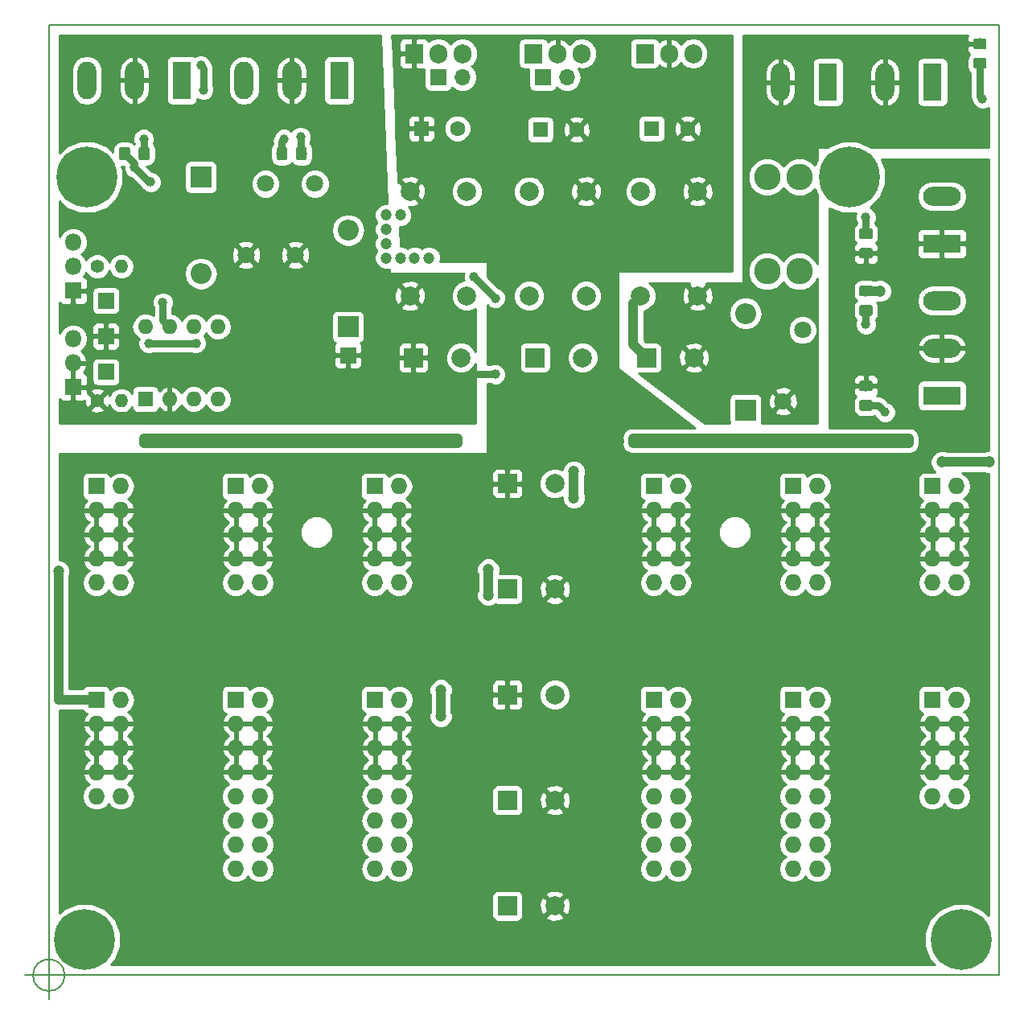
<source format=gbr>
%TF.GenerationSoftware,KiCad,Pcbnew,(5.0.0)*%
%TF.CreationDate,2019-01-15T18:54:47+01:00*%
%TF.ProjectId,KicadEuropower,4B696361644575726F706F7765722E6B,Rev B*%
%TF.SameCoordinates,Original*%
%TF.FileFunction,Copper,L1,Top,Signal*%
%TF.FilePolarity,Positive*%
%FSLAX46Y46*%
G04 Gerber Fmt 4.6, Leading zero omitted, Abs format (unit mm)*
G04 Created by KiCad (PCBNEW (5.0.0)) date 01/15/19 18:54:47*
%MOMM*%
%LPD*%
G01*
G04 APERTURE LIST*
%ADD10C,1.000000*%
%ADD11C,0.150000*%
%ADD12C,0.200000*%
%ADD13C,0.800000*%
%ADD14C,6.400000*%
%ADD15C,2.780000*%
%ADD16R,1.727200X1.727200*%
%ADD17O,1.727200X1.727200*%
%ADD18C,1.800000*%
%ADD19C,1.600000*%
%ADD20R,1.600000X1.600000*%
%ADD21C,1.998980*%
%ADD22O,1.980000X3.960000*%
%ADD23R,1.980000X3.960000*%
%ADD24R,3.960000X1.980000*%
%ADD25O,3.960000X1.980000*%
%ADD26R,1.905000X2.000000*%
%ADD27O,1.905000X2.000000*%
%ADD28O,2.200000X2.200000*%
%ADD29R,2.200000X2.200000*%
%ADD30C,1.150000*%
%ADD31C,2.000000*%
%ADD32R,2.000000X2.000000*%
%ADD33O,1.800000X1.800000*%
%ADD34R,1.800000X1.800000*%
%ADD35O,1.400000X1.400000*%
%ADD36C,1.400000*%
%ADD37O,1.600000X1.600000*%
%ADD38R,1.700000X1.700000*%
%ADD39O,1.700000X1.700000*%
%ADD40C,1.200000*%
%ADD41C,1.000000*%
%ADD42C,0.750000*%
%ADD43C,0.254000*%
G04 APERTURE END LIST*
D10*
X161500000Y-94000000D02*
X161500000Y-93500000D01*
X161500000Y-93500000D02*
X190500000Y-93500000D01*
X190500000Y-94000000D02*
X161500000Y-94000000D01*
X190500000Y-93500000D02*
X190500000Y-94000000D01*
X110000000Y-94000000D02*
X110000000Y-93500000D01*
X143000000Y-94000000D02*
X110000000Y-94000000D01*
X143000000Y-93500000D02*
X143000000Y-94000000D01*
X110000000Y-93500000D02*
X143000000Y-93500000D01*
D11*
X101666666Y-150000000D02*
G75*
G03X101666666Y-150000000I-1666666J0D01*
G01*
X97500000Y-150000000D02*
X102500000Y-150000000D01*
X100000000Y-147500000D02*
X100000000Y-152500000D01*
D12*
X200000000Y-50000000D02*
X100000000Y-50000000D01*
X200000000Y-150000000D02*
X200000000Y-50000000D01*
X100000000Y-150000000D02*
X200000000Y-150000000D01*
X100000000Y-50000000D02*
X100000000Y-150000000D01*
D13*
X185947056Y-64302944D03*
X184250000Y-63600000D03*
X182552944Y-64302944D03*
X181850000Y-66000000D03*
X182552944Y-67697056D03*
X184250000Y-68400000D03*
X185947056Y-67697056D03*
X186650000Y-66000000D03*
D14*
X184250000Y-66000000D03*
X104000000Y-66000000D03*
D13*
X106400000Y-66000000D03*
X105697056Y-67697056D03*
X104000000Y-68400000D03*
X102302944Y-67697056D03*
X101600000Y-66000000D03*
X102302944Y-64302944D03*
X104000000Y-63600000D03*
X105697056Y-64302944D03*
D14*
X196000000Y-146250000D03*
D13*
X198400000Y-146250000D03*
X197697056Y-147947056D03*
X196000000Y-148650000D03*
X194302944Y-147947056D03*
X193600000Y-146250000D03*
X194302944Y-144552944D03*
X196000000Y-143850000D03*
X197697056Y-144552944D03*
D15*
X179000000Y-66000000D03*
X175600000Y-66000000D03*
X179000000Y-75920000D03*
X175600000Y-75920000D03*
D16*
X178333330Y-98535001D03*
D17*
X180873330Y-98535001D03*
X178333330Y-101075001D03*
X180873330Y-101075001D03*
X178333330Y-103615001D03*
X180873330Y-103615001D03*
X178333330Y-106155001D03*
X180873330Y-106155001D03*
X178333330Y-108695001D03*
X180873330Y-108695001D03*
D16*
X163666664Y-121000000D03*
D17*
X166206664Y-121000000D03*
X163666664Y-123540000D03*
X166206664Y-123540000D03*
X163666664Y-126080000D03*
X166206664Y-126080000D03*
X163666664Y-128620000D03*
X166206664Y-128620000D03*
X163666664Y-131160000D03*
X166206664Y-131160000D03*
X163666664Y-133700000D03*
X166206664Y-133700000D03*
X163666664Y-136240000D03*
X166206664Y-136240000D03*
X163666664Y-138780000D03*
X166206664Y-138780000D03*
X195540000Y-108695001D03*
X193000000Y-108695001D03*
X195540000Y-106155001D03*
X193000000Y-106155001D03*
X195540000Y-103615001D03*
X193000000Y-103615001D03*
X195540000Y-101075001D03*
X193000000Y-101075001D03*
X195540000Y-98535001D03*
D16*
X193000000Y-98535001D03*
D17*
X122206666Y-138780000D03*
X119666666Y-138780000D03*
X122206666Y-136240000D03*
X119666666Y-136240000D03*
X122206666Y-133700000D03*
X119666666Y-133700000D03*
X122206666Y-131160000D03*
X119666666Y-131160000D03*
X122206666Y-128620000D03*
X119666666Y-128620000D03*
X122206666Y-126080000D03*
X119666666Y-126080000D03*
X122206666Y-123540000D03*
X119666666Y-123540000D03*
X122206666Y-121000000D03*
D16*
X119666666Y-121000000D03*
X193000000Y-121000000D03*
D17*
X195540000Y-121000000D03*
X193000000Y-123540000D03*
X195540000Y-123540000D03*
X193000000Y-126080000D03*
X195540000Y-126080000D03*
X193000000Y-128620000D03*
X195540000Y-128620000D03*
X193000000Y-131160000D03*
X195540000Y-131160000D03*
D16*
X134333332Y-121000000D03*
D17*
X136873332Y-121000000D03*
X134333332Y-123540000D03*
X136873332Y-123540000D03*
X134333332Y-126080000D03*
X136873332Y-126080000D03*
X134333332Y-128620000D03*
X136873332Y-128620000D03*
X134333332Y-131160000D03*
X136873332Y-131160000D03*
X134333332Y-133700000D03*
X136873332Y-133700000D03*
X134333332Y-136240000D03*
X136873332Y-136240000D03*
X134333332Y-138780000D03*
X136873332Y-138780000D03*
X107540000Y-108695001D03*
X105000000Y-108695001D03*
X107540000Y-106155001D03*
X105000000Y-106155001D03*
X107540000Y-103615001D03*
X105000000Y-103615001D03*
X107540000Y-101075001D03*
X105000000Y-101075001D03*
X107540000Y-98535001D03*
D16*
X105000000Y-98535001D03*
D17*
X180873330Y-138780000D03*
X178333330Y-138780000D03*
X180873330Y-136240000D03*
X178333330Y-136240000D03*
X180873330Y-133700000D03*
X178333330Y-133700000D03*
X180873330Y-131160000D03*
X178333330Y-131160000D03*
X180873330Y-128620000D03*
X178333330Y-128620000D03*
X180873330Y-126080000D03*
X178333330Y-126080000D03*
X180873330Y-123540000D03*
X178333330Y-123540000D03*
X180873330Y-121000000D03*
D16*
X178333330Y-121000000D03*
D17*
X166206664Y-108695001D03*
X163666664Y-108695001D03*
X166206664Y-106155001D03*
X163666664Y-106155001D03*
X166206664Y-103615001D03*
X163666664Y-103615001D03*
X166206664Y-101075001D03*
X163666664Y-101075001D03*
X166206664Y-98535001D03*
D16*
X163666664Y-98535001D03*
X119666666Y-98535001D03*
D17*
X122206666Y-98535001D03*
X119666666Y-101075001D03*
X122206666Y-101075001D03*
X119666666Y-103615001D03*
X122206666Y-103615001D03*
X119666666Y-106155001D03*
X122206666Y-106155001D03*
X119666666Y-108695001D03*
X122206666Y-108695001D03*
X107540000Y-131160000D03*
X105000000Y-131160000D03*
X107540000Y-128620000D03*
X105000000Y-128620000D03*
X107540000Y-126080000D03*
X105000000Y-126080000D03*
X107540000Y-123540000D03*
X105000000Y-123540000D03*
X107540000Y-121000000D03*
D16*
X105000000Y-121000000D03*
X134290000Y-98535001D03*
D17*
X136830000Y-98535001D03*
X134290000Y-101075001D03*
X136830000Y-101075001D03*
X134290000Y-103615001D03*
X136830000Y-103615001D03*
X134290000Y-106155001D03*
X136830000Y-106155001D03*
X134290000Y-108695001D03*
X136830000Y-108695001D03*
D18*
X179324696Y-82089161D03*
X177274696Y-89589161D03*
D19*
X155537349Y-61000000D03*
D20*
X151737349Y-61000000D03*
X163467349Y-60890000D03*
D19*
X167267349Y-60890000D03*
D20*
X139197349Y-60890000D03*
D19*
X142997349Y-60890000D03*
D21*
X156539740Y-78499100D03*
X156539740Y-67500900D03*
X150540260Y-78499100D03*
X150540260Y-67500900D03*
X168269740Y-78499100D03*
X168269740Y-67500900D03*
X162270260Y-78499100D03*
X162270260Y-67500900D03*
X138000260Y-67500900D03*
X138000260Y-78499100D03*
X143999740Y-67500900D03*
X143999740Y-78499100D03*
D22*
X177000000Y-56000000D03*
D23*
X182000000Y-56000000D03*
X193000000Y-56000000D03*
D22*
X188000000Y-56000000D03*
D24*
X194000000Y-73000000D03*
D25*
X194000000Y-68000000D03*
D23*
X114000000Y-55816585D03*
D22*
X109000000Y-55816585D03*
X104000000Y-55816585D03*
X120553224Y-55816585D03*
X125553224Y-55816585D03*
D23*
X130553224Y-55816585D03*
D24*
X194000000Y-89000000D03*
D25*
X194000000Y-84000000D03*
X194000000Y-79000000D03*
D18*
X128000000Y-66700000D03*
X125950000Y-74200000D03*
X122796854Y-66700000D03*
X120746854Y-74200000D03*
D26*
X151000000Y-53000000D03*
D27*
X153540000Y-53000000D03*
X156080000Y-53000000D03*
D26*
X162730000Y-53000000D03*
D27*
X165270000Y-53000000D03*
X167810000Y-53000000D03*
X143540000Y-53000000D03*
X141000000Y-53000000D03*
D26*
X138460000Y-53000000D03*
D28*
X131500000Y-71590000D03*
D29*
X131500000Y-81750000D03*
X173324696Y-90500000D03*
D28*
X173324696Y-80340000D03*
D11*
G36*
X198474505Y-53451204D02*
X198498773Y-53454804D01*
X198522572Y-53460765D01*
X198545671Y-53469030D01*
X198567850Y-53479520D01*
X198588893Y-53492132D01*
X198608599Y-53506747D01*
X198626777Y-53523223D01*
X198643253Y-53541401D01*
X198657868Y-53561107D01*
X198670480Y-53582150D01*
X198680970Y-53604329D01*
X198689235Y-53627428D01*
X198695196Y-53651227D01*
X198698796Y-53675495D01*
X198700000Y-53699999D01*
X198700000Y-54350001D01*
X198698796Y-54374505D01*
X198695196Y-54398773D01*
X198689235Y-54422572D01*
X198680970Y-54445671D01*
X198670480Y-54467850D01*
X198657868Y-54488893D01*
X198643253Y-54508599D01*
X198626777Y-54526777D01*
X198608599Y-54543253D01*
X198588893Y-54557868D01*
X198567850Y-54570480D01*
X198545671Y-54580970D01*
X198522572Y-54589235D01*
X198498773Y-54595196D01*
X198474505Y-54598796D01*
X198450001Y-54600000D01*
X197549999Y-54600000D01*
X197525495Y-54598796D01*
X197501227Y-54595196D01*
X197477428Y-54589235D01*
X197454329Y-54580970D01*
X197432150Y-54570480D01*
X197411107Y-54557868D01*
X197391401Y-54543253D01*
X197373223Y-54526777D01*
X197356747Y-54508599D01*
X197342132Y-54488893D01*
X197329520Y-54467850D01*
X197319030Y-54445671D01*
X197310765Y-54422572D01*
X197304804Y-54398773D01*
X197301204Y-54374505D01*
X197300000Y-54350001D01*
X197300000Y-53699999D01*
X197301204Y-53675495D01*
X197304804Y-53651227D01*
X197310765Y-53627428D01*
X197319030Y-53604329D01*
X197329520Y-53582150D01*
X197342132Y-53561107D01*
X197356747Y-53541401D01*
X197373223Y-53523223D01*
X197391401Y-53506747D01*
X197411107Y-53492132D01*
X197432150Y-53479520D01*
X197454329Y-53469030D01*
X197477428Y-53460765D01*
X197501227Y-53454804D01*
X197525495Y-53451204D01*
X197549999Y-53450000D01*
X198450001Y-53450000D01*
X198474505Y-53451204D01*
X198474505Y-53451204D01*
G37*
D30*
X198000000Y-54025000D03*
D11*
G36*
X198474505Y-51401204D02*
X198498773Y-51404804D01*
X198522572Y-51410765D01*
X198545671Y-51419030D01*
X198567850Y-51429520D01*
X198588893Y-51442132D01*
X198608599Y-51456747D01*
X198626777Y-51473223D01*
X198643253Y-51491401D01*
X198657868Y-51511107D01*
X198670480Y-51532150D01*
X198680970Y-51554329D01*
X198689235Y-51577428D01*
X198695196Y-51601227D01*
X198698796Y-51625495D01*
X198700000Y-51649999D01*
X198700000Y-52300001D01*
X198698796Y-52324505D01*
X198695196Y-52348773D01*
X198689235Y-52372572D01*
X198680970Y-52395671D01*
X198670480Y-52417850D01*
X198657868Y-52438893D01*
X198643253Y-52458599D01*
X198626777Y-52476777D01*
X198608599Y-52493253D01*
X198588893Y-52507868D01*
X198567850Y-52520480D01*
X198545671Y-52530970D01*
X198522572Y-52539235D01*
X198498773Y-52545196D01*
X198474505Y-52548796D01*
X198450001Y-52550000D01*
X197549999Y-52550000D01*
X197525495Y-52548796D01*
X197501227Y-52545196D01*
X197477428Y-52539235D01*
X197454329Y-52530970D01*
X197432150Y-52520480D01*
X197411107Y-52507868D01*
X197391401Y-52493253D01*
X197373223Y-52476777D01*
X197356747Y-52458599D01*
X197342132Y-52438893D01*
X197329520Y-52417850D01*
X197319030Y-52395671D01*
X197310765Y-52372572D01*
X197304804Y-52348773D01*
X197301204Y-52324505D01*
X197300000Y-52300001D01*
X197300000Y-51649999D01*
X197301204Y-51625495D01*
X197304804Y-51601227D01*
X197310765Y-51577428D01*
X197319030Y-51554329D01*
X197329520Y-51532150D01*
X197342132Y-51511107D01*
X197356747Y-51491401D01*
X197373223Y-51473223D01*
X197391401Y-51456747D01*
X197411107Y-51442132D01*
X197432150Y-51429520D01*
X197454329Y-51419030D01*
X197477428Y-51410765D01*
X197501227Y-51404804D01*
X197525495Y-51401204D01*
X197549999Y-51400000D01*
X198450001Y-51400000D01*
X198474505Y-51401204D01*
X198474505Y-51401204D01*
G37*
D30*
X198000000Y-51975000D03*
D11*
G36*
X124877729Y-62817150D02*
X124901997Y-62820750D01*
X124925796Y-62826711D01*
X124948895Y-62834976D01*
X124971074Y-62845466D01*
X124992117Y-62858078D01*
X125011823Y-62872693D01*
X125030001Y-62889169D01*
X125046477Y-62907347D01*
X125061092Y-62927053D01*
X125073704Y-62948096D01*
X125084194Y-62970275D01*
X125092459Y-62993374D01*
X125098420Y-63017173D01*
X125102020Y-63041441D01*
X125103224Y-63065945D01*
X125103224Y-63965947D01*
X125102020Y-63990451D01*
X125098420Y-64014719D01*
X125092459Y-64038518D01*
X125084194Y-64061617D01*
X125073704Y-64083796D01*
X125061092Y-64104839D01*
X125046477Y-64124545D01*
X125030001Y-64142723D01*
X125011823Y-64159199D01*
X124992117Y-64173814D01*
X124971074Y-64186426D01*
X124948895Y-64196916D01*
X124925796Y-64205181D01*
X124901997Y-64211142D01*
X124877729Y-64214742D01*
X124853225Y-64215946D01*
X124203223Y-64215946D01*
X124178719Y-64214742D01*
X124154451Y-64211142D01*
X124130652Y-64205181D01*
X124107553Y-64196916D01*
X124085374Y-64186426D01*
X124064331Y-64173814D01*
X124044625Y-64159199D01*
X124026447Y-64142723D01*
X124009971Y-64124545D01*
X123995356Y-64104839D01*
X123982744Y-64083796D01*
X123972254Y-64061617D01*
X123963989Y-64038518D01*
X123958028Y-64014719D01*
X123954428Y-63990451D01*
X123953224Y-63965947D01*
X123953224Y-63065945D01*
X123954428Y-63041441D01*
X123958028Y-63017173D01*
X123963989Y-62993374D01*
X123972254Y-62970275D01*
X123982744Y-62948096D01*
X123995356Y-62927053D01*
X124009971Y-62907347D01*
X124026447Y-62889169D01*
X124044625Y-62872693D01*
X124064331Y-62858078D01*
X124085374Y-62845466D01*
X124107553Y-62834976D01*
X124130652Y-62826711D01*
X124154451Y-62820750D01*
X124178719Y-62817150D01*
X124203223Y-62815946D01*
X124853225Y-62815946D01*
X124877729Y-62817150D01*
X124877729Y-62817150D01*
G37*
D30*
X124528224Y-63515946D03*
D11*
G36*
X126927729Y-62817150D02*
X126951997Y-62820750D01*
X126975796Y-62826711D01*
X126998895Y-62834976D01*
X127021074Y-62845466D01*
X127042117Y-62858078D01*
X127061823Y-62872693D01*
X127080001Y-62889169D01*
X127096477Y-62907347D01*
X127111092Y-62927053D01*
X127123704Y-62948096D01*
X127134194Y-62970275D01*
X127142459Y-62993374D01*
X127148420Y-63017173D01*
X127152020Y-63041441D01*
X127153224Y-63065945D01*
X127153224Y-63965947D01*
X127152020Y-63990451D01*
X127148420Y-64014719D01*
X127142459Y-64038518D01*
X127134194Y-64061617D01*
X127123704Y-64083796D01*
X127111092Y-64104839D01*
X127096477Y-64124545D01*
X127080001Y-64142723D01*
X127061823Y-64159199D01*
X127042117Y-64173814D01*
X127021074Y-64186426D01*
X126998895Y-64196916D01*
X126975796Y-64205181D01*
X126951997Y-64211142D01*
X126927729Y-64214742D01*
X126903225Y-64215946D01*
X126253223Y-64215946D01*
X126228719Y-64214742D01*
X126204451Y-64211142D01*
X126180652Y-64205181D01*
X126157553Y-64196916D01*
X126135374Y-64186426D01*
X126114331Y-64173814D01*
X126094625Y-64159199D01*
X126076447Y-64142723D01*
X126059971Y-64124545D01*
X126045356Y-64104839D01*
X126032744Y-64083796D01*
X126022254Y-64061617D01*
X126013989Y-64038518D01*
X126008028Y-64014719D01*
X126004428Y-63990451D01*
X126003224Y-63965947D01*
X126003224Y-63065945D01*
X126004428Y-63041441D01*
X126008028Y-63017173D01*
X126013989Y-62993374D01*
X126022254Y-62970275D01*
X126032744Y-62948096D01*
X126045356Y-62927053D01*
X126059971Y-62907347D01*
X126076447Y-62889169D01*
X126094625Y-62872693D01*
X126114331Y-62858078D01*
X126135374Y-62845466D01*
X126157553Y-62834976D01*
X126180652Y-62826711D01*
X126204451Y-62820750D01*
X126228719Y-62817150D01*
X126253223Y-62815946D01*
X126903225Y-62815946D01*
X126927729Y-62817150D01*
X126927729Y-62817150D01*
G37*
D30*
X126578224Y-63515946D03*
D11*
G36*
X110374505Y-62817150D02*
X110398773Y-62820750D01*
X110422572Y-62826711D01*
X110445671Y-62834976D01*
X110467850Y-62845466D01*
X110488893Y-62858078D01*
X110508599Y-62872693D01*
X110526777Y-62889169D01*
X110543253Y-62907347D01*
X110557868Y-62927053D01*
X110570480Y-62948096D01*
X110580970Y-62970275D01*
X110589235Y-62993374D01*
X110595196Y-63017173D01*
X110598796Y-63041441D01*
X110600000Y-63065945D01*
X110600000Y-63965947D01*
X110598796Y-63990451D01*
X110595196Y-64014719D01*
X110589235Y-64038518D01*
X110580970Y-64061617D01*
X110570480Y-64083796D01*
X110557868Y-64104839D01*
X110543253Y-64124545D01*
X110526777Y-64142723D01*
X110508599Y-64159199D01*
X110488893Y-64173814D01*
X110467850Y-64186426D01*
X110445671Y-64196916D01*
X110422572Y-64205181D01*
X110398773Y-64211142D01*
X110374505Y-64214742D01*
X110350001Y-64215946D01*
X109699999Y-64215946D01*
X109675495Y-64214742D01*
X109651227Y-64211142D01*
X109627428Y-64205181D01*
X109604329Y-64196916D01*
X109582150Y-64186426D01*
X109561107Y-64173814D01*
X109541401Y-64159199D01*
X109523223Y-64142723D01*
X109506747Y-64124545D01*
X109492132Y-64104839D01*
X109479520Y-64083796D01*
X109469030Y-64061617D01*
X109460765Y-64038518D01*
X109454804Y-64014719D01*
X109451204Y-63990451D01*
X109450000Y-63965947D01*
X109450000Y-63065945D01*
X109451204Y-63041441D01*
X109454804Y-63017173D01*
X109460765Y-62993374D01*
X109469030Y-62970275D01*
X109479520Y-62948096D01*
X109492132Y-62927053D01*
X109506747Y-62907347D01*
X109523223Y-62889169D01*
X109541401Y-62872693D01*
X109561107Y-62858078D01*
X109582150Y-62845466D01*
X109604329Y-62834976D01*
X109627428Y-62826711D01*
X109651227Y-62820750D01*
X109675495Y-62817150D01*
X109699999Y-62815946D01*
X110350001Y-62815946D01*
X110374505Y-62817150D01*
X110374505Y-62817150D01*
G37*
D30*
X110025000Y-63515946D03*
D11*
G36*
X108324505Y-62817150D02*
X108348773Y-62820750D01*
X108372572Y-62826711D01*
X108395671Y-62834976D01*
X108417850Y-62845466D01*
X108438893Y-62858078D01*
X108458599Y-62872693D01*
X108476777Y-62889169D01*
X108493253Y-62907347D01*
X108507868Y-62927053D01*
X108520480Y-62948096D01*
X108530970Y-62970275D01*
X108539235Y-62993374D01*
X108545196Y-63017173D01*
X108548796Y-63041441D01*
X108550000Y-63065945D01*
X108550000Y-63965947D01*
X108548796Y-63990451D01*
X108545196Y-64014719D01*
X108539235Y-64038518D01*
X108530970Y-64061617D01*
X108520480Y-64083796D01*
X108507868Y-64104839D01*
X108493253Y-64124545D01*
X108476777Y-64142723D01*
X108458599Y-64159199D01*
X108438893Y-64173814D01*
X108417850Y-64186426D01*
X108395671Y-64196916D01*
X108372572Y-64205181D01*
X108348773Y-64211142D01*
X108324505Y-64214742D01*
X108300001Y-64215946D01*
X107649999Y-64215946D01*
X107625495Y-64214742D01*
X107601227Y-64211142D01*
X107577428Y-64205181D01*
X107554329Y-64196916D01*
X107532150Y-64186426D01*
X107511107Y-64173814D01*
X107491401Y-64159199D01*
X107473223Y-64142723D01*
X107456747Y-64124545D01*
X107442132Y-64104839D01*
X107429520Y-64083796D01*
X107419030Y-64061617D01*
X107410765Y-64038518D01*
X107404804Y-64014719D01*
X107401204Y-63990451D01*
X107400000Y-63965947D01*
X107400000Y-63065945D01*
X107401204Y-63041441D01*
X107404804Y-63017173D01*
X107410765Y-62993374D01*
X107419030Y-62970275D01*
X107429520Y-62948096D01*
X107442132Y-62927053D01*
X107456747Y-62907347D01*
X107473223Y-62889169D01*
X107491401Y-62872693D01*
X107511107Y-62858078D01*
X107532150Y-62845466D01*
X107554329Y-62834976D01*
X107577428Y-62826711D01*
X107601227Y-62820750D01*
X107625495Y-62817150D01*
X107649999Y-62815946D01*
X108300001Y-62815946D01*
X108324505Y-62817150D01*
X108324505Y-62817150D01*
G37*
D30*
X107975000Y-63515946D03*
D29*
X116000000Y-66000000D03*
D28*
X116000000Y-76160000D03*
D11*
G36*
X186474505Y-87401204D02*
X186498773Y-87404804D01*
X186522572Y-87410765D01*
X186545671Y-87419030D01*
X186567850Y-87429520D01*
X186588893Y-87442132D01*
X186608599Y-87456747D01*
X186626777Y-87473223D01*
X186643253Y-87491401D01*
X186657868Y-87511107D01*
X186670480Y-87532150D01*
X186680970Y-87554329D01*
X186689235Y-87577428D01*
X186695196Y-87601227D01*
X186698796Y-87625495D01*
X186700000Y-87649999D01*
X186700000Y-88300001D01*
X186698796Y-88324505D01*
X186695196Y-88348773D01*
X186689235Y-88372572D01*
X186680970Y-88395671D01*
X186670480Y-88417850D01*
X186657868Y-88438893D01*
X186643253Y-88458599D01*
X186626777Y-88476777D01*
X186608599Y-88493253D01*
X186588893Y-88507868D01*
X186567850Y-88520480D01*
X186545671Y-88530970D01*
X186522572Y-88539235D01*
X186498773Y-88545196D01*
X186474505Y-88548796D01*
X186450001Y-88550000D01*
X185549999Y-88550000D01*
X185525495Y-88548796D01*
X185501227Y-88545196D01*
X185477428Y-88539235D01*
X185454329Y-88530970D01*
X185432150Y-88520480D01*
X185411107Y-88507868D01*
X185391401Y-88493253D01*
X185373223Y-88476777D01*
X185356747Y-88458599D01*
X185342132Y-88438893D01*
X185329520Y-88417850D01*
X185319030Y-88395671D01*
X185310765Y-88372572D01*
X185304804Y-88348773D01*
X185301204Y-88324505D01*
X185300000Y-88300001D01*
X185300000Y-87649999D01*
X185301204Y-87625495D01*
X185304804Y-87601227D01*
X185310765Y-87577428D01*
X185319030Y-87554329D01*
X185329520Y-87532150D01*
X185342132Y-87511107D01*
X185356747Y-87491401D01*
X185373223Y-87473223D01*
X185391401Y-87456747D01*
X185411107Y-87442132D01*
X185432150Y-87429520D01*
X185454329Y-87419030D01*
X185477428Y-87410765D01*
X185501227Y-87404804D01*
X185525495Y-87401204D01*
X185549999Y-87400000D01*
X186450001Y-87400000D01*
X186474505Y-87401204D01*
X186474505Y-87401204D01*
G37*
D30*
X186000000Y-87975000D03*
D11*
G36*
X186474505Y-89451204D02*
X186498773Y-89454804D01*
X186522572Y-89460765D01*
X186545671Y-89469030D01*
X186567850Y-89479520D01*
X186588893Y-89492132D01*
X186608599Y-89506747D01*
X186626777Y-89523223D01*
X186643253Y-89541401D01*
X186657868Y-89561107D01*
X186670480Y-89582150D01*
X186680970Y-89604329D01*
X186689235Y-89627428D01*
X186695196Y-89651227D01*
X186698796Y-89675495D01*
X186700000Y-89699999D01*
X186700000Y-90350001D01*
X186698796Y-90374505D01*
X186695196Y-90398773D01*
X186689235Y-90422572D01*
X186680970Y-90445671D01*
X186670480Y-90467850D01*
X186657868Y-90488893D01*
X186643253Y-90508599D01*
X186626777Y-90526777D01*
X186608599Y-90543253D01*
X186588893Y-90557868D01*
X186567850Y-90570480D01*
X186545671Y-90580970D01*
X186522572Y-90589235D01*
X186498773Y-90595196D01*
X186474505Y-90598796D01*
X186450001Y-90600000D01*
X185549999Y-90600000D01*
X185525495Y-90598796D01*
X185501227Y-90595196D01*
X185477428Y-90589235D01*
X185454329Y-90580970D01*
X185432150Y-90570480D01*
X185411107Y-90557868D01*
X185391401Y-90543253D01*
X185373223Y-90526777D01*
X185356747Y-90508599D01*
X185342132Y-90488893D01*
X185329520Y-90467850D01*
X185319030Y-90445671D01*
X185310765Y-90422572D01*
X185304804Y-90398773D01*
X185301204Y-90374505D01*
X185300000Y-90350001D01*
X185300000Y-89699999D01*
X185301204Y-89675495D01*
X185304804Y-89651227D01*
X185310765Y-89627428D01*
X185319030Y-89604329D01*
X185329520Y-89582150D01*
X185342132Y-89561107D01*
X185356747Y-89541401D01*
X185373223Y-89523223D01*
X185391401Y-89506747D01*
X185411107Y-89492132D01*
X185432150Y-89479520D01*
X185454329Y-89469030D01*
X185477428Y-89460765D01*
X185501227Y-89454804D01*
X185525495Y-89451204D01*
X185549999Y-89450000D01*
X186450001Y-89450000D01*
X186474505Y-89451204D01*
X186474505Y-89451204D01*
G37*
D30*
X186000000Y-90025000D03*
D11*
G36*
X186474505Y-79451204D02*
X186498773Y-79454804D01*
X186522572Y-79460765D01*
X186545671Y-79469030D01*
X186567850Y-79479520D01*
X186588893Y-79492132D01*
X186608599Y-79506747D01*
X186626777Y-79523223D01*
X186643253Y-79541401D01*
X186657868Y-79561107D01*
X186670480Y-79582150D01*
X186680970Y-79604329D01*
X186689235Y-79627428D01*
X186695196Y-79651227D01*
X186698796Y-79675495D01*
X186700000Y-79699999D01*
X186700000Y-80350001D01*
X186698796Y-80374505D01*
X186695196Y-80398773D01*
X186689235Y-80422572D01*
X186680970Y-80445671D01*
X186670480Y-80467850D01*
X186657868Y-80488893D01*
X186643253Y-80508599D01*
X186626777Y-80526777D01*
X186608599Y-80543253D01*
X186588893Y-80557868D01*
X186567850Y-80570480D01*
X186545671Y-80580970D01*
X186522572Y-80589235D01*
X186498773Y-80595196D01*
X186474505Y-80598796D01*
X186450001Y-80600000D01*
X185549999Y-80600000D01*
X185525495Y-80598796D01*
X185501227Y-80595196D01*
X185477428Y-80589235D01*
X185454329Y-80580970D01*
X185432150Y-80570480D01*
X185411107Y-80557868D01*
X185391401Y-80543253D01*
X185373223Y-80526777D01*
X185356747Y-80508599D01*
X185342132Y-80488893D01*
X185329520Y-80467850D01*
X185319030Y-80445671D01*
X185310765Y-80422572D01*
X185304804Y-80398773D01*
X185301204Y-80374505D01*
X185300000Y-80350001D01*
X185300000Y-79699999D01*
X185301204Y-79675495D01*
X185304804Y-79651227D01*
X185310765Y-79627428D01*
X185319030Y-79604329D01*
X185329520Y-79582150D01*
X185342132Y-79561107D01*
X185356747Y-79541401D01*
X185373223Y-79523223D01*
X185391401Y-79506747D01*
X185411107Y-79492132D01*
X185432150Y-79479520D01*
X185454329Y-79469030D01*
X185477428Y-79460765D01*
X185501227Y-79454804D01*
X185525495Y-79451204D01*
X185549999Y-79450000D01*
X186450001Y-79450000D01*
X186474505Y-79451204D01*
X186474505Y-79451204D01*
G37*
D30*
X186000000Y-80025000D03*
D11*
G36*
X186474505Y-77401204D02*
X186498773Y-77404804D01*
X186522572Y-77410765D01*
X186545671Y-77419030D01*
X186567850Y-77429520D01*
X186588893Y-77442132D01*
X186608599Y-77456747D01*
X186626777Y-77473223D01*
X186643253Y-77491401D01*
X186657868Y-77511107D01*
X186670480Y-77532150D01*
X186680970Y-77554329D01*
X186689235Y-77577428D01*
X186695196Y-77601227D01*
X186698796Y-77625495D01*
X186700000Y-77649999D01*
X186700000Y-78300001D01*
X186698796Y-78324505D01*
X186695196Y-78348773D01*
X186689235Y-78372572D01*
X186680970Y-78395671D01*
X186670480Y-78417850D01*
X186657868Y-78438893D01*
X186643253Y-78458599D01*
X186626777Y-78476777D01*
X186608599Y-78493253D01*
X186588893Y-78507868D01*
X186567850Y-78520480D01*
X186545671Y-78530970D01*
X186522572Y-78539235D01*
X186498773Y-78545196D01*
X186474505Y-78548796D01*
X186450001Y-78550000D01*
X185549999Y-78550000D01*
X185525495Y-78548796D01*
X185501227Y-78545196D01*
X185477428Y-78539235D01*
X185454329Y-78530970D01*
X185432150Y-78520480D01*
X185411107Y-78507868D01*
X185391401Y-78493253D01*
X185373223Y-78476777D01*
X185356747Y-78458599D01*
X185342132Y-78438893D01*
X185329520Y-78417850D01*
X185319030Y-78395671D01*
X185310765Y-78372572D01*
X185304804Y-78348773D01*
X185301204Y-78324505D01*
X185300000Y-78300001D01*
X185300000Y-77649999D01*
X185301204Y-77625495D01*
X185304804Y-77601227D01*
X185310765Y-77577428D01*
X185319030Y-77554329D01*
X185329520Y-77532150D01*
X185342132Y-77511107D01*
X185356747Y-77491401D01*
X185373223Y-77473223D01*
X185391401Y-77456747D01*
X185411107Y-77442132D01*
X185432150Y-77429520D01*
X185454329Y-77419030D01*
X185477428Y-77410765D01*
X185501227Y-77404804D01*
X185525495Y-77401204D01*
X185549999Y-77400000D01*
X186450001Y-77400000D01*
X186474505Y-77401204D01*
X186474505Y-77401204D01*
G37*
D30*
X186000000Y-77975000D03*
D11*
G36*
X186474505Y-73426204D02*
X186498773Y-73429804D01*
X186522572Y-73435765D01*
X186545671Y-73444030D01*
X186567850Y-73454520D01*
X186588893Y-73467132D01*
X186608599Y-73481747D01*
X186626777Y-73498223D01*
X186643253Y-73516401D01*
X186657868Y-73536107D01*
X186670480Y-73557150D01*
X186680970Y-73579329D01*
X186689235Y-73602428D01*
X186695196Y-73626227D01*
X186698796Y-73650495D01*
X186700000Y-73674999D01*
X186700000Y-74325001D01*
X186698796Y-74349505D01*
X186695196Y-74373773D01*
X186689235Y-74397572D01*
X186680970Y-74420671D01*
X186670480Y-74442850D01*
X186657868Y-74463893D01*
X186643253Y-74483599D01*
X186626777Y-74501777D01*
X186608599Y-74518253D01*
X186588893Y-74532868D01*
X186567850Y-74545480D01*
X186545671Y-74555970D01*
X186522572Y-74564235D01*
X186498773Y-74570196D01*
X186474505Y-74573796D01*
X186450001Y-74575000D01*
X185549999Y-74575000D01*
X185525495Y-74573796D01*
X185501227Y-74570196D01*
X185477428Y-74564235D01*
X185454329Y-74555970D01*
X185432150Y-74545480D01*
X185411107Y-74532868D01*
X185391401Y-74518253D01*
X185373223Y-74501777D01*
X185356747Y-74483599D01*
X185342132Y-74463893D01*
X185329520Y-74442850D01*
X185319030Y-74420671D01*
X185310765Y-74397572D01*
X185304804Y-74373773D01*
X185301204Y-74349505D01*
X185300000Y-74325001D01*
X185300000Y-73674999D01*
X185301204Y-73650495D01*
X185304804Y-73626227D01*
X185310765Y-73602428D01*
X185319030Y-73579329D01*
X185329520Y-73557150D01*
X185342132Y-73536107D01*
X185356747Y-73516401D01*
X185373223Y-73498223D01*
X185391401Y-73481747D01*
X185411107Y-73467132D01*
X185432150Y-73454520D01*
X185454329Y-73444030D01*
X185477428Y-73435765D01*
X185501227Y-73429804D01*
X185525495Y-73426204D01*
X185549999Y-73425000D01*
X186450001Y-73425000D01*
X186474505Y-73426204D01*
X186474505Y-73426204D01*
G37*
D30*
X186000000Y-74000000D03*
D11*
G36*
X186474505Y-71376204D02*
X186498773Y-71379804D01*
X186522572Y-71385765D01*
X186545671Y-71394030D01*
X186567850Y-71404520D01*
X186588893Y-71417132D01*
X186608599Y-71431747D01*
X186626777Y-71448223D01*
X186643253Y-71466401D01*
X186657868Y-71486107D01*
X186670480Y-71507150D01*
X186680970Y-71529329D01*
X186689235Y-71552428D01*
X186695196Y-71576227D01*
X186698796Y-71600495D01*
X186700000Y-71624999D01*
X186700000Y-72275001D01*
X186698796Y-72299505D01*
X186695196Y-72323773D01*
X186689235Y-72347572D01*
X186680970Y-72370671D01*
X186670480Y-72392850D01*
X186657868Y-72413893D01*
X186643253Y-72433599D01*
X186626777Y-72451777D01*
X186608599Y-72468253D01*
X186588893Y-72482868D01*
X186567850Y-72495480D01*
X186545671Y-72505970D01*
X186522572Y-72514235D01*
X186498773Y-72520196D01*
X186474505Y-72523796D01*
X186450001Y-72525000D01*
X185549999Y-72525000D01*
X185525495Y-72523796D01*
X185501227Y-72520196D01*
X185477428Y-72514235D01*
X185454329Y-72505970D01*
X185432150Y-72495480D01*
X185411107Y-72482868D01*
X185391401Y-72468253D01*
X185373223Y-72451777D01*
X185356747Y-72433599D01*
X185342132Y-72413893D01*
X185329520Y-72392850D01*
X185319030Y-72370671D01*
X185310765Y-72347572D01*
X185304804Y-72323773D01*
X185301204Y-72299505D01*
X185300000Y-72275001D01*
X185300000Y-71624999D01*
X185301204Y-71600495D01*
X185304804Y-71576227D01*
X185310765Y-71552428D01*
X185319030Y-71529329D01*
X185329520Y-71507150D01*
X185342132Y-71486107D01*
X185356747Y-71466401D01*
X185373223Y-71448223D01*
X185391401Y-71431747D01*
X185411107Y-71417132D01*
X185432150Y-71404520D01*
X185454329Y-71394030D01*
X185477428Y-71385765D01*
X185501227Y-71379804D01*
X185525495Y-71376204D01*
X185549999Y-71375000D01*
X186450001Y-71375000D01*
X186474505Y-71376204D01*
X186474505Y-71376204D01*
G37*
D30*
X186000000Y-71950000D03*
D31*
X156172323Y-85000000D03*
D32*
X151172323Y-85000000D03*
X162902323Y-85020000D03*
D31*
X167902323Y-85020000D03*
D32*
X148260000Y-109372500D03*
D31*
X153260000Y-109372500D03*
X153260000Y-131597500D03*
D32*
X148260000Y-131597500D03*
D31*
X153260000Y-142710000D03*
D32*
X148260000Y-142710000D03*
X138370000Y-85020000D03*
D31*
X143370000Y-85020000D03*
X153260000Y-98260000D03*
D32*
X148260000Y-98260000D03*
X148260000Y-120485000D03*
D31*
X153260000Y-120485000D03*
D33*
X102540000Y-72860000D03*
X102540000Y-75400000D03*
D34*
X102540000Y-77940000D03*
X102540000Y-88100000D03*
D33*
X102540000Y-85560000D03*
X102540000Y-83020000D03*
D35*
X107620000Y-75400000D03*
D36*
X105080000Y-75400000D03*
X105080000Y-89500000D03*
D35*
X107620000Y-89500000D03*
D20*
X110160000Y-89370000D03*
D37*
X117780000Y-81750000D03*
X112700000Y-89370000D03*
X115240000Y-81750000D03*
X115240000Y-89370000D03*
X112700000Y-81750000D03*
X117780000Y-89370000D03*
X110160000Y-81750000D03*
D13*
X105447056Y-144552944D03*
X103750000Y-143850000D03*
X102052944Y-144552944D03*
X101350000Y-146250000D03*
X102052944Y-147947056D03*
X103750000Y-148650000D03*
X105447056Y-147947056D03*
X106150000Y-146250000D03*
D14*
X103750000Y-146250000D03*
D38*
X131500000Y-84750000D03*
X106000000Y-79000000D03*
X106000000Y-82750000D03*
X106000000Y-86500000D03*
D39*
X154540000Y-55500000D03*
D38*
X152000000Y-55500000D03*
X141000000Y-55500000D03*
D39*
X143540000Y-55500000D03*
D40*
X163500000Y-70000000D03*
X162000000Y-70000000D03*
X162000000Y-74500000D03*
X163500000Y-74500000D03*
X165000000Y-74500000D03*
X166500000Y-74500000D03*
X137000000Y-70000000D03*
X135500000Y-70000000D03*
X135500000Y-71500000D03*
X135500000Y-73000000D03*
X135500000Y-74500000D03*
X137000000Y-74500000D03*
X138500000Y-74500000D03*
X140000000Y-74500000D03*
X152500000Y-74500000D03*
X151000000Y-74500000D03*
X149500000Y-74500000D03*
X148000000Y-74500000D03*
X152500000Y-70000000D03*
X151000000Y-70000000D03*
X149500000Y-70000000D03*
X148000000Y-70000000D03*
X146250000Y-107299989D03*
X146250000Y-110000000D03*
X101000000Y-107500000D03*
X173250000Y-132750000D03*
X158500000Y-133500000D03*
X143500000Y-133000000D03*
X127750000Y-133000000D03*
X164900000Y-70000000D03*
X164900000Y-70000000D03*
X164900000Y-70000000D03*
X164900000Y-70000000D03*
X164900000Y-70000000D03*
X166400000Y-70000000D03*
X187500000Y-78000000D03*
X155250000Y-99750000D03*
X155250000Y-97000000D03*
X141250000Y-122750000D03*
X141250000Y-120000000D03*
X199000000Y-96000000D03*
X194000000Y-96000000D03*
D41*
X147000000Y-78750000D03*
X144749988Y-76500000D03*
X198250000Y-57750000D03*
X126500000Y-61750000D03*
X110000000Y-62000000D03*
X188000000Y-90750000D03*
X186000000Y-81500000D03*
X186000000Y-70250000D03*
X147000000Y-86750000D03*
X144250000Y-87000000D03*
X124750000Y-62000000D03*
X116279414Y-56803834D03*
X116000000Y-54250000D03*
X109000000Y-65000000D03*
X110731895Y-66524114D03*
X115500000Y-83500000D03*
X110500000Y-83500000D03*
X112000000Y-79199999D03*
D10*
X146250000Y-110000000D02*
X146250000Y-107299989D01*
X105000000Y-121000000D02*
X101000000Y-121000000D01*
X101000000Y-121000000D02*
X101000000Y-114000000D01*
X101000000Y-114000000D02*
X101000000Y-107500000D01*
X186000000Y-77975000D02*
X187475000Y-77975000D01*
X187475000Y-77975000D02*
X187500000Y-78000000D01*
X155250000Y-99750000D02*
X155250000Y-97000000D01*
X141250000Y-122750000D02*
X141250000Y-120000000D01*
X199000000Y-96000000D02*
X198151472Y-96000000D01*
X198151472Y-96000000D02*
X194000000Y-96000000D01*
D42*
X146999988Y-78750000D02*
X147000000Y-78750000D01*
X144749988Y-76500000D02*
X146999988Y-78750000D01*
X161500000Y-79269360D02*
X162270260Y-78499100D01*
D10*
X162902323Y-85020000D02*
X161500000Y-83617677D01*
X161500000Y-83617677D02*
X161500000Y-79269360D01*
D42*
X198000000Y-54025000D02*
X198000000Y-57500000D01*
X198000000Y-57500000D02*
X198250000Y-57750000D01*
X126500000Y-63437722D02*
X126578224Y-63515946D01*
X126500000Y-61750000D02*
X126500000Y-63437722D01*
X110025000Y-62025000D02*
X110000000Y-62000000D01*
X110025000Y-63515946D02*
X110025000Y-62025000D01*
X186000000Y-90025000D02*
X187275000Y-90025000D01*
X187275000Y-90025000D02*
X188000000Y-90750000D01*
X186000000Y-81500000D02*
X186000000Y-80025000D01*
X186000000Y-71950000D02*
X186000000Y-70250000D01*
X147000000Y-86750000D02*
X144500000Y-86750000D01*
X144500000Y-86750000D02*
X144250000Y-87000000D01*
X124528224Y-63515946D02*
X124528224Y-62221776D01*
X124528224Y-62221776D02*
X124750000Y-62000000D01*
X116279414Y-54529414D02*
X116000000Y-54250000D01*
X116279414Y-56803834D02*
X116279414Y-54529414D01*
X109000000Y-65000000D02*
X110524114Y-66524114D01*
X109000000Y-64540946D02*
X109000000Y-65000000D01*
X110524114Y-66524114D02*
X110731895Y-66524114D01*
X107975000Y-63515946D02*
X109000000Y-64540946D01*
X115500000Y-83500000D02*
X110500000Y-83500000D01*
X112000000Y-81050000D02*
X112700000Y-81750000D01*
X112000000Y-79199999D02*
X112000000Y-81050000D01*
D43*
G36*
X135583498Y-68765000D02*
X135254343Y-68765000D01*
X134800429Y-68953018D01*
X134453018Y-69300429D01*
X134265000Y-69754343D01*
X134265000Y-70245657D01*
X134453018Y-70699571D01*
X134503447Y-70750000D01*
X134453018Y-70800429D01*
X134265000Y-71254343D01*
X134265000Y-71745657D01*
X134453018Y-72199571D01*
X134503447Y-72250000D01*
X134453018Y-72300429D01*
X134265000Y-72754343D01*
X134265000Y-73245657D01*
X134453018Y-73699571D01*
X134503447Y-73750000D01*
X134453018Y-73800429D01*
X134265000Y-74254343D01*
X134265000Y-74745657D01*
X134453018Y-75199571D01*
X134800429Y-75546982D01*
X135254343Y-75735000D01*
X135745657Y-75735000D01*
X135860397Y-75687473D01*
X135873101Y-76005076D01*
X135884704Y-76053252D01*
X135913858Y-76093320D01*
X135956128Y-76119181D01*
X136000000Y-76127000D01*
X143675974Y-76127000D01*
X143614988Y-76274234D01*
X143614988Y-76725766D01*
X143672810Y-76865360D01*
X143073876Y-77113446D01*
X142614086Y-77573236D01*
X142365250Y-78173980D01*
X142365250Y-78824220D01*
X142614086Y-79424964D01*
X143073876Y-79884754D01*
X143674620Y-80133590D01*
X144324860Y-80133590D01*
X144873000Y-79906543D01*
X144873000Y-84376102D01*
X144756086Y-84093847D01*
X144296153Y-83633914D01*
X143695222Y-83385000D01*
X143044778Y-83385000D01*
X142443847Y-83633914D01*
X141983914Y-84093847D01*
X141735000Y-84694778D01*
X141735000Y-85345222D01*
X141983914Y-85946153D01*
X142443847Y-86406086D01*
X143044778Y-86655000D01*
X143695222Y-86655000D01*
X144296153Y-86406086D01*
X144756086Y-85946153D01*
X144873000Y-85663898D01*
X144873000Y-91873000D01*
X101127000Y-91873000D01*
X101127000Y-90435275D01*
X104324331Y-90435275D01*
X104386169Y-90671042D01*
X104887122Y-90847419D01*
X105417440Y-90818664D01*
X105773831Y-90671042D01*
X105835669Y-90435275D01*
X105080000Y-89679605D01*
X104324331Y-90435275D01*
X101127000Y-90435275D01*
X101127000Y-89385025D01*
X101280301Y-89538327D01*
X101513690Y-89635000D01*
X102254250Y-89635000D01*
X102413000Y-89476250D01*
X102413000Y-88227000D01*
X102667000Y-88227000D01*
X102667000Y-89476250D01*
X102825750Y-89635000D01*
X103566310Y-89635000D01*
X103746316Y-89560439D01*
X103761336Y-89837440D01*
X103908958Y-90193831D01*
X104144725Y-90255669D01*
X104900395Y-89500000D01*
X105259605Y-89500000D01*
X106015275Y-90255669D01*
X106251042Y-90193831D01*
X106344218Y-89929190D01*
X106362458Y-90020891D01*
X106657519Y-90462481D01*
X107099109Y-90757542D01*
X107488515Y-90835000D01*
X107751485Y-90835000D01*
X108140891Y-90757542D01*
X108582481Y-90462481D01*
X108727551Y-90245368D01*
X108761843Y-90417765D01*
X108902191Y-90627809D01*
X109112235Y-90768157D01*
X109360000Y-90817440D01*
X110960000Y-90817440D01*
X111207765Y-90768157D01*
X111417809Y-90627809D01*
X111558157Y-90417765D01*
X111589013Y-90262639D01*
X111962577Y-90601041D01*
X112350961Y-90761904D01*
X112573000Y-90639915D01*
X112573000Y-89497000D01*
X112553000Y-89497000D01*
X112553000Y-89243000D01*
X112573000Y-89243000D01*
X112573000Y-88100085D01*
X112827000Y-88100085D01*
X112827000Y-89243000D01*
X112847000Y-89243000D01*
X112847000Y-89497000D01*
X112827000Y-89497000D01*
X112827000Y-90639915D01*
X113049039Y-90761904D01*
X113437423Y-90601041D01*
X113852389Y-90225134D01*
X113949053Y-90020892D01*
X114205423Y-90404577D01*
X114680091Y-90721740D01*
X115098667Y-90805000D01*
X115381333Y-90805000D01*
X115799909Y-90721740D01*
X116274577Y-90404577D01*
X116510000Y-90052242D01*
X116745423Y-90404577D01*
X117220091Y-90721740D01*
X117638667Y-90805000D01*
X117921333Y-90805000D01*
X118339909Y-90721740D01*
X118814577Y-90404577D01*
X119131740Y-89929909D01*
X119243113Y-89370000D01*
X119131740Y-88810091D01*
X118814577Y-88335423D01*
X118339909Y-88018260D01*
X117921333Y-87935000D01*
X117638667Y-87935000D01*
X117220091Y-88018260D01*
X116745423Y-88335423D01*
X116510000Y-88687758D01*
X116274577Y-88335423D01*
X115799909Y-88018260D01*
X115381333Y-87935000D01*
X115098667Y-87935000D01*
X114680091Y-88018260D01*
X114205423Y-88335423D01*
X113949053Y-88719108D01*
X113852389Y-88514866D01*
X113437423Y-88138959D01*
X113049039Y-87978096D01*
X112827000Y-88100085D01*
X112573000Y-88100085D01*
X112350961Y-87978096D01*
X111962577Y-88138959D01*
X111589013Y-88477361D01*
X111558157Y-88322235D01*
X111417809Y-88112191D01*
X111207765Y-87971843D01*
X110960000Y-87922560D01*
X109360000Y-87922560D01*
X109112235Y-87971843D01*
X108902191Y-88112191D01*
X108761843Y-88322235D01*
X108712560Y-88570000D01*
X108712560Y-88732196D01*
X108582481Y-88537519D01*
X108140891Y-88242458D01*
X107751485Y-88165000D01*
X107488515Y-88165000D01*
X107099109Y-88242458D01*
X106657519Y-88537519D01*
X106362458Y-88979109D01*
X106349552Y-89043993D01*
X106251042Y-88806169D01*
X106015275Y-88744331D01*
X105259605Y-89500000D01*
X104900395Y-89500000D01*
X104144725Y-88744331D01*
X104075000Y-88762619D01*
X104075000Y-88564725D01*
X104324331Y-88564725D01*
X105080000Y-89320395D01*
X105835669Y-88564725D01*
X105773831Y-88328958D01*
X105272878Y-88152581D01*
X104742560Y-88181336D01*
X104386169Y-88328958D01*
X104324331Y-88564725D01*
X104075000Y-88564725D01*
X104075000Y-88385750D01*
X103916250Y-88227000D01*
X102667000Y-88227000D01*
X102413000Y-88227000D01*
X102393000Y-88227000D01*
X102393000Y-87973000D01*
X102413000Y-87973000D01*
X102413000Y-85687000D01*
X102667000Y-85687000D01*
X102667000Y-87973000D01*
X103916250Y-87973000D01*
X104075000Y-87814250D01*
X104075000Y-87073691D01*
X103978327Y-86840302D01*
X103799699Y-86661673D01*
X103638868Y-86595054D01*
X103777966Y-86467576D01*
X104031046Y-85924742D01*
X103910997Y-85687000D01*
X102667000Y-85687000D01*
X102413000Y-85687000D01*
X102393000Y-85687000D01*
X102393000Y-85650000D01*
X104502560Y-85650000D01*
X104502560Y-87350000D01*
X104551843Y-87597765D01*
X104692191Y-87807809D01*
X104902235Y-87948157D01*
X105150000Y-87997440D01*
X106850000Y-87997440D01*
X107097765Y-87948157D01*
X107307809Y-87807809D01*
X107448157Y-87597765D01*
X107497440Y-87350000D01*
X107497440Y-85650000D01*
X107448157Y-85402235D01*
X107307809Y-85192191D01*
X107097765Y-85051843D01*
X107016860Y-85035750D01*
X130015000Y-85035750D01*
X130015000Y-85726310D01*
X130111673Y-85959699D01*
X130290302Y-86138327D01*
X130523691Y-86235000D01*
X131214250Y-86235000D01*
X131373000Y-86076250D01*
X131373000Y-84877000D01*
X131627000Y-84877000D01*
X131627000Y-86076250D01*
X131785750Y-86235000D01*
X132476309Y-86235000D01*
X132709698Y-86138327D01*
X132888327Y-85959699D01*
X132985000Y-85726310D01*
X132985000Y-85305750D01*
X136735000Y-85305750D01*
X136735000Y-86146310D01*
X136831673Y-86379699D01*
X137010302Y-86558327D01*
X137243691Y-86655000D01*
X138084250Y-86655000D01*
X138243000Y-86496250D01*
X138243000Y-85147000D01*
X138497000Y-85147000D01*
X138497000Y-86496250D01*
X138655750Y-86655000D01*
X139496309Y-86655000D01*
X139729698Y-86558327D01*
X139908327Y-86379699D01*
X140005000Y-86146310D01*
X140005000Y-85305750D01*
X139846250Y-85147000D01*
X138497000Y-85147000D01*
X138243000Y-85147000D01*
X136893750Y-85147000D01*
X136735000Y-85305750D01*
X132985000Y-85305750D01*
X132985000Y-85035750D01*
X132826250Y-84877000D01*
X131627000Y-84877000D01*
X131373000Y-84877000D01*
X130173750Y-84877000D01*
X130015000Y-85035750D01*
X107016860Y-85035750D01*
X106850000Y-85002560D01*
X105150000Y-85002560D01*
X104902235Y-85051843D01*
X104692191Y-85192191D01*
X104551843Y-85402235D01*
X104502560Y-85650000D01*
X102393000Y-85650000D01*
X102393000Y-85433000D01*
X102413000Y-85433000D01*
X102413000Y-85413000D01*
X102667000Y-85413000D01*
X102667000Y-85433000D01*
X103910997Y-85433000D01*
X104031046Y-85195258D01*
X103777966Y-84652424D01*
X103390826Y-84297624D01*
X103646673Y-84126673D01*
X103985938Y-83618927D01*
X104101939Y-83035750D01*
X104515000Y-83035750D01*
X104515000Y-83726310D01*
X104611673Y-83959699D01*
X104790302Y-84138327D01*
X105023691Y-84235000D01*
X105714250Y-84235000D01*
X105873000Y-84076250D01*
X105873000Y-82877000D01*
X106127000Y-82877000D01*
X106127000Y-84076250D01*
X106285750Y-84235000D01*
X106976309Y-84235000D01*
X107209698Y-84138327D01*
X107388327Y-83959699D01*
X107485000Y-83726310D01*
X107485000Y-83035750D01*
X107326250Y-82877000D01*
X106127000Y-82877000D01*
X105873000Y-82877000D01*
X104673750Y-82877000D01*
X104515000Y-83035750D01*
X104101939Y-83035750D01*
X104105072Y-83020000D01*
X103985938Y-82421073D01*
X103646673Y-81913327D01*
X103437692Y-81773690D01*
X104515000Y-81773690D01*
X104515000Y-82464250D01*
X104673750Y-82623000D01*
X105873000Y-82623000D01*
X105873000Y-81423750D01*
X106127000Y-81423750D01*
X106127000Y-82623000D01*
X107326250Y-82623000D01*
X107485000Y-82464250D01*
X107485000Y-81773690D01*
X107475188Y-81750000D01*
X108696887Y-81750000D01*
X108808260Y-82309909D01*
X109125423Y-82784577D01*
X109471922Y-83016100D01*
X109365000Y-83274234D01*
X109365000Y-83725766D01*
X109537793Y-84142926D01*
X109857074Y-84462207D01*
X110274234Y-84635000D01*
X110725766Y-84635000D01*
X111027543Y-84510000D01*
X114972457Y-84510000D01*
X115274234Y-84635000D01*
X115725766Y-84635000D01*
X116142926Y-84462207D01*
X116462207Y-84142926D01*
X116635000Y-83725766D01*
X116635000Y-83274234D01*
X116462207Y-82857074D01*
X116320693Y-82715560D01*
X116510000Y-82432242D01*
X116745423Y-82784577D01*
X117220091Y-83101740D01*
X117638667Y-83185000D01*
X117921333Y-83185000D01*
X118339909Y-83101740D01*
X118814577Y-82784577D01*
X119131740Y-82309909D01*
X119243113Y-81750000D01*
X119131740Y-81190091D01*
X118814577Y-80715423D01*
X118716665Y-80650000D01*
X129752560Y-80650000D01*
X129752560Y-82850000D01*
X129801843Y-83097765D01*
X129942191Y-83307809D01*
X130152235Y-83448157D01*
X130195259Y-83456715D01*
X130111673Y-83540301D01*
X130015000Y-83773690D01*
X130015000Y-84464250D01*
X130173750Y-84623000D01*
X131373000Y-84623000D01*
X131373000Y-84603000D01*
X131627000Y-84603000D01*
X131627000Y-84623000D01*
X132826250Y-84623000D01*
X132985000Y-84464250D01*
X132985000Y-83893690D01*
X136735000Y-83893690D01*
X136735000Y-84734250D01*
X136893750Y-84893000D01*
X138243000Y-84893000D01*
X138243000Y-83543750D01*
X138497000Y-83543750D01*
X138497000Y-84893000D01*
X139846250Y-84893000D01*
X140005000Y-84734250D01*
X140005000Y-83893690D01*
X139908327Y-83660301D01*
X139729698Y-83481673D01*
X139496309Y-83385000D01*
X138655750Y-83385000D01*
X138497000Y-83543750D01*
X138243000Y-83543750D01*
X138084250Y-83385000D01*
X137243691Y-83385000D01*
X137010302Y-83481673D01*
X136831673Y-83660301D01*
X136735000Y-83893690D01*
X132985000Y-83893690D01*
X132985000Y-83773690D01*
X132888327Y-83540301D01*
X132804741Y-83456715D01*
X132847765Y-83448157D01*
X133057809Y-83307809D01*
X133198157Y-83097765D01*
X133247440Y-82850000D01*
X133247440Y-80650000D01*
X133198157Y-80402235D01*
X133057809Y-80192191D01*
X132847765Y-80051843D01*
X132600000Y-80002560D01*
X130400000Y-80002560D01*
X130152235Y-80051843D01*
X129942191Y-80192191D01*
X129801843Y-80402235D01*
X129752560Y-80650000D01*
X118716665Y-80650000D01*
X118339909Y-80398260D01*
X117921333Y-80315000D01*
X117638667Y-80315000D01*
X117220091Y-80398260D01*
X116745423Y-80715423D01*
X116510000Y-81067758D01*
X116274577Y-80715423D01*
X115799909Y-80398260D01*
X115381333Y-80315000D01*
X115098667Y-80315000D01*
X114680091Y-80398260D01*
X114205423Y-80715423D01*
X113970000Y-81067758D01*
X113734577Y-80715423D01*
X113259909Y-80398260D01*
X113010000Y-80348550D01*
X113010000Y-79727542D01*
X113041595Y-79651263D01*
X137027703Y-79651263D01*
X137126302Y-79918065D01*
X137735842Y-80144501D01*
X138385637Y-80120441D01*
X138874218Y-79918065D01*
X138972817Y-79651263D01*
X138000260Y-78678705D01*
X137027703Y-79651263D01*
X113041595Y-79651263D01*
X113135000Y-79425765D01*
X113135000Y-78974233D01*
X112962207Y-78557073D01*
X112642926Y-78237792D01*
X112635418Y-78234682D01*
X136354859Y-78234682D01*
X136378919Y-78884477D01*
X136581295Y-79373058D01*
X136848097Y-79471657D01*
X137820655Y-78499100D01*
X138179865Y-78499100D01*
X139152423Y-79471657D01*
X139419225Y-79373058D01*
X139645661Y-78763518D01*
X139621601Y-78113723D01*
X139419225Y-77625142D01*
X139152423Y-77526543D01*
X138179865Y-78499100D01*
X137820655Y-78499100D01*
X136848097Y-77526543D01*
X136581295Y-77625142D01*
X136354859Y-78234682D01*
X112635418Y-78234682D01*
X112225766Y-78064999D01*
X111774234Y-78064999D01*
X111357074Y-78237792D01*
X111037793Y-78557073D01*
X110865000Y-78974233D01*
X110865000Y-79425765D01*
X110990000Y-79727543D01*
X110990001Y-80578730D01*
X110719909Y-80398260D01*
X110301333Y-80315000D01*
X110018667Y-80315000D01*
X109600091Y-80398260D01*
X109125423Y-80715423D01*
X108808260Y-81190091D01*
X108696887Y-81750000D01*
X107475188Y-81750000D01*
X107388327Y-81540301D01*
X107209698Y-81361673D01*
X106976309Y-81265000D01*
X106285750Y-81265000D01*
X106127000Y-81423750D01*
X105873000Y-81423750D01*
X105714250Y-81265000D01*
X105023691Y-81265000D01*
X104790302Y-81361673D01*
X104611673Y-81540301D01*
X104515000Y-81773690D01*
X103437692Y-81773690D01*
X103138927Y-81574062D01*
X102691182Y-81485000D01*
X102388818Y-81485000D01*
X101941073Y-81574062D01*
X101433327Y-81913327D01*
X101127000Y-82371778D01*
X101127000Y-79225025D01*
X101280301Y-79378327D01*
X101513690Y-79475000D01*
X102254250Y-79475000D01*
X102413000Y-79316250D01*
X102413000Y-78067000D01*
X102667000Y-78067000D01*
X102667000Y-79316250D01*
X102825750Y-79475000D01*
X103566310Y-79475000D01*
X103799699Y-79378327D01*
X103978327Y-79199698D01*
X104075000Y-78966309D01*
X104075000Y-78225750D01*
X103999250Y-78150000D01*
X104502560Y-78150000D01*
X104502560Y-79850000D01*
X104551843Y-80097765D01*
X104692191Y-80307809D01*
X104902235Y-80448157D01*
X105150000Y-80497440D01*
X106850000Y-80497440D01*
X107097765Y-80448157D01*
X107307809Y-80307809D01*
X107448157Y-80097765D01*
X107497440Y-79850000D01*
X107497440Y-78150000D01*
X107448157Y-77902235D01*
X107307809Y-77692191D01*
X107097765Y-77551843D01*
X106850000Y-77502560D01*
X105150000Y-77502560D01*
X104902235Y-77551843D01*
X104692191Y-77692191D01*
X104551843Y-77902235D01*
X104502560Y-78150000D01*
X103999250Y-78150000D01*
X103916250Y-78067000D01*
X102667000Y-78067000D01*
X102413000Y-78067000D01*
X102393000Y-78067000D01*
X102393000Y-77813000D01*
X102413000Y-77813000D01*
X102413000Y-77793000D01*
X102667000Y-77793000D01*
X102667000Y-77813000D01*
X103916250Y-77813000D01*
X104075000Y-77654250D01*
X104075000Y-76913691D01*
X103978327Y-76680302D01*
X103799699Y-76501673D01*
X103682462Y-76453112D01*
X103922448Y-76093946D01*
X103948242Y-76156217D01*
X104323783Y-76531758D01*
X104814452Y-76735000D01*
X105345548Y-76735000D01*
X105836217Y-76531758D01*
X106211758Y-76156217D01*
X106345191Y-75834082D01*
X106362458Y-75920891D01*
X106657519Y-76362481D01*
X107099109Y-76657542D01*
X107488515Y-76735000D01*
X107751485Y-76735000D01*
X108140891Y-76657542D01*
X108582481Y-76362481D01*
X108717774Y-76160000D01*
X114231010Y-76160000D01*
X114365666Y-76836963D01*
X114749135Y-77410865D01*
X115323037Y-77794334D01*
X115829120Y-77895000D01*
X116170880Y-77895000D01*
X116676963Y-77794334D01*
X117250865Y-77410865D01*
X117293580Y-77346937D01*
X137027703Y-77346937D01*
X138000260Y-78319495D01*
X138972817Y-77346937D01*
X138874218Y-77080135D01*
X138264678Y-76853699D01*
X137614883Y-76877759D01*
X137126302Y-77080135D01*
X137027703Y-77346937D01*
X117293580Y-77346937D01*
X117634334Y-76836963D01*
X117768990Y-76160000D01*
X117634334Y-75483037D01*
X117498776Y-75280159D01*
X119846300Y-75280159D01*
X119932706Y-75536643D01*
X120506190Y-75746458D01*
X121116314Y-75720839D01*
X121561002Y-75536643D01*
X121647408Y-75280159D01*
X125049446Y-75280159D01*
X125135852Y-75536643D01*
X125709336Y-75746458D01*
X126319460Y-75720839D01*
X126764148Y-75536643D01*
X126850554Y-75280159D01*
X125950000Y-74379605D01*
X125049446Y-75280159D01*
X121647408Y-75280159D01*
X120746854Y-74379605D01*
X119846300Y-75280159D01*
X117498776Y-75280159D01*
X117250865Y-74909135D01*
X116676963Y-74525666D01*
X116170880Y-74425000D01*
X115829120Y-74425000D01*
X115323037Y-74525666D01*
X114749135Y-74909135D01*
X114365666Y-75483037D01*
X114231010Y-76160000D01*
X108717774Y-76160000D01*
X108877542Y-75920891D01*
X108981154Y-75400000D01*
X108877542Y-74879109D01*
X108582481Y-74437519D01*
X108140891Y-74142458D01*
X107751485Y-74065000D01*
X107488515Y-74065000D01*
X107099109Y-74142458D01*
X106657519Y-74437519D01*
X106362458Y-74879109D01*
X106345191Y-74965918D01*
X106211758Y-74643783D01*
X105836217Y-74268242D01*
X105345548Y-74065000D01*
X104814452Y-74065000D01*
X104323783Y-74268242D01*
X103948242Y-74643783D01*
X103922448Y-74706054D01*
X103646673Y-74293327D01*
X103402237Y-74130000D01*
X103646673Y-73966673D01*
X103651575Y-73959336D01*
X119200396Y-73959336D01*
X119226015Y-74569460D01*
X119410211Y-75014148D01*
X119666695Y-75100554D01*
X120567249Y-74200000D01*
X120926459Y-74200000D01*
X121827013Y-75100554D01*
X122083497Y-75014148D01*
X122293312Y-74440664D01*
X122273102Y-73959336D01*
X124403542Y-73959336D01*
X124429161Y-74569460D01*
X124613357Y-75014148D01*
X124869841Y-75100554D01*
X125770395Y-74200000D01*
X126129605Y-74200000D01*
X127030159Y-75100554D01*
X127286643Y-75014148D01*
X127496458Y-74440664D01*
X127470839Y-73830540D01*
X127286643Y-73385852D01*
X127030159Y-73299446D01*
X126129605Y-74200000D01*
X125770395Y-74200000D01*
X124869841Y-73299446D01*
X124613357Y-73385852D01*
X124403542Y-73959336D01*
X122273102Y-73959336D01*
X122267693Y-73830540D01*
X122083497Y-73385852D01*
X121827013Y-73299446D01*
X120926459Y-74200000D01*
X120567249Y-74200000D01*
X119666695Y-73299446D01*
X119410211Y-73385852D01*
X119200396Y-73959336D01*
X103651575Y-73959336D01*
X103985938Y-73458927D01*
X104053386Y-73119841D01*
X119846300Y-73119841D01*
X120746854Y-74020395D01*
X121647408Y-73119841D01*
X125049446Y-73119841D01*
X125950000Y-74020395D01*
X126850554Y-73119841D01*
X126764148Y-72863357D01*
X126190664Y-72653542D01*
X125580540Y-72679161D01*
X125135852Y-72863357D01*
X125049446Y-73119841D01*
X121647408Y-73119841D01*
X121561002Y-72863357D01*
X120987518Y-72653542D01*
X120377394Y-72679161D01*
X119932706Y-72863357D01*
X119846300Y-73119841D01*
X104053386Y-73119841D01*
X104105072Y-72860000D01*
X103985938Y-72261073D01*
X103646673Y-71753327D01*
X103402237Y-71590000D01*
X129731010Y-71590000D01*
X129865666Y-72266963D01*
X130249135Y-72840865D01*
X130823037Y-73224334D01*
X131329120Y-73325000D01*
X131670880Y-73325000D01*
X132176963Y-73224334D01*
X132750865Y-72840865D01*
X133134334Y-72266963D01*
X133268990Y-71590000D01*
X133134334Y-70913037D01*
X132750865Y-70339135D01*
X132176963Y-69955666D01*
X131670880Y-69855000D01*
X131329120Y-69855000D01*
X130823037Y-69955666D01*
X130249135Y-70339135D01*
X129865666Y-70913037D01*
X129731010Y-71590000D01*
X103402237Y-71590000D01*
X103138927Y-71414062D01*
X102691182Y-71325000D01*
X102388818Y-71325000D01*
X101941073Y-71414062D01*
X101433327Y-71753327D01*
X101127000Y-72211778D01*
X101127000Y-68550509D01*
X101827647Y-69251156D01*
X103237171Y-69835000D01*
X104762829Y-69835000D01*
X106172353Y-69251156D01*
X107251156Y-68172353D01*
X107835000Y-66762829D01*
X107835000Y-65237171D01*
X107680173Y-64863386D01*
X107865000Y-64863386D01*
X107865000Y-65225766D01*
X108037793Y-65642926D01*
X108357074Y-65962207D01*
X108658852Y-66087207D01*
X109739598Y-67167954D01*
X109795945Y-67252283D01*
X109880274Y-67308630D01*
X109880276Y-67308632D01*
X109973711Y-67371063D01*
X110088969Y-67486321D01*
X110506129Y-67659114D01*
X110957661Y-67659114D01*
X111374821Y-67486321D01*
X111694102Y-67167040D01*
X111866895Y-66749880D01*
X111866895Y-66298348D01*
X111694102Y-65881188D01*
X111374821Y-65561907D01*
X110957661Y-65389114D01*
X110817470Y-65389114D01*
X110328356Y-64900000D01*
X114252560Y-64900000D01*
X114252560Y-67100000D01*
X114301843Y-67347765D01*
X114442191Y-67557809D01*
X114652235Y-67698157D01*
X114900000Y-67747440D01*
X117100000Y-67747440D01*
X117347765Y-67698157D01*
X117557809Y-67557809D01*
X117698157Y-67347765D01*
X117747440Y-67100000D01*
X117747440Y-66394670D01*
X121261854Y-66394670D01*
X121261854Y-67005330D01*
X121495544Y-67569507D01*
X121927347Y-68001310D01*
X122491524Y-68235000D01*
X123102184Y-68235000D01*
X123666361Y-68001310D01*
X124098164Y-67569507D01*
X124331854Y-67005330D01*
X124331854Y-66394670D01*
X126465000Y-66394670D01*
X126465000Y-67005330D01*
X126698690Y-67569507D01*
X127130493Y-68001310D01*
X127694670Y-68235000D01*
X128305330Y-68235000D01*
X128869507Y-68001310D01*
X129301310Y-67569507D01*
X129535000Y-67005330D01*
X129535000Y-66394670D01*
X129301310Y-65830493D01*
X128869507Y-65398690D01*
X128305330Y-65165000D01*
X127694670Y-65165000D01*
X127130493Y-65398690D01*
X126698690Y-65830493D01*
X126465000Y-66394670D01*
X124331854Y-66394670D01*
X124098164Y-65830493D01*
X123666361Y-65398690D01*
X123102184Y-65165000D01*
X122491524Y-65165000D01*
X121927347Y-65398690D01*
X121495544Y-65830493D01*
X121261854Y-66394670D01*
X117747440Y-66394670D01*
X117747440Y-64900000D01*
X117698157Y-64652235D01*
X117557809Y-64442191D01*
X117347765Y-64301843D01*
X117100000Y-64252560D01*
X114900000Y-64252560D01*
X114652235Y-64301843D01*
X114442191Y-64442191D01*
X114301843Y-64652235D01*
X114252560Y-64900000D01*
X110328356Y-64900000D01*
X110291741Y-64863386D01*
X110350001Y-64863386D01*
X110693436Y-64795073D01*
X110984586Y-64600532D01*
X111179127Y-64309382D01*
X111247440Y-63965947D01*
X111247440Y-63065945D01*
X123305784Y-63065945D01*
X123305784Y-63965947D01*
X123374097Y-64309382D01*
X123568638Y-64600532D01*
X123859788Y-64795073D01*
X124203223Y-64863386D01*
X124853225Y-64863386D01*
X125196660Y-64795073D01*
X125487810Y-64600532D01*
X125553224Y-64502633D01*
X125618638Y-64600532D01*
X125909788Y-64795073D01*
X126253223Y-64863386D01*
X126903225Y-64863386D01*
X127246660Y-64795073D01*
X127537810Y-64600532D01*
X127732351Y-64309382D01*
X127800664Y-63965947D01*
X127800664Y-63065945D01*
X127732351Y-62722510D01*
X127537810Y-62431360D01*
X127510000Y-62412778D01*
X127510000Y-62277543D01*
X127635000Y-61975766D01*
X127635000Y-61524234D01*
X127462207Y-61107074D01*
X127142926Y-60787793D01*
X126725766Y-60615000D01*
X126274234Y-60615000D01*
X125857074Y-60787793D01*
X125537793Y-61107074D01*
X125515654Y-61160521D01*
X125392926Y-61037793D01*
X124975766Y-60865000D01*
X124524234Y-60865000D01*
X124107074Y-61037793D01*
X123787793Y-61357074D01*
X123619001Y-61764574D01*
X123576826Y-61827694D01*
X123498438Y-62221776D01*
X123518225Y-62321251D01*
X123518225Y-62506808D01*
X123374097Y-62722510D01*
X123305784Y-63065945D01*
X111247440Y-63065945D01*
X111179127Y-62722510D01*
X111035000Y-62506810D01*
X111035000Y-62467188D01*
X111135000Y-62225766D01*
X111135000Y-61774234D01*
X110962207Y-61357074D01*
X110642926Y-61037793D01*
X110225766Y-60865000D01*
X109774234Y-60865000D01*
X109357074Y-61037793D01*
X109037793Y-61357074D01*
X108865000Y-61774234D01*
X108865000Y-62225766D01*
X108975560Y-62492681D01*
X108934586Y-62431360D01*
X108643436Y-62236819D01*
X108300001Y-62168506D01*
X107649999Y-62168506D01*
X107306564Y-62236819D01*
X107015414Y-62431360D01*
X106820873Y-62722510D01*
X106752560Y-63065945D01*
X106752560Y-63329051D01*
X106172353Y-62748844D01*
X104762829Y-62165000D01*
X103237171Y-62165000D01*
X101827647Y-62748844D01*
X101127000Y-63449491D01*
X101127000Y-56966629D01*
X102375000Y-56966629D01*
X102469284Y-57440627D01*
X102828441Y-57978144D01*
X103365957Y-58337301D01*
X104000000Y-58463420D01*
X104634042Y-58337301D01*
X105171559Y-57978144D01*
X105530716Y-57440628D01*
X105625000Y-56966630D01*
X105625000Y-55943585D01*
X107375000Y-55943585D01*
X107375000Y-56933585D01*
X107547297Y-57545778D01*
X107940754Y-58045436D01*
X108495472Y-58356490D01*
X108621135Y-58386803D01*
X108873000Y-58267325D01*
X108873000Y-55943585D01*
X109127000Y-55943585D01*
X109127000Y-58267325D01*
X109378865Y-58386803D01*
X109504528Y-58356490D01*
X110059246Y-58045436D01*
X110452703Y-57545778D01*
X110625000Y-56933585D01*
X110625000Y-55943585D01*
X109127000Y-55943585D01*
X108873000Y-55943585D01*
X107375000Y-55943585D01*
X105625000Y-55943585D01*
X105625000Y-54699585D01*
X107375000Y-54699585D01*
X107375000Y-55689585D01*
X108873000Y-55689585D01*
X108873000Y-53365845D01*
X109127000Y-53365845D01*
X109127000Y-55689585D01*
X110625000Y-55689585D01*
X110625000Y-54699585D01*
X110452703Y-54087392D01*
X110255205Y-53836585D01*
X112362560Y-53836585D01*
X112362560Y-57796585D01*
X112411843Y-58044350D01*
X112552191Y-58254394D01*
X112762235Y-58394742D01*
X113010000Y-58444025D01*
X114990000Y-58444025D01*
X115237765Y-58394742D01*
X115447809Y-58254394D01*
X115588157Y-58044350D01*
X115637440Y-57796585D01*
X115637440Y-57766435D01*
X116053648Y-57938834D01*
X116505180Y-57938834D01*
X116922340Y-57766041D01*
X117241621Y-57446760D01*
X117414414Y-57029600D01*
X117414414Y-56966629D01*
X118928224Y-56966629D01*
X119022508Y-57440627D01*
X119381665Y-57978144D01*
X119919181Y-58337301D01*
X120553224Y-58463420D01*
X121187266Y-58337301D01*
X121724783Y-57978144D01*
X122083940Y-57440628D01*
X122178224Y-56966630D01*
X122178224Y-55943585D01*
X123928224Y-55943585D01*
X123928224Y-56933585D01*
X124100521Y-57545778D01*
X124493978Y-58045436D01*
X125048696Y-58356490D01*
X125174359Y-58386803D01*
X125426224Y-58267325D01*
X125426224Y-55943585D01*
X125680224Y-55943585D01*
X125680224Y-58267325D01*
X125932089Y-58386803D01*
X126057752Y-58356490D01*
X126612470Y-58045436D01*
X127005927Y-57545778D01*
X127178224Y-56933585D01*
X127178224Y-55943585D01*
X125680224Y-55943585D01*
X125426224Y-55943585D01*
X123928224Y-55943585D01*
X122178224Y-55943585D01*
X122178224Y-54699585D01*
X123928224Y-54699585D01*
X123928224Y-55689585D01*
X125426224Y-55689585D01*
X125426224Y-53365845D01*
X125680224Y-53365845D01*
X125680224Y-55689585D01*
X127178224Y-55689585D01*
X127178224Y-54699585D01*
X127005927Y-54087392D01*
X126808429Y-53836585D01*
X128915784Y-53836585D01*
X128915784Y-57796585D01*
X128965067Y-58044350D01*
X129105415Y-58254394D01*
X129315459Y-58394742D01*
X129563224Y-58444025D01*
X131543224Y-58444025D01*
X131790989Y-58394742D01*
X132001033Y-58254394D01*
X132141381Y-58044350D01*
X132190664Y-57796585D01*
X132190664Y-53836585D01*
X132141381Y-53588820D01*
X132001033Y-53378776D01*
X131790989Y-53238428D01*
X131543224Y-53189145D01*
X129563224Y-53189145D01*
X129315459Y-53238428D01*
X129105415Y-53378776D01*
X128965067Y-53588820D01*
X128915784Y-53836585D01*
X126808429Y-53836585D01*
X126612470Y-53587734D01*
X126057752Y-53276680D01*
X125932089Y-53246367D01*
X125680224Y-53365845D01*
X125426224Y-53365845D01*
X125174359Y-53246367D01*
X125048696Y-53276680D01*
X124493978Y-53587734D01*
X124100521Y-54087392D01*
X123928224Y-54699585D01*
X122178224Y-54699585D01*
X122178224Y-54666540D01*
X122083940Y-54192542D01*
X121724783Y-53655026D01*
X121187267Y-53295869D01*
X120553224Y-53169750D01*
X119919182Y-53295869D01*
X119381666Y-53655026D01*
X119022509Y-54192542D01*
X118928225Y-54666540D01*
X118928224Y-56966629D01*
X117414414Y-56966629D01*
X117414414Y-56578068D01*
X117289414Y-56276291D01*
X117289414Y-54628884D01*
X117309200Y-54529413D01*
X117289414Y-54429943D01*
X117289414Y-54429938D01*
X117230813Y-54135332D01*
X117099804Y-53939264D01*
X116962207Y-53607074D01*
X116642926Y-53287793D01*
X116225766Y-53115000D01*
X115774234Y-53115000D01*
X115357074Y-53287793D01*
X115338877Y-53305990D01*
X115237765Y-53238428D01*
X114990000Y-53189145D01*
X113010000Y-53189145D01*
X112762235Y-53238428D01*
X112552191Y-53378776D01*
X112411843Y-53588820D01*
X112362560Y-53836585D01*
X110255205Y-53836585D01*
X110059246Y-53587734D01*
X109504528Y-53276680D01*
X109378865Y-53246367D01*
X109127000Y-53365845D01*
X108873000Y-53365845D01*
X108621135Y-53246367D01*
X108495472Y-53276680D01*
X107940754Y-53587734D01*
X107547297Y-54087392D01*
X107375000Y-54699585D01*
X105625000Y-54699585D01*
X105625000Y-54666540D01*
X105530716Y-54192542D01*
X105171559Y-53655026D01*
X104634043Y-53295869D01*
X104000000Y-53169750D01*
X103365958Y-53295869D01*
X102828442Y-53655026D01*
X102469285Y-54192542D01*
X102375001Y-54666540D01*
X102375000Y-56966629D01*
X101127000Y-56966629D01*
X101127000Y-51127000D01*
X134877978Y-51127000D01*
X135583498Y-68765000D01*
X135583498Y-68765000D01*
G37*
X135583498Y-68765000D02*
X135254343Y-68765000D01*
X134800429Y-68953018D01*
X134453018Y-69300429D01*
X134265000Y-69754343D01*
X134265000Y-70245657D01*
X134453018Y-70699571D01*
X134503447Y-70750000D01*
X134453018Y-70800429D01*
X134265000Y-71254343D01*
X134265000Y-71745657D01*
X134453018Y-72199571D01*
X134503447Y-72250000D01*
X134453018Y-72300429D01*
X134265000Y-72754343D01*
X134265000Y-73245657D01*
X134453018Y-73699571D01*
X134503447Y-73750000D01*
X134453018Y-73800429D01*
X134265000Y-74254343D01*
X134265000Y-74745657D01*
X134453018Y-75199571D01*
X134800429Y-75546982D01*
X135254343Y-75735000D01*
X135745657Y-75735000D01*
X135860397Y-75687473D01*
X135873101Y-76005076D01*
X135884704Y-76053252D01*
X135913858Y-76093320D01*
X135956128Y-76119181D01*
X136000000Y-76127000D01*
X143675974Y-76127000D01*
X143614988Y-76274234D01*
X143614988Y-76725766D01*
X143672810Y-76865360D01*
X143073876Y-77113446D01*
X142614086Y-77573236D01*
X142365250Y-78173980D01*
X142365250Y-78824220D01*
X142614086Y-79424964D01*
X143073876Y-79884754D01*
X143674620Y-80133590D01*
X144324860Y-80133590D01*
X144873000Y-79906543D01*
X144873000Y-84376102D01*
X144756086Y-84093847D01*
X144296153Y-83633914D01*
X143695222Y-83385000D01*
X143044778Y-83385000D01*
X142443847Y-83633914D01*
X141983914Y-84093847D01*
X141735000Y-84694778D01*
X141735000Y-85345222D01*
X141983914Y-85946153D01*
X142443847Y-86406086D01*
X143044778Y-86655000D01*
X143695222Y-86655000D01*
X144296153Y-86406086D01*
X144756086Y-85946153D01*
X144873000Y-85663898D01*
X144873000Y-91873000D01*
X101127000Y-91873000D01*
X101127000Y-90435275D01*
X104324331Y-90435275D01*
X104386169Y-90671042D01*
X104887122Y-90847419D01*
X105417440Y-90818664D01*
X105773831Y-90671042D01*
X105835669Y-90435275D01*
X105080000Y-89679605D01*
X104324331Y-90435275D01*
X101127000Y-90435275D01*
X101127000Y-89385025D01*
X101280301Y-89538327D01*
X101513690Y-89635000D01*
X102254250Y-89635000D01*
X102413000Y-89476250D01*
X102413000Y-88227000D01*
X102667000Y-88227000D01*
X102667000Y-89476250D01*
X102825750Y-89635000D01*
X103566310Y-89635000D01*
X103746316Y-89560439D01*
X103761336Y-89837440D01*
X103908958Y-90193831D01*
X104144725Y-90255669D01*
X104900395Y-89500000D01*
X105259605Y-89500000D01*
X106015275Y-90255669D01*
X106251042Y-90193831D01*
X106344218Y-89929190D01*
X106362458Y-90020891D01*
X106657519Y-90462481D01*
X107099109Y-90757542D01*
X107488515Y-90835000D01*
X107751485Y-90835000D01*
X108140891Y-90757542D01*
X108582481Y-90462481D01*
X108727551Y-90245368D01*
X108761843Y-90417765D01*
X108902191Y-90627809D01*
X109112235Y-90768157D01*
X109360000Y-90817440D01*
X110960000Y-90817440D01*
X111207765Y-90768157D01*
X111417809Y-90627809D01*
X111558157Y-90417765D01*
X111589013Y-90262639D01*
X111962577Y-90601041D01*
X112350961Y-90761904D01*
X112573000Y-90639915D01*
X112573000Y-89497000D01*
X112553000Y-89497000D01*
X112553000Y-89243000D01*
X112573000Y-89243000D01*
X112573000Y-88100085D01*
X112827000Y-88100085D01*
X112827000Y-89243000D01*
X112847000Y-89243000D01*
X112847000Y-89497000D01*
X112827000Y-89497000D01*
X112827000Y-90639915D01*
X113049039Y-90761904D01*
X113437423Y-90601041D01*
X113852389Y-90225134D01*
X113949053Y-90020892D01*
X114205423Y-90404577D01*
X114680091Y-90721740D01*
X115098667Y-90805000D01*
X115381333Y-90805000D01*
X115799909Y-90721740D01*
X116274577Y-90404577D01*
X116510000Y-90052242D01*
X116745423Y-90404577D01*
X117220091Y-90721740D01*
X117638667Y-90805000D01*
X117921333Y-90805000D01*
X118339909Y-90721740D01*
X118814577Y-90404577D01*
X119131740Y-89929909D01*
X119243113Y-89370000D01*
X119131740Y-88810091D01*
X118814577Y-88335423D01*
X118339909Y-88018260D01*
X117921333Y-87935000D01*
X117638667Y-87935000D01*
X117220091Y-88018260D01*
X116745423Y-88335423D01*
X116510000Y-88687758D01*
X116274577Y-88335423D01*
X115799909Y-88018260D01*
X115381333Y-87935000D01*
X115098667Y-87935000D01*
X114680091Y-88018260D01*
X114205423Y-88335423D01*
X113949053Y-88719108D01*
X113852389Y-88514866D01*
X113437423Y-88138959D01*
X113049039Y-87978096D01*
X112827000Y-88100085D01*
X112573000Y-88100085D01*
X112350961Y-87978096D01*
X111962577Y-88138959D01*
X111589013Y-88477361D01*
X111558157Y-88322235D01*
X111417809Y-88112191D01*
X111207765Y-87971843D01*
X110960000Y-87922560D01*
X109360000Y-87922560D01*
X109112235Y-87971843D01*
X108902191Y-88112191D01*
X108761843Y-88322235D01*
X108712560Y-88570000D01*
X108712560Y-88732196D01*
X108582481Y-88537519D01*
X108140891Y-88242458D01*
X107751485Y-88165000D01*
X107488515Y-88165000D01*
X107099109Y-88242458D01*
X106657519Y-88537519D01*
X106362458Y-88979109D01*
X106349552Y-89043993D01*
X106251042Y-88806169D01*
X106015275Y-88744331D01*
X105259605Y-89500000D01*
X104900395Y-89500000D01*
X104144725Y-88744331D01*
X104075000Y-88762619D01*
X104075000Y-88564725D01*
X104324331Y-88564725D01*
X105080000Y-89320395D01*
X105835669Y-88564725D01*
X105773831Y-88328958D01*
X105272878Y-88152581D01*
X104742560Y-88181336D01*
X104386169Y-88328958D01*
X104324331Y-88564725D01*
X104075000Y-88564725D01*
X104075000Y-88385750D01*
X103916250Y-88227000D01*
X102667000Y-88227000D01*
X102413000Y-88227000D01*
X102393000Y-88227000D01*
X102393000Y-87973000D01*
X102413000Y-87973000D01*
X102413000Y-85687000D01*
X102667000Y-85687000D01*
X102667000Y-87973000D01*
X103916250Y-87973000D01*
X104075000Y-87814250D01*
X104075000Y-87073691D01*
X103978327Y-86840302D01*
X103799699Y-86661673D01*
X103638868Y-86595054D01*
X103777966Y-86467576D01*
X104031046Y-85924742D01*
X103910997Y-85687000D01*
X102667000Y-85687000D01*
X102413000Y-85687000D01*
X102393000Y-85687000D01*
X102393000Y-85650000D01*
X104502560Y-85650000D01*
X104502560Y-87350000D01*
X104551843Y-87597765D01*
X104692191Y-87807809D01*
X104902235Y-87948157D01*
X105150000Y-87997440D01*
X106850000Y-87997440D01*
X107097765Y-87948157D01*
X107307809Y-87807809D01*
X107448157Y-87597765D01*
X107497440Y-87350000D01*
X107497440Y-85650000D01*
X107448157Y-85402235D01*
X107307809Y-85192191D01*
X107097765Y-85051843D01*
X107016860Y-85035750D01*
X130015000Y-85035750D01*
X130015000Y-85726310D01*
X130111673Y-85959699D01*
X130290302Y-86138327D01*
X130523691Y-86235000D01*
X131214250Y-86235000D01*
X131373000Y-86076250D01*
X131373000Y-84877000D01*
X131627000Y-84877000D01*
X131627000Y-86076250D01*
X131785750Y-86235000D01*
X132476309Y-86235000D01*
X132709698Y-86138327D01*
X132888327Y-85959699D01*
X132985000Y-85726310D01*
X132985000Y-85305750D01*
X136735000Y-85305750D01*
X136735000Y-86146310D01*
X136831673Y-86379699D01*
X137010302Y-86558327D01*
X137243691Y-86655000D01*
X138084250Y-86655000D01*
X138243000Y-86496250D01*
X138243000Y-85147000D01*
X138497000Y-85147000D01*
X138497000Y-86496250D01*
X138655750Y-86655000D01*
X139496309Y-86655000D01*
X139729698Y-86558327D01*
X139908327Y-86379699D01*
X140005000Y-86146310D01*
X140005000Y-85305750D01*
X139846250Y-85147000D01*
X138497000Y-85147000D01*
X138243000Y-85147000D01*
X136893750Y-85147000D01*
X136735000Y-85305750D01*
X132985000Y-85305750D01*
X132985000Y-85035750D01*
X132826250Y-84877000D01*
X131627000Y-84877000D01*
X131373000Y-84877000D01*
X130173750Y-84877000D01*
X130015000Y-85035750D01*
X107016860Y-85035750D01*
X106850000Y-85002560D01*
X105150000Y-85002560D01*
X104902235Y-85051843D01*
X104692191Y-85192191D01*
X104551843Y-85402235D01*
X104502560Y-85650000D01*
X102393000Y-85650000D01*
X102393000Y-85433000D01*
X102413000Y-85433000D01*
X102413000Y-85413000D01*
X102667000Y-85413000D01*
X102667000Y-85433000D01*
X103910997Y-85433000D01*
X104031046Y-85195258D01*
X103777966Y-84652424D01*
X103390826Y-84297624D01*
X103646673Y-84126673D01*
X103985938Y-83618927D01*
X104101939Y-83035750D01*
X104515000Y-83035750D01*
X104515000Y-83726310D01*
X104611673Y-83959699D01*
X104790302Y-84138327D01*
X105023691Y-84235000D01*
X105714250Y-84235000D01*
X105873000Y-84076250D01*
X105873000Y-82877000D01*
X106127000Y-82877000D01*
X106127000Y-84076250D01*
X106285750Y-84235000D01*
X106976309Y-84235000D01*
X107209698Y-84138327D01*
X107388327Y-83959699D01*
X107485000Y-83726310D01*
X107485000Y-83035750D01*
X107326250Y-82877000D01*
X106127000Y-82877000D01*
X105873000Y-82877000D01*
X104673750Y-82877000D01*
X104515000Y-83035750D01*
X104101939Y-83035750D01*
X104105072Y-83020000D01*
X103985938Y-82421073D01*
X103646673Y-81913327D01*
X103437692Y-81773690D01*
X104515000Y-81773690D01*
X104515000Y-82464250D01*
X104673750Y-82623000D01*
X105873000Y-82623000D01*
X105873000Y-81423750D01*
X106127000Y-81423750D01*
X106127000Y-82623000D01*
X107326250Y-82623000D01*
X107485000Y-82464250D01*
X107485000Y-81773690D01*
X107475188Y-81750000D01*
X108696887Y-81750000D01*
X108808260Y-82309909D01*
X109125423Y-82784577D01*
X109471922Y-83016100D01*
X109365000Y-83274234D01*
X109365000Y-83725766D01*
X109537793Y-84142926D01*
X109857074Y-84462207D01*
X110274234Y-84635000D01*
X110725766Y-84635000D01*
X111027543Y-84510000D01*
X114972457Y-84510000D01*
X115274234Y-84635000D01*
X115725766Y-84635000D01*
X116142926Y-84462207D01*
X116462207Y-84142926D01*
X116635000Y-83725766D01*
X116635000Y-83274234D01*
X116462207Y-82857074D01*
X116320693Y-82715560D01*
X116510000Y-82432242D01*
X116745423Y-82784577D01*
X117220091Y-83101740D01*
X117638667Y-83185000D01*
X117921333Y-83185000D01*
X118339909Y-83101740D01*
X118814577Y-82784577D01*
X119131740Y-82309909D01*
X119243113Y-81750000D01*
X119131740Y-81190091D01*
X118814577Y-80715423D01*
X118716665Y-80650000D01*
X129752560Y-80650000D01*
X129752560Y-82850000D01*
X129801843Y-83097765D01*
X129942191Y-83307809D01*
X130152235Y-83448157D01*
X130195259Y-83456715D01*
X130111673Y-83540301D01*
X130015000Y-83773690D01*
X130015000Y-84464250D01*
X130173750Y-84623000D01*
X131373000Y-84623000D01*
X131373000Y-84603000D01*
X131627000Y-84603000D01*
X131627000Y-84623000D01*
X132826250Y-84623000D01*
X132985000Y-84464250D01*
X132985000Y-83893690D01*
X136735000Y-83893690D01*
X136735000Y-84734250D01*
X136893750Y-84893000D01*
X138243000Y-84893000D01*
X138243000Y-83543750D01*
X138497000Y-83543750D01*
X138497000Y-84893000D01*
X139846250Y-84893000D01*
X140005000Y-84734250D01*
X140005000Y-83893690D01*
X139908327Y-83660301D01*
X139729698Y-83481673D01*
X139496309Y-83385000D01*
X138655750Y-83385000D01*
X138497000Y-83543750D01*
X138243000Y-83543750D01*
X138084250Y-83385000D01*
X137243691Y-83385000D01*
X137010302Y-83481673D01*
X136831673Y-83660301D01*
X136735000Y-83893690D01*
X132985000Y-83893690D01*
X132985000Y-83773690D01*
X132888327Y-83540301D01*
X132804741Y-83456715D01*
X132847765Y-83448157D01*
X133057809Y-83307809D01*
X133198157Y-83097765D01*
X133247440Y-82850000D01*
X133247440Y-80650000D01*
X133198157Y-80402235D01*
X133057809Y-80192191D01*
X132847765Y-80051843D01*
X132600000Y-80002560D01*
X130400000Y-80002560D01*
X130152235Y-80051843D01*
X129942191Y-80192191D01*
X129801843Y-80402235D01*
X129752560Y-80650000D01*
X118716665Y-80650000D01*
X118339909Y-80398260D01*
X117921333Y-80315000D01*
X117638667Y-80315000D01*
X117220091Y-80398260D01*
X116745423Y-80715423D01*
X116510000Y-81067758D01*
X116274577Y-80715423D01*
X115799909Y-80398260D01*
X115381333Y-80315000D01*
X115098667Y-80315000D01*
X114680091Y-80398260D01*
X114205423Y-80715423D01*
X113970000Y-81067758D01*
X113734577Y-80715423D01*
X113259909Y-80398260D01*
X113010000Y-80348550D01*
X113010000Y-79727542D01*
X113041595Y-79651263D01*
X137027703Y-79651263D01*
X137126302Y-79918065D01*
X137735842Y-80144501D01*
X138385637Y-80120441D01*
X138874218Y-79918065D01*
X138972817Y-79651263D01*
X138000260Y-78678705D01*
X137027703Y-79651263D01*
X113041595Y-79651263D01*
X113135000Y-79425765D01*
X113135000Y-78974233D01*
X112962207Y-78557073D01*
X112642926Y-78237792D01*
X112635418Y-78234682D01*
X136354859Y-78234682D01*
X136378919Y-78884477D01*
X136581295Y-79373058D01*
X136848097Y-79471657D01*
X137820655Y-78499100D01*
X138179865Y-78499100D01*
X139152423Y-79471657D01*
X139419225Y-79373058D01*
X139645661Y-78763518D01*
X139621601Y-78113723D01*
X139419225Y-77625142D01*
X139152423Y-77526543D01*
X138179865Y-78499100D01*
X137820655Y-78499100D01*
X136848097Y-77526543D01*
X136581295Y-77625142D01*
X136354859Y-78234682D01*
X112635418Y-78234682D01*
X112225766Y-78064999D01*
X111774234Y-78064999D01*
X111357074Y-78237792D01*
X111037793Y-78557073D01*
X110865000Y-78974233D01*
X110865000Y-79425765D01*
X110990000Y-79727543D01*
X110990001Y-80578730D01*
X110719909Y-80398260D01*
X110301333Y-80315000D01*
X110018667Y-80315000D01*
X109600091Y-80398260D01*
X109125423Y-80715423D01*
X108808260Y-81190091D01*
X108696887Y-81750000D01*
X107475188Y-81750000D01*
X107388327Y-81540301D01*
X107209698Y-81361673D01*
X106976309Y-81265000D01*
X106285750Y-81265000D01*
X106127000Y-81423750D01*
X105873000Y-81423750D01*
X105714250Y-81265000D01*
X105023691Y-81265000D01*
X104790302Y-81361673D01*
X104611673Y-81540301D01*
X104515000Y-81773690D01*
X103437692Y-81773690D01*
X103138927Y-81574062D01*
X102691182Y-81485000D01*
X102388818Y-81485000D01*
X101941073Y-81574062D01*
X101433327Y-81913327D01*
X101127000Y-82371778D01*
X101127000Y-79225025D01*
X101280301Y-79378327D01*
X101513690Y-79475000D01*
X102254250Y-79475000D01*
X102413000Y-79316250D01*
X102413000Y-78067000D01*
X102667000Y-78067000D01*
X102667000Y-79316250D01*
X102825750Y-79475000D01*
X103566310Y-79475000D01*
X103799699Y-79378327D01*
X103978327Y-79199698D01*
X104075000Y-78966309D01*
X104075000Y-78225750D01*
X103999250Y-78150000D01*
X104502560Y-78150000D01*
X104502560Y-79850000D01*
X104551843Y-80097765D01*
X104692191Y-80307809D01*
X104902235Y-80448157D01*
X105150000Y-80497440D01*
X106850000Y-80497440D01*
X107097765Y-80448157D01*
X107307809Y-80307809D01*
X107448157Y-80097765D01*
X107497440Y-79850000D01*
X107497440Y-78150000D01*
X107448157Y-77902235D01*
X107307809Y-77692191D01*
X107097765Y-77551843D01*
X106850000Y-77502560D01*
X105150000Y-77502560D01*
X104902235Y-77551843D01*
X104692191Y-77692191D01*
X104551843Y-77902235D01*
X104502560Y-78150000D01*
X103999250Y-78150000D01*
X103916250Y-78067000D01*
X102667000Y-78067000D01*
X102413000Y-78067000D01*
X102393000Y-78067000D01*
X102393000Y-77813000D01*
X102413000Y-77813000D01*
X102413000Y-77793000D01*
X102667000Y-77793000D01*
X102667000Y-77813000D01*
X103916250Y-77813000D01*
X104075000Y-77654250D01*
X104075000Y-76913691D01*
X103978327Y-76680302D01*
X103799699Y-76501673D01*
X103682462Y-76453112D01*
X103922448Y-76093946D01*
X103948242Y-76156217D01*
X104323783Y-76531758D01*
X104814452Y-76735000D01*
X105345548Y-76735000D01*
X105836217Y-76531758D01*
X106211758Y-76156217D01*
X106345191Y-75834082D01*
X106362458Y-75920891D01*
X106657519Y-76362481D01*
X107099109Y-76657542D01*
X107488515Y-76735000D01*
X107751485Y-76735000D01*
X108140891Y-76657542D01*
X108582481Y-76362481D01*
X108717774Y-76160000D01*
X114231010Y-76160000D01*
X114365666Y-76836963D01*
X114749135Y-77410865D01*
X115323037Y-77794334D01*
X115829120Y-77895000D01*
X116170880Y-77895000D01*
X116676963Y-77794334D01*
X117250865Y-77410865D01*
X117293580Y-77346937D01*
X137027703Y-77346937D01*
X138000260Y-78319495D01*
X138972817Y-77346937D01*
X138874218Y-77080135D01*
X138264678Y-76853699D01*
X137614883Y-76877759D01*
X137126302Y-77080135D01*
X137027703Y-77346937D01*
X117293580Y-77346937D01*
X117634334Y-76836963D01*
X117768990Y-76160000D01*
X117634334Y-75483037D01*
X117498776Y-75280159D01*
X119846300Y-75280159D01*
X119932706Y-75536643D01*
X120506190Y-75746458D01*
X121116314Y-75720839D01*
X121561002Y-75536643D01*
X121647408Y-75280159D01*
X125049446Y-75280159D01*
X125135852Y-75536643D01*
X125709336Y-75746458D01*
X126319460Y-75720839D01*
X126764148Y-75536643D01*
X126850554Y-75280159D01*
X125950000Y-74379605D01*
X125049446Y-75280159D01*
X121647408Y-75280159D01*
X120746854Y-74379605D01*
X119846300Y-75280159D01*
X117498776Y-75280159D01*
X117250865Y-74909135D01*
X116676963Y-74525666D01*
X116170880Y-74425000D01*
X115829120Y-74425000D01*
X115323037Y-74525666D01*
X114749135Y-74909135D01*
X114365666Y-75483037D01*
X114231010Y-76160000D01*
X108717774Y-76160000D01*
X108877542Y-75920891D01*
X108981154Y-75400000D01*
X108877542Y-74879109D01*
X108582481Y-74437519D01*
X108140891Y-74142458D01*
X107751485Y-74065000D01*
X107488515Y-74065000D01*
X107099109Y-74142458D01*
X106657519Y-74437519D01*
X106362458Y-74879109D01*
X106345191Y-74965918D01*
X106211758Y-74643783D01*
X105836217Y-74268242D01*
X105345548Y-74065000D01*
X104814452Y-74065000D01*
X104323783Y-74268242D01*
X103948242Y-74643783D01*
X103922448Y-74706054D01*
X103646673Y-74293327D01*
X103402237Y-74130000D01*
X103646673Y-73966673D01*
X103651575Y-73959336D01*
X119200396Y-73959336D01*
X119226015Y-74569460D01*
X119410211Y-75014148D01*
X119666695Y-75100554D01*
X120567249Y-74200000D01*
X120926459Y-74200000D01*
X121827013Y-75100554D01*
X122083497Y-75014148D01*
X122293312Y-74440664D01*
X122273102Y-73959336D01*
X124403542Y-73959336D01*
X124429161Y-74569460D01*
X124613357Y-75014148D01*
X124869841Y-75100554D01*
X125770395Y-74200000D01*
X126129605Y-74200000D01*
X127030159Y-75100554D01*
X127286643Y-75014148D01*
X127496458Y-74440664D01*
X127470839Y-73830540D01*
X127286643Y-73385852D01*
X127030159Y-73299446D01*
X126129605Y-74200000D01*
X125770395Y-74200000D01*
X124869841Y-73299446D01*
X124613357Y-73385852D01*
X124403542Y-73959336D01*
X122273102Y-73959336D01*
X122267693Y-73830540D01*
X122083497Y-73385852D01*
X121827013Y-73299446D01*
X120926459Y-74200000D01*
X120567249Y-74200000D01*
X119666695Y-73299446D01*
X119410211Y-73385852D01*
X119200396Y-73959336D01*
X103651575Y-73959336D01*
X103985938Y-73458927D01*
X104053386Y-73119841D01*
X119846300Y-73119841D01*
X120746854Y-74020395D01*
X121647408Y-73119841D01*
X125049446Y-73119841D01*
X125950000Y-74020395D01*
X126850554Y-73119841D01*
X126764148Y-72863357D01*
X126190664Y-72653542D01*
X125580540Y-72679161D01*
X125135852Y-72863357D01*
X125049446Y-73119841D01*
X121647408Y-73119841D01*
X121561002Y-72863357D01*
X120987518Y-72653542D01*
X120377394Y-72679161D01*
X119932706Y-72863357D01*
X119846300Y-73119841D01*
X104053386Y-73119841D01*
X104105072Y-72860000D01*
X103985938Y-72261073D01*
X103646673Y-71753327D01*
X103402237Y-71590000D01*
X129731010Y-71590000D01*
X129865666Y-72266963D01*
X130249135Y-72840865D01*
X130823037Y-73224334D01*
X131329120Y-73325000D01*
X131670880Y-73325000D01*
X132176963Y-73224334D01*
X132750865Y-72840865D01*
X133134334Y-72266963D01*
X133268990Y-71590000D01*
X133134334Y-70913037D01*
X132750865Y-70339135D01*
X132176963Y-69955666D01*
X131670880Y-69855000D01*
X131329120Y-69855000D01*
X130823037Y-69955666D01*
X130249135Y-70339135D01*
X129865666Y-70913037D01*
X129731010Y-71590000D01*
X103402237Y-71590000D01*
X103138927Y-71414062D01*
X102691182Y-71325000D01*
X102388818Y-71325000D01*
X101941073Y-71414062D01*
X101433327Y-71753327D01*
X101127000Y-72211778D01*
X101127000Y-68550509D01*
X101827647Y-69251156D01*
X103237171Y-69835000D01*
X104762829Y-69835000D01*
X106172353Y-69251156D01*
X107251156Y-68172353D01*
X107835000Y-66762829D01*
X107835000Y-65237171D01*
X107680173Y-64863386D01*
X107865000Y-64863386D01*
X107865000Y-65225766D01*
X108037793Y-65642926D01*
X108357074Y-65962207D01*
X108658852Y-66087207D01*
X109739598Y-67167954D01*
X109795945Y-67252283D01*
X109880274Y-67308630D01*
X109880276Y-67308632D01*
X109973711Y-67371063D01*
X110088969Y-67486321D01*
X110506129Y-67659114D01*
X110957661Y-67659114D01*
X111374821Y-67486321D01*
X111694102Y-67167040D01*
X111866895Y-66749880D01*
X111866895Y-66298348D01*
X111694102Y-65881188D01*
X111374821Y-65561907D01*
X110957661Y-65389114D01*
X110817470Y-65389114D01*
X110328356Y-64900000D01*
X114252560Y-64900000D01*
X114252560Y-67100000D01*
X114301843Y-67347765D01*
X114442191Y-67557809D01*
X114652235Y-67698157D01*
X114900000Y-67747440D01*
X117100000Y-67747440D01*
X117347765Y-67698157D01*
X117557809Y-67557809D01*
X117698157Y-67347765D01*
X117747440Y-67100000D01*
X117747440Y-66394670D01*
X121261854Y-66394670D01*
X121261854Y-67005330D01*
X121495544Y-67569507D01*
X121927347Y-68001310D01*
X122491524Y-68235000D01*
X123102184Y-68235000D01*
X123666361Y-68001310D01*
X124098164Y-67569507D01*
X124331854Y-67005330D01*
X124331854Y-66394670D01*
X126465000Y-66394670D01*
X126465000Y-67005330D01*
X126698690Y-67569507D01*
X127130493Y-68001310D01*
X127694670Y-68235000D01*
X128305330Y-68235000D01*
X128869507Y-68001310D01*
X129301310Y-67569507D01*
X129535000Y-67005330D01*
X129535000Y-66394670D01*
X129301310Y-65830493D01*
X128869507Y-65398690D01*
X128305330Y-65165000D01*
X127694670Y-65165000D01*
X127130493Y-65398690D01*
X126698690Y-65830493D01*
X126465000Y-66394670D01*
X124331854Y-66394670D01*
X124098164Y-65830493D01*
X123666361Y-65398690D01*
X123102184Y-65165000D01*
X122491524Y-65165000D01*
X121927347Y-65398690D01*
X121495544Y-65830493D01*
X121261854Y-66394670D01*
X117747440Y-66394670D01*
X117747440Y-64900000D01*
X117698157Y-64652235D01*
X117557809Y-64442191D01*
X117347765Y-64301843D01*
X117100000Y-64252560D01*
X114900000Y-64252560D01*
X114652235Y-64301843D01*
X114442191Y-64442191D01*
X114301843Y-64652235D01*
X114252560Y-64900000D01*
X110328356Y-64900000D01*
X110291741Y-64863386D01*
X110350001Y-64863386D01*
X110693436Y-64795073D01*
X110984586Y-64600532D01*
X111179127Y-64309382D01*
X111247440Y-63965947D01*
X111247440Y-63065945D01*
X123305784Y-63065945D01*
X123305784Y-63965947D01*
X123374097Y-64309382D01*
X123568638Y-64600532D01*
X123859788Y-64795073D01*
X124203223Y-64863386D01*
X124853225Y-64863386D01*
X125196660Y-64795073D01*
X125487810Y-64600532D01*
X125553224Y-64502633D01*
X125618638Y-64600532D01*
X125909788Y-64795073D01*
X126253223Y-64863386D01*
X126903225Y-64863386D01*
X127246660Y-64795073D01*
X127537810Y-64600532D01*
X127732351Y-64309382D01*
X127800664Y-63965947D01*
X127800664Y-63065945D01*
X127732351Y-62722510D01*
X127537810Y-62431360D01*
X127510000Y-62412778D01*
X127510000Y-62277543D01*
X127635000Y-61975766D01*
X127635000Y-61524234D01*
X127462207Y-61107074D01*
X127142926Y-60787793D01*
X126725766Y-60615000D01*
X126274234Y-60615000D01*
X125857074Y-60787793D01*
X125537793Y-61107074D01*
X125515654Y-61160521D01*
X125392926Y-61037793D01*
X124975766Y-60865000D01*
X124524234Y-60865000D01*
X124107074Y-61037793D01*
X123787793Y-61357074D01*
X123619001Y-61764574D01*
X123576826Y-61827694D01*
X123498438Y-62221776D01*
X123518225Y-62321251D01*
X123518225Y-62506808D01*
X123374097Y-62722510D01*
X123305784Y-63065945D01*
X111247440Y-63065945D01*
X111179127Y-62722510D01*
X111035000Y-62506810D01*
X111035000Y-62467188D01*
X111135000Y-62225766D01*
X111135000Y-61774234D01*
X110962207Y-61357074D01*
X110642926Y-61037793D01*
X110225766Y-60865000D01*
X109774234Y-60865000D01*
X109357074Y-61037793D01*
X109037793Y-61357074D01*
X108865000Y-61774234D01*
X108865000Y-62225766D01*
X108975560Y-62492681D01*
X108934586Y-62431360D01*
X108643436Y-62236819D01*
X108300001Y-62168506D01*
X107649999Y-62168506D01*
X107306564Y-62236819D01*
X107015414Y-62431360D01*
X106820873Y-62722510D01*
X106752560Y-63065945D01*
X106752560Y-63329051D01*
X106172353Y-62748844D01*
X104762829Y-62165000D01*
X103237171Y-62165000D01*
X101827647Y-62748844D01*
X101127000Y-63449491D01*
X101127000Y-56966629D01*
X102375000Y-56966629D01*
X102469284Y-57440627D01*
X102828441Y-57978144D01*
X103365957Y-58337301D01*
X104000000Y-58463420D01*
X104634042Y-58337301D01*
X105171559Y-57978144D01*
X105530716Y-57440628D01*
X105625000Y-56966630D01*
X105625000Y-55943585D01*
X107375000Y-55943585D01*
X107375000Y-56933585D01*
X107547297Y-57545778D01*
X107940754Y-58045436D01*
X108495472Y-58356490D01*
X108621135Y-58386803D01*
X108873000Y-58267325D01*
X108873000Y-55943585D01*
X109127000Y-55943585D01*
X109127000Y-58267325D01*
X109378865Y-58386803D01*
X109504528Y-58356490D01*
X110059246Y-58045436D01*
X110452703Y-57545778D01*
X110625000Y-56933585D01*
X110625000Y-55943585D01*
X109127000Y-55943585D01*
X108873000Y-55943585D01*
X107375000Y-55943585D01*
X105625000Y-55943585D01*
X105625000Y-54699585D01*
X107375000Y-54699585D01*
X107375000Y-55689585D01*
X108873000Y-55689585D01*
X108873000Y-53365845D01*
X109127000Y-53365845D01*
X109127000Y-55689585D01*
X110625000Y-55689585D01*
X110625000Y-54699585D01*
X110452703Y-54087392D01*
X110255205Y-53836585D01*
X112362560Y-53836585D01*
X112362560Y-57796585D01*
X112411843Y-58044350D01*
X112552191Y-58254394D01*
X112762235Y-58394742D01*
X113010000Y-58444025D01*
X114990000Y-58444025D01*
X115237765Y-58394742D01*
X115447809Y-58254394D01*
X115588157Y-58044350D01*
X115637440Y-57796585D01*
X115637440Y-57766435D01*
X116053648Y-57938834D01*
X116505180Y-57938834D01*
X116922340Y-57766041D01*
X117241621Y-57446760D01*
X117414414Y-57029600D01*
X117414414Y-56966629D01*
X118928224Y-56966629D01*
X119022508Y-57440627D01*
X119381665Y-57978144D01*
X119919181Y-58337301D01*
X120553224Y-58463420D01*
X121187266Y-58337301D01*
X121724783Y-57978144D01*
X122083940Y-57440628D01*
X122178224Y-56966630D01*
X122178224Y-55943585D01*
X123928224Y-55943585D01*
X123928224Y-56933585D01*
X124100521Y-57545778D01*
X124493978Y-58045436D01*
X125048696Y-58356490D01*
X125174359Y-58386803D01*
X125426224Y-58267325D01*
X125426224Y-55943585D01*
X125680224Y-55943585D01*
X125680224Y-58267325D01*
X125932089Y-58386803D01*
X126057752Y-58356490D01*
X126612470Y-58045436D01*
X127005927Y-57545778D01*
X127178224Y-56933585D01*
X127178224Y-55943585D01*
X125680224Y-55943585D01*
X125426224Y-55943585D01*
X123928224Y-55943585D01*
X122178224Y-55943585D01*
X122178224Y-54699585D01*
X123928224Y-54699585D01*
X123928224Y-55689585D01*
X125426224Y-55689585D01*
X125426224Y-53365845D01*
X125680224Y-53365845D01*
X125680224Y-55689585D01*
X127178224Y-55689585D01*
X127178224Y-54699585D01*
X127005927Y-54087392D01*
X126808429Y-53836585D01*
X128915784Y-53836585D01*
X128915784Y-57796585D01*
X128965067Y-58044350D01*
X129105415Y-58254394D01*
X129315459Y-58394742D01*
X129563224Y-58444025D01*
X131543224Y-58444025D01*
X131790989Y-58394742D01*
X132001033Y-58254394D01*
X132141381Y-58044350D01*
X132190664Y-57796585D01*
X132190664Y-53836585D01*
X132141381Y-53588820D01*
X132001033Y-53378776D01*
X131790989Y-53238428D01*
X131543224Y-53189145D01*
X129563224Y-53189145D01*
X129315459Y-53238428D01*
X129105415Y-53378776D01*
X128965067Y-53588820D01*
X128915784Y-53836585D01*
X126808429Y-53836585D01*
X126612470Y-53587734D01*
X126057752Y-53276680D01*
X125932089Y-53246367D01*
X125680224Y-53365845D01*
X125426224Y-53365845D01*
X125174359Y-53246367D01*
X125048696Y-53276680D01*
X124493978Y-53587734D01*
X124100521Y-54087392D01*
X123928224Y-54699585D01*
X122178224Y-54699585D01*
X122178224Y-54666540D01*
X122083940Y-54192542D01*
X121724783Y-53655026D01*
X121187267Y-53295869D01*
X120553224Y-53169750D01*
X119919182Y-53295869D01*
X119381666Y-53655026D01*
X119022509Y-54192542D01*
X118928225Y-54666540D01*
X118928224Y-56966629D01*
X117414414Y-56966629D01*
X117414414Y-56578068D01*
X117289414Y-56276291D01*
X117289414Y-54628884D01*
X117309200Y-54529413D01*
X117289414Y-54429943D01*
X117289414Y-54429938D01*
X117230813Y-54135332D01*
X117099804Y-53939264D01*
X116962207Y-53607074D01*
X116642926Y-53287793D01*
X116225766Y-53115000D01*
X115774234Y-53115000D01*
X115357074Y-53287793D01*
X115338877Y-53305990D01*
X115237765Y-53238428D01*
X114990000Y-53189145D01*
X113010000Y-53189145D01*
X112762235Y-53238428D01*
X112552191Y-53378776D01*
X112411843Y-53588820D01*
X112362560Y-53836585D01*
X110255205Y-53836585D01*
X110059246Y-53587734D01*
X109504528Y-53276680D01*
X109378865Y-53246367D01*
X109127000Y-53365845D01*
X108873000Y-53365845D01*
X108621135Y-53246367D01*
X108495472Y-53276680D01*
X107940754Y-53587734D01*
X107547297Y-54087392D01*
X107375000Y-54699585D01*
X105625000Y-54699585D01*
X105625000Y-54666540D01*
X105530716Y-54192542D01*
X105171559Y-53655026D01*
X104634043Y-53295869D01*
X104000000Y-53169750D01*
X103365958Y-53295869D01*
X102828442Y-53655026D01*
X102469285Y-54192542D01*
X102375001Y-54666540D01*
X102375000Y-56966629D01*
X101127000Y-56966629D01*
X101127000Y-51127000D01*
X134877978Y-51127000D01*
X135583498Y-68765000D01*
G36*
X196665000Y-51273691D02*
X196665000Y-51689250D01*
X196823750Y-51848000D01*
X197873000Y-51848000D01*
X197873000Y-51828000D01*
X198127000Y-51828000D01*
X198127000Y-51848000D01*
X198147000Y-51848000D01*
X198147000Y-52102000D01*
X198127000Y-52102000D01*
X198127000Y-52122000D01*
X197873000Y-52122000D01*
X197873000Y-52102000D01*
X196823750Y-52102000D01*
X196665000Y-52260750D01*
X196665000Y-52676309D01*
X196761673Y-52909698D01*
X196916597Y-53064623D01*
X196915414Y-53065414D01*
X196720873Y-53356564D01*
X196652560Y-53699999D01*
X196652560Y-54350001D01*
X196720873Y-54693436D01*
X196915414Y-54984586D01*
X196990000Y-55034423D01*
X196990001Y-57400525D01*
X196970214Y-57500000D01*
X197048602Y-57894082D01*
X197134277Y-58022304D01*
X197287793Y-58392926D01*
X197607074Y-58712207D01*
X198024234Y-58885000D01*
X198475766Y-58885000D01*
X198873000Y-58720461D01*
X198873000Y-62873000D01*
X186546509Y-62873000D01*
X186422353Y-62748844D01*
X185012829Y-62165000D01*
X183487171Y-62165000D01*
X182077647Y-62748844D01*
X181953491Y-62873000D01*
X181000000Y-62873000D01*
X180951399Y-62882667D01*
X180910197Y-62910197D01*
X180882667Y-62951399D01*
X180873000Y-63000000D01*
X180873000Y-64131461D01*
X180615911Y-64752129D01*
X180147070Y-64283288D01*
X179402798Y-63975000D01*
X178597202Y-63975000D01*
X177852930Y-64283288D01*
X177300000Y-64836218D01*
X176747070Y-64283288D01*
X176002798Y-63975000D01*
X175197202Y-63975000D01*
X174452930Y-64283288D01*
X173883288Y-64852930D01*
X173575000Y-65597202D01*
X173575000Y-66402798D01*
X173883288Y-67147070D01*
X174452930Y-67716712D01*
X175197202Y-68025000D01*
X176002798Y-68025000D01*
X176747070Y-67716712D01*
X177300000Y-67163782D01*
X177852930Y-67716712D01*
X178597202Y-68025000D01*
X179402798Y-68025000D01*
X180147070Y-67716712D01*
X180615911Y-67247871D01*
X180873000Y-67868539D01*
X180873000Y-75150242D01*
X180716712Y-74772930D01*
X180147070Y-74203288D01*
X179402798Y-73895000D01*
X178597202Y-73895000D01*
X177852930Y-74203288D01*
X177300000Y-74756218D01*
X176747070Y-74203288D01*
X176002798Y-73895000D01*
X175197202Y-73895000D01*
X174452930Y-74203288D01*
X173883288Y-74772930D01*
X173575000Y-75517202D01*
X173575000Y-76322798D01*
X173883288Y-77067070D01*
X174452930Y-77636712D01*
X175197202Y-77945000D01*
X176002798Y-77945000D01*
X176747070Y-77636712D01*
X177300000Y-77083782D01*
X177852930Y-77636712D01*
X178597202Y-77945000D01*
X179402798Y-77945000D01*
X180147070Y-77636712D01*
X180716712Y-77067070D01*
X180873000Y-76689758D01*
X180873000Y-91873000D01*
X175005991Y-91873000D01*
X175022853Y-91847765D01*
X175072136Y-91600000D01*
X175072136Y-90669320D01*
X176374142Y-90669320D01*
X176460548Y-90925804D01*
X177034032Y-91135619D01*
X177644156Y-91110000D01*
X178088844Y-90925804D01*
X178175250Y-90669320D01*
X177274696Y-89768766D01*
X176374142Y-90669320D01*
X175072136Y-90669320D01*
X175072136Y-89400000D01*
X175061892Y-89348497D01*
X175728238Y-89348497D01*
X175753857Y-89958621D01*
X175938053Y-90403309D01*
X176194537Y-90489715D01*
X177095091Y-89589161D01*
X177454301Y-89589161D01*
X178354855Y-90489715D01*
X178611339Y-90403309D01*
X178821154Y-89829825D01*
X178795535Y-89219701D01*
X178611339Y-88775013D01*
X178354855Y-88688607D01*
X177454301Y-89589161D01*
X177095091Y-89589161D01*
X176194537Y-88688607D01*
X175938053Y-88775013D01*
X175728238Y-89348497D01*
X175061892Y-89348497D01*
X175022853Y-89152235D01*
X174882505Y-88942191D01*
X174672461Y-88801843D01*
X174424696Y-88752560D01*
X172224696Y-88752560D01*
X171976931Y-88801843D01*
X171766887Y-88942191D01*
X171626539Y-89152235D01*
X171577256Y-89400000D01*
X171577256Y-91600000D01*
X171626539Y-91847765D01*
X171643401Y-91873000D01*
X169042333Y-91873000D01*
X164557003Y-88509002D01*
X176374142Y-88509002D01*
X177274696Y-89409556D01*
X178175250Y-88509002D01*
X178088844Y-88252518D01*
X177515360Y-88042703D01*
X176905236Y-88068322D01*
X176460548Y-88252518D01*
X176374142Y-88509002D01*
X164557003Y-88509002D01*
X162101587Y-86667440D01*
X163902323Y-86667440D01*
X164150088Y-86618157D01*
X164360132Y-86477809D01*
X164500480Y-86267765D01*
X164519422Y-86172532D01*
X166929396Y-86172532D01*
X167028059Y-86439387D01*
X167637784Y-86665908D01*
X168287783Y-86641856D01*
X168776587Y-86439387D01*
X168875250Y-86172532D01*
X167902323Y-85199605D01*
X166929396Y-86172532D01*
X164519422Y-86172532D01*
X164549763Y-86020000D01*
X164549763Y-84755461D01*
X166256415Y-84755461D01*
X166280467Y-85405460D01*
X166482936Y-85894264D01*
X166749791Y-85992927D01*
X167722718Y-85020000D01*
X168081928Y-85020000D01*
X169054855Y-85992927D01*
X169321710Y-85894264D01*
X169548231Y-85284539D01*
X169524179Y-84634540D01*
X169321710Y-84145736D01*
X169054855Y-84047073D01*
X168081928Y-85020000D01*
X167722718Y-85020000D01*
X166749791Y-84047073D01*
X166482936Y-84145736D01*
X166256415Y-84755461D01*
X164549763Y-84755461D01*
X164549763Y-84020000D01*
X164519423Y-83867468D01*
X166929396Y-83867468D01*
X167902323Y-84840395D01*
X168875250Y-83867468D01*
X168776587Y-83600613D01*
X168166862Y-83374092D01*
X167516863Y-83398144D01*
X167028059Y-83600613D01*
X166929396Y-83867468D01*
X164519423Y-83867468D01*
X164500480Y-83772235D01*
X164360132Y-83562191D01*
X164150088Y-83421843D01*
X163902323Y-83372560D01*
X162860014Y-83372560D01*
X162635000Y-83147546D01*
X162635000Y-80340000D01*
X171555706Y-80340000D01*
X171690362Y-81016963D01*
X172073831Y-81590865D01*
X172647733Y-81974334D01*
X173153816Y-82075000D01*
X173495576Y-82075000D01*
X174001659Y-81974334D01*
X174286766Y-81783831D01*
X177789696Y-81783831D01*
X177789696Y-82394491D01*
X178023386Y-82958668D01*
X178455189Y-83390471D01*
X179019366Y-83624161D01*
X179630026Y-83624161D01*
X180194203Y-83390471D01*
X180626006Y-82958668D01*
X180859696Y-82394491D01*
X180859696Y-81783831D01*
X180626006Y-81219654D01*
X180194203Y-80787851D01*
X179630026Y-80554161D01*
X179019366Y-80554161D01*
X178455189Y-80787851D01*
X178023386Y-81219654D01*
X177789696Y-81783831D01*
X174286766Y-81783831D01*
X174575561Y-81590865D01*
X174959030Y-81016963D01*
X175093686Y-80340000D01*
X174959030Y-79663037D01*
X174575561Y-79089135D01*
X174001659Y-78705666D01*
X173495576Y-78605000D01*
X173153816Y-78605000D01*
X172647733Y-78705666D01*
X172073831Y-79089135D01*
X171690362Y-79663037D01*
X171555706Y-80340000D01*
X162635000Y-80340000D01*
X162635000Y-80117179D01*
X163196124Y-79884754D01*
X163429615Y-79651263D01*
X167297183Y-79651263D01*
X167395782Y-79918065D01*
X168005322Y-80144501D01*
X168655117Y-80120441D01*
X169143698Y-79918065D01*
X169242297Y-79651263D01*
X168269740Y-78678705D01*
X167297183Y-79651263D01*
X163429615Y-79651263D01*
X163655914Y-79424964D01*
X163904750Y-78824220D01*
X163904750Y-78234682D01*
X166624339Y-78234682D01*
X166648399Y-78884477D01*
X166850775Y-79373058D01*
X167117577Y-79471657D01*
X168090135Y-78499100D01*
X168449345Y-78499100D01*
X169421903Y-79471657D01*
X169688705Y-79373058D01*
X169915141Y-78763518D01*
X169891081Y-78113723D01*
X169688705Y-77625142D01*
X169421903Y-77526543D01*
X168449345Y-78499100D01*
X168090135Y-78499100D01*
X167117577Y-77526543D01*
X166850775Y-77625142D01*
X166624339Y-78234682D01*
X163904750Y-78234682D01*
X163904750Y-78173980D01*
X163655914Y-77573236D01*
X163209678Y-77127000D01*
X167378463Y-77127000D01*
X167297183Y-77346937D01*
X168269740Y-78319495D01*
X169242297Y-77346937D01*
X169161017Y-77127000D01*
X173000000Y-77127000D01*
X173048601Y-77117333D01*
X173089803Y-77089803D01*
X173117333Y-77048601D01*
X173127000Y-77000000D01*
X173127000Y-56127000D01*
X175375000Y-56127000D01*
X175375000Y-57117000D01*
X175547297Y-57729193D01*
X175940754Y-58228851D01*
X176495472Y-58539905D01*
X176621135Y-58570218D01*
X176873000Y-58450740D01*
X176873000Y-56127000D01*
X177127000Y-56127000D01*
X177127000Y-58450740D01*
X177378865Y-58570218D01*
X177504528Y-58539905D01*
X178059246Y-58228851D01*
X178452703Y-57729193D01*
X178625000Y-57117000D01*
X178625000Y-56127000D01*
X177127000Y-56127000D01*
X176873000Y-56127000D01*
X175375000Y-56127000D01*
X173127000Y-56127000D01*
X173127000Y-54883000D01*
X175375000Y-54883000D01*
X175375000Y-55873000D01*
X176873000Y-55873000D01*
X176873000Y-53549260D01*
X177127000Y-53549260D01*
X177127000Y-55873000D01*
X178625000Y-55873000D01*
X178625000Y-54883000D01*
X178452703Y-54270807D01*
X178255205Y-54020000D01*
X180362560Y-54020000D01*
X180362560Y-57980000D01*
X180411843Y-58227765D01*
X180552191Y-58437809D01*
X180762235Y-58578157D01*
X181010000Y-58627440D01*
X182990000Y-58627440D01*
X183237765Y-58578157D01*
X183447809Y-58437809D01*
X183588157Y-58227765D01*
X183637440Y-57980000D01*
X183637440Y-56127000D01*
X186375000Y-56127000D01*
X186375000Y-57117000D01*
X186547297Y-57729193D01*
X186940754Y-58228851D01*
X187495472Y-58539905D01*
X187621135Y-58570218D01*
X187873000Y-58450740D01*
X187873000Y-56127000D01*
X188127000Y-56127000D01*
X188127000Y-58450740D01*
X188378865Y-58570218D01*
X188504528Y-58539905D01*
X189059246Y-58228851D01*
X189452703Y-57729193D01*
X189625000Y-57117000D01*
X189625000Y-56127000D01*
X188127000Y-56127000D01*
X187873000Y-56127000D01*
X186375000Y-56127000D01*
X183637440Y-56127000D01*
X183637440Y-54883000D01*
X186375000Y-54883000D01*
X186375000Y-55873000D01*
X187873000Y-55873000D01*
X187873000Y-53549260D01*
X188127000Y-53549260D01*
X188127000Y-55873000D01*
X189625000Y-55873000D01*
X189625000Y-54883000D01*
X189452703Y-54270807D01*
X189255205Y-54020000D01*
X191362560Y-54020000D01*
X191362560Y-57980000D01*
X191411843Y-58227765D01*
X191552191Y-58437809D01*
X191762235Y-58578157D01*
X192010000Y-58627440D01*
X193990000Y-58627440D01*
X194237765Y-58578157D01*
X194447809Y-58437809D01*
X194588157Y-58227765D01*
X194637440Y-57980000D01*
X194637440Y-54020000D01*
X194588157Y-53772235D01*
X194447809Y-53562191D01*
X194237765Y-53421843D01*
X193990000Y-53372560D01*
X192010000Y-53372560D01*
X191762235Y-53421843D01*
X191552191Y-53562191D01*
X191411843Y-53772235D01*
X191362560Y-54020000D01*
X189255205Y-54020000D01*
X189059246Y-53771149D01*
X188504528Y-53460095D01*
X188378865Y-53429782D01*
X188127000Y-53549260D01*
X187873000Y-53549260D01*
X187621135Y-53429782D01*
X187495472Y-53460095D01*
X186940754Y-53771149D01*
X186547297Y-54270807D01*
X186375000Y-54883000D01*
X183637440Y-54883000D01*
X183637440Y-54020000D01*
X183588157Y-53772235D01*
X183447809Y-53562191D01*
X183237765Y-53421843D01*
X182990000Y-53372560D01*
X181010000Y-53372560D01*
X180762235Y-53421843D01*
X180552191Y-53562191D01*
X180411843Y-53772235D01*
X180362560Y-54020000D01*
X178255205Y-54020000D01*
X178059246Y-53771149D01*
X177504528Y-53460095D01*
X177378865Y-53429782D01*
X177127000Y-53549260D01*
X176873000Y-53549260D01*
X176621135Y-53429782D01*
X176495472Y-53460095D01*
X175940754Y-53771149D01*
X175547297Y-54270807D01*
X175375000Y-54883000D01*
X173127000Y-54883000D01*
X173127000Y-51127000D01*
X196725761Y-51127000D01*
X196665000Y-51273691D01*
X196665000Y-51273691D01*
G37*
X196665000Y-51273691D02*
X196665000Y-51689250D01*
X196823750Y-51848000D01*
X197873000Y-51848000D01*
X197873000Y-51828000D01*
X198127000Y-51828000D01*
X198127000Y-51848000D01*
X198147000Y-51848000D01*
X198147000Y-52102000D01*
X198127000Y-52102000D01*
X198127000Y-52122000D01*
X197873000Y-52122000D01*
X197873000Y-52102000D01*
X196823750Y-52102000D01*
X196665000Y-52260750D01*
X196665000Y-52676309D01*
X196761673Y-52909698D01*
X196916597Y-53064623D01*
X196915414Y-53065414D01*
X196720873Y-53356564D01*
X196652560Y-53699999D01*
X196652560Y-54350001D01*
X196720873Y-54693436D01*
X196915414Y-54984586D01*
X196990000Y-55034423D01*
X196990001Y-57400525D01*
X196970214Y-57500000D01*
X197048602Y-57894082D01*
X197134277Y-58022304D01*
X197287793Y-58392926D01*
X197607074Y-58712207D01*
X198024234Y-58885000D01*
X198475766Y-58885000D01*
X198873000Y-58720461D01*
X198873000Y-62873000D01*
X186546509Y-62873000D01*
X186422353Y-62748844D01*
X185012829Y-62165000D01*
X183487171Y-62165000D01*
X182077647Y-62748844D01*
X181953491Y-62873000D01*
X181000000Y-62873000D01*
X180951399Y-62882667D01*
X180910197Y-62910197D01*
X180882667Y-62951399D01*
X180873000Y-63000000D01*
X180873000Y-64131461D01*
X180615911Y-64752129D01*
X180147070Y-64283288D01*
X179402798Y-63975000D01*
X178597202Y-63975000D01*
X177852930Y-64283288D01*
X177300000Y-64836218D01*
X176747070Y-64283288D01*
X176002798Y-63975000D01*
X175197202Y-63975000D01*
X174452930Y-64283288D01*
X173883288Y-64852930D01*
X173575000Y-65597202D01*
X173575000Y-66402798D01*
X173883288Y-67147070D01*
X174452930Y-67716712D01*
X175197202Y-68025000D01*
X176002798Y-68025000D01*
X176747070Y-67716712D01*
X177300000Y-67163782D01*
X177852930Y-67716712D01*
X178597202Y-68025000D01*
X179402798Y-68025000D01*
X180147070Y-67716712D01*
X180615911Y-67247871D01*
X180873000Y-67868539D01*
X180873000Y-75150242D01*
X180716712Y-74772930D01*
X180147070Y-74203288D01*
X179402798Y-73895000D01*
X178597202Y-73895000D01*
X177852930Y-74203288D01*
X177300000Y-74756218D01*
X176747070Y-74203288D01*
X176002798Y-73895000D01*
X175197202Y-73895000D01*
X174452930Y-74203288D01*
X173883288Y-74772930D01*
X173575000Y-75517202D01*
X173575000Y-76322798D01*
X173883288Y-77067070D01*
X174452930Y-77636712D01*
X175197202Y-77945000D01*
X176002798Y-77945000D01*
X176747070Y-77636712D01*
X177300000Y-77083782D01*
X177852930Y-77636712D01*
X178597202Y-77945000D01*
X179402798Y-77945000D01*
X180147070Y-77636712D01*
X180716712Y-77067070D01*
X180873000Y-76689758D01*
X180873000Y-91873000D01*
X175005991Y-91873000D01*
X175022853Y-91847765D01*
X175072136Y-91600000D01*
X175072136Y-90669320D01*
X176374142Y-90669320D01*
X176460548Y-90925804D01*
X177034032Y-91135619D01*
X177644156Y-91110000D01*
X178088844Y-90925804D01*
X178175250Y-90669320D01*
X177274696Y-89768766D01*
X176374142Y-90669320D01*
X175072136Y-90669320D01*
X175072136Y-89400000D01*
X175061892Y-89348497D01*
X175728238Y-89348497D01*
X175753857Y-89958621D01*
X175938053Y-90403309D01*
X176194537Y-90489715D01*
X177095091Y-89589161D01*
X177454301Y-89589161D01*
X178354855Y-90489715D01*
X178611339Y-90403309D01*
X178821154Y-89829825D01*
X178795535Y-89219701D01*
X178611339Y-88775013D01*
X178354855Y-88688607D01*
X177454301Y-89589161D01*
X177095091Y-89589161D01*
X176194537Y-88688607D01*
X175938053Y-88775013D01*
X175728238Y-89348497D01*
X175061892Y-89348497D01*
X175022853Y-89152235D01*
X174882505Y-88942191D01*
X174672461Y-88801843D01*
X174424696Y-88752560D01*
X172224696Y-88752560D01*
X171976931Y-88801843D01*
X171766887Y-88942191D01*
X171626539Y-89152235D01*
X171577256Y-89400000D01*
X171577256Y-91600000D01*
X171626539Y-91847765D01*
X171643401Y-91873000D01*
X169042333Y-91873000D01*
X164557003Y-88509002D01*
X176374142Y-88509002D01*
X177274696Y-89409556D01*
X178175250Y-88509002D01*
X178088844Y-88252518D01*
X177515360Y-88042703D01*
X176905236Y-88068322D01*
X176460548Y-88252518D01*
X176374142Y-88509002D01*
X164557003Y-88509002D01*
X162101587Y-86667440D01*
X163902323Y-86667440D01*
X164150088Y-86618157D01*
X164360132Y-86477809D01*
X164500480Y-86267765D01*
X164519422Y-86172532D01*
X166929396Y-86172532D01*
X167028059Y-86439387D01*
X167637784Y-86665908D01*
X168287783Y-86641856D01*
X168776587Y-86439387D01*
X168875250Y-86172532D01*
X167902323Y-85199605D01*
X166929396Y-86172532D01*
X164519422Y-86172532D01*
X164549763Y-86020000D01*
X164549763Y-84755461D01*
X166256415Y-84755461D01*
X166280467Y-85405460D01*
X166482936Y-85894264D01*
X166749791Y-85992927D01*
X167722718Y-85020000D01*
X168081928Y-85020000D01*
X169054855Y-85992927D01*
X169321710Y-85894264D01*
X169548231Y-85284539D01*
X169524179Y-84634540D01*
X169321710Y-84145736D01*
X169054855Y-84047073D01*
X168081928Y-85020000D01*
X167722718Y-85020000D01*
X166749791Y-84047073D01*
X166482936Y-84145736D01*
X166256415Y-84755461D01*
X164549763Y-84755461D01*
X164549763Y-84020000D01*
X164519423Y-83867468D01*
X166929396Y-83867468D01*
X167902323Y-84840395D01*
X168875250Y-83867468D01*
X168776587Y-83600613D01*
X168166862Y-83374092D01*
X167516863Y-83398144D01*
X167028059Y-83600613D01*
X166929396Y-83867468D01*
X164519423Y-83867468D01*
X164500480Y-83772235D01*
X164360132Y-83562191D01*
X164150088Y-83421843D01*
X163902323Y-83372560D01*
X162860014Y-83372560D01*
X162635000Y-83147546D01*
X162635000Y-80340000D01*
X171555706Y-80340000D01*
X171690362Y-81016963D01*
X172073831Y-81590865D01*
X172647733Y-81974334D01*
X173153816Y-82075000D01*
X173495576Y-82075000D01*
X174001659Y-81974334D01*
X174286766Y-81783831D01*
X177789696Y-81783831D01*
X177789696Y-82394491D01*
X178023386Y-82958668D01*
X178455189Y-83390471D01*
X179019366Y-83624161D01*
X179630026Y-83624161D01*
X180194203Y-83390471D01*
X180626006Y-82958668D01*
X180859696Y-82394491D01*
X180859696Y-81783831D01*
X180626006Y-81219654D01*
X180194203Y-80787851D01*
X179630026Y-80554161D01*
X179019366Y-80554161D01*
X178455189Y-80787851D01*
X178023386Y-81219654D01*
X177789696Y-81783831D01*
X174286766Y-81783831D01*
X174575561Y-81590865D01*
X174959030Y-81016963D01*
X175093686Y-80340000D01*
X174959030Y-79663037D01*
X174575561Y-79089135D01*
X174001659Y-78705666D01*
X173495576Y-78605000D01*
X173153816Y-78605000D01*
X172647733Y-78705666D01*
X172073831Y-79089135D01*
X171690362Y-79663037D01*
X171555706Y-80340000D01*
X162635000Y-80340000D01*
X162635000Y-80117179D01*
X163196124Y-79884754D01*
X163429615Y-79651263D01*
X167297183Y-79651263D01*
X167395782Y-79918065D01*
X168005322Y-80144501D01*
X168655117Y-80120441D01*
X169143698Y-79918065D01*
X169242297Y-79651263D01*
X168269740Y-78678705D01*
X167297183Y-79651263D01*
X163429615Y-79651263D01*
X163655914Y-79424964D01*
X163904750Y-78824220D01*
X163904750Y-78234682D01*
X166624339Y-78234682D01*
X166648399Y-78884477D01*
X166850775Y-79373058D01*
X167117577Y-79471657D01*
X168090135Y-78499100D01*
X168449345Y-78499100D01*
X169421903Y-79471657D01*
X169688705Y-79373058D01*
X169915141Y-78763518D01*
X169891081Y-78113723D01*
X169688705Y-77625142D01*
X169421903Y-77526543D01*
X168449345Y-78499100D01*
X168090135Y-78499100D01*
X167117577Y-77526543D01*
X166850775Y-77625142D01*
X166624339Y-78234682D01*
X163904750Y-78234682D01*
X163904750Y-78173980D01*
X163655914Y-77573236D01*
X163209678Y-77127000D01*
X167378463Y-77127000D01*
X167297183Y-77346937D01*
X168269740Y-78319495D01*
X169242297Y-77346937D01*
X169161017Y-77127000D01*
X173000000Y-77127000D01*
X173048601Y-77117333D01*
X173089803Y-77089803D01*
X173117333Y-77048601D01*
X173127000Y-77000000D01*
X173127000Y-56127000D01*
X175375000Y-56127000D01*
X175375000Y-57117000D01*
X175547297Y-57729193D01*
X175940754Y-58228851D01*
X176495472Y-58539905D01*
X176621135Y-58570218D01*
X176873000Y-58450740D01*
X176873000Y-56127000D01*
X177127000Y-56127000D01*
X177127000Y-58450740D01*
X177378865Y-58570218D01*
X177504528Y-58539905D01*
X178059246Y-58228851D01*
X178452703Y-57729193D01*
X178625000Y-57117000D01*
X178625000Y-56127000D01*
X177127000Y-56127000D01*
X176873000Y-56127000D01*
X175375000Y-56127000D01*
X173127000Y-56127000D01*
X173127000Y-54883000D01*
X175375000Y-54883000D01*
X175375000Y-55873000D01*
X176873000Y-55873000D01*
X176873000Y-53549260D01*
X177127000Y-53549260D01*
X177127000Y-55873000D01*
X178625000Y-55873000D01*
X178625000Y-54883000D01*
X178452703Y-54270807D01*
X178255205Y-54020000D01*
X180362560Y-54020000D01*
X180362560Y-57980000D01*
X180411843Y-58227765D01*
X180552191Y-58437809D01*
X180762235Y-58578157D01*
X181010000Y-58627440D01*
X182990000Y-58627440D01*
X183237765Y-58578157D01*
X183447809Y-58437809D01*
X183588157Y-58227765D01*
X183637440Y-57980000D01*
X183637440Y-56127000D01*
X186375000Y-56127000D01*
X186375000Y-57117000D01*
X186547297Y-57729193D01*
X186940754Y-58228851D01*
X187495472Y-58539905D01*
X187621135Y-58570218D01*
X187873000Y-58450740D01*
X187873000Y-56127000D01*
X188127000Y-56127000D01*
X188127000Y-58450740D01*
X188378865Y-58570218D01*
X188504528Y-58539905D01*
X189059246Y-58228851D01*
X189452703Y-57729193D01*
X189625000Y-57117000D01*
X189625000Y-56127000D01*
X188127000Y-56127000D01*
X187873000Y-56127000D01*
X186375000Y-56127000D01*
X183637440Y-56127000D01*
X183637440Y-54883000D01*
X186375000Y-54883000D01*
X186375000Y-55873000D01*
X187873000Y-55873000D01*
X187873000Y-53549260D01*
X188127000Y-53549260D01*
X188127000Y-55873000D01*
X189625000Y-55873000D01*
X189625000Y-54883000D01*
X189452703Y-54270807D01*
X189255205Y-54020000D01*
X191362560Y-54020000D01*
X191362560Y-57980000D01*
X191411843Y-58227765D01*
X191552191Y-58437809D01*
X191762235Y-58578157D01*
X192010000Y-58627440D01*
X193990000Y-58627440D01*
X194237765Y-58578157D01*
X194447809Y-58437809D01*
X194588157Y-58227765D01*
X194637440Y-57980000D01*
X194637440Y-54020000D01*
X194588157Y-53772235D01*
X194447809Y-53562191D01*
X194237765Y-53421843D01*
X193990000Y-53372560D01*
X192010000Y-53372560D01*
X191762235Y-53421843D01*
X191552191Y-53562191D01*
X191411843Y-53772235D01*
X191362560Y-54020000D01*
X189255205Y-54020000D01*
X189059246Y-53771149D01*
X188504528Y-53460095D01*
X188378865Y-53429782D01*
X188127000Y-53549260D01*
X187873000Y-53549260D01*
X187621135Y-53429782D01*
X187495472Y-53460095D01*
X186940754Y-53771149D01*
X186547297Y-54270807D01*
X186375000Y-54883000D01*
X183637440Y-54883000D01*
X183637440Y-54020000D01*
X183588157Y-53772235D01*
X183447809Y-53562191D01*
X183237765Y-53421843D01*
X182990000Y-53372560D01*
X181010000Y-53372560D01*
X180762235Y-53421843D01*
X180552191Y-53562191D01*
X180411843Y-53772235D01*
X180362560Y-54020000D01*
X178255205Y-54020000D01*
X178059246Y-53771149D01*
X177504528Y-53460095D01*
X177378865Y-53429782D01*
X177127000Y-53549260D01*
X176873000Y-53549260D01*
X176621135Y-53429782D01*
X176495472Y-53460095D01*
X175940754Y-53771149D01*
X175547297Y-54270807D01*
X175375000Y-54883000D01*
X173127000Y-54883000D01*
X173127000Y-51127000D01*
X196725761Y-51127000D01*
X196665000Y-51273691D01*
G36*
X171873000Y-75873000D02*
X160000000Y-75873000D01*
X159951399Y-75882667D01*
X159910197Y-75910197D01*
X159882667Y-75951399D01*
X159873000Y-76000000D01*
X159873000Y-86000000D01*
X159882667Y-86048601D01*
X159922030Y-86100248D01*
X167976711Y-92365000D01*
X161611783Y-92365000D01*
X161500000Y-92342765D01*
X161388217Y-92365000D01*
X161057145Y-92430854D01*
X160681711Y-92681711D01*
X160430854Y-93057145D01*
X160342765Y-93500000D01*
X160365000Y-93611783D01*
X160365000Y-93888217D01*
X160342765Y-94000000D01*
X160430854Y-94442855D01*
X160681711Y-94818289D01*
X161057145Y-95069146D01*
X161500000Y-95157235D01*
X161611783Y-95135000D01*
X190388217Y-95135000D01*
X190500000Y-95157235D01*
X190611783Y-95135000D01*
X190942855Y-95069146D01*
X191318289Y-94818289D01*
X191569146Y-94442855D01*
X191657235Y-94000000D01*
X191635000Y-93888217D01*
X191635000Y-93611783D01*
X191657235Y-93500000D01*
X191569146Y-93057145D01*
X191318289Y-92681711D01*
X190942855Y-92430854D01*
X190611783Y-92365000D01*
X190500000Y-92342765D01*
X190388217Y-92365000D01*
X182127000Y-92365000D01*
X182127000Y-89699999D01*
X184652560Y-89699999D01*
X184652560Y-90350001D01*
X184720873Y-90693436D01*
X184915414Y-90984586D01*
X185206564Y-91179127D01*
X185549999Y-91247440D01*
X186450001Y-91247440D01*
X186793436Y-91179127D01*
X186915462Y-91097592D01*
X187037793Y-91392926D01*
X187357074Y-91712207D01*
X187774234Y-91885000D01*
X188225766Y-91885000D01*
X188642926Y-91712207D01*
X188962207Y-91392926D01*
X189135000Y-90975766D01*
X189135000Y-90524234D01*
X188962207Y-90107074D01*
X188642926Y-89787793D01*
X188341148Y-89662793D01*
X188059517Y-89381162D01*
X188003169Y-89296831D01*
X187669082Y-89073601D01*
X187374476Y-89015000D01*
X187374471Y-89015000D01*
X187275000Y-88995214D01*
X187175529Y-89015000D01*
X187133026Y-89015000D01*
X187238327Y-88909698D01*
X187335000Y-88676309D01*
X187335000Y-88260750D01*
X187176250Y-88102000D01*
X186127000Y-88102000D01*
X186127000Y-88122000D01*
X185873000Y-88122000D01*
X185873000Y-88102000D01*
X184823750Y-88102000D01*
X184665000Y-88260750D01*
X184665000Y-88676309D01*
X184761673Y-88909698D01*
X184916597Y-89064623D01*
X184915414Y-89065414D01*
X184720873Y-89356564D01*
X184652560Y-89699999D01*
X182127000Y-89699999D01*
X182127000Y-88010000D01*
X191372560Y-88010000D01*
X191372560Y-89990000D01*
X191421843Y-90237765D01*
X191562191Y-90447809D01*
X191772235Y-90588157D01*
X192020000Y-90637440D01*
X195980000Y-90637440D01*
X196227765Y-90588157D01*
X196437809Y-90447809D01*
X196578157Y-90237765D01*
X196627440Y-89990000D01*
X196627440Y-88010000D01*
X196578157Y-87762235D01*
X196437809Y-87552191D01*
X196227765Y-87411843D01*
X195980000Y-87362560D01*
X192020000Y-87362560D01*
X191772235Y-87411843D01*
X191562191Y-87552191D01*
X191421843Y-87762235D01*
X191372560Y-88010000D01*
X182127000Y-88010000D01*
X182127000Y-87273691D01*
X184665000Y-87273691D01*
X184665000Y-87689250D01*
X184823750Y-87848000D01*
X185873000Y-87848000D01*
X185873000Y-86923750D01*
X186127000Y-86923750D01*
X186127000Y-87848000D01*
X187176250Y-87848000D01*
X187335000Y-87689250D01*
X187335000Y-87273691D01*
X187238327Y-87040302D01*
X187059699Y-86861673D01*
X186826310Y-86765000D01*
X186285750Y-86765000D01*
X186127000Y-86923750D01*
X185873000Y-86923750D01*
X185714250Y-86765000D01*
X185173690Y-86765000D01*
X184940301Y-86861673D01*
X184761673Y-87040302D01*
X184665000Y-87273691D01*
X182127000Y-87273691D01*
X182127000Y-84378865D01*
X191429782Y-84378865D01*
X191460095Y-84504528D01*
X191771149Y-85059246D01*
X192270807Y-85452703D01*
X192883000Y-85625000D01*
X193873000Y-85625000D01*
X193873000Y-84127000D01*
X194127000Y-84127000D01*
X194127000Y-85625000D01*
X195117000Y-85625000D01*
X195729193Y-85452703D01*
X196228851Y-85059246D01*
X196539905Y-84504528D01*
X196570218Y-84378865D01*
X196450740Y-84127000D01*
X194127000Y-84127000D01*
X193873000Y-84127000D01*
X191549260Y-84127000D01*
X191429782Y-84378865D01*
X182127000Y-84378865D01*
X182127000Y-83621135D01*
X191429782Y-83621135D01*
X191549260Y-83873000D01*
X193873000Y-83873000D01*
X193873000Y-82375000D01*
X194127000Y-82375000D01*
X194127000Y-83873000D01*
X196450740Y-83873000D01*
X196570218Y-83621135D01*
X196539905Y-83495472D01*
X196228851Y-82940754D01*
X195729193Y-82547297D01*
X195117000Y-82375000D01*
X194127000Y-82375000D01*
X193873000Y-82375000D01*
X192883000Y-82375000D01*
X192270807Y-82547297D01*
X191771149Y-82940754D01*
X191460095Y-83495472D01*
X191429782Y-83621135D01*
X182127000Y-83621135D01*
X182127000Y-77649999D01*
X184652560Y-77649999D01*
X184652560Y-78300001D01*
X184720873Y-78643436D01*
X184915414Y-78934586D01*
X185013313Y-79000000D01*
X184915414Y-79065414D01*
X184720873Y-79356564D01*
X184652560Y-79699999D01*
X184652560Y-80350001D01*
X184720873Y-80693436D01*
X184915414Y-80984586D01*
X184969897Y-81020990D01*
X184865000Y-81274234D01*
X184865000Y-81725766D01*
X185037793Y-82142926D01*
X185357074Y-82462207D01*
X185774234Y-82635000D01*
X186225766Y-82635000D01*
X186642926Y-82462207D01*
X186962207Y-82142926D01*
X187135000Y-81725766D01*
X187135000Y-81274234D01*
X187030103Y-81020990D01*
X187084586Y-80984586D01*
X187279127Y-80693436D01*
X187347440Y-80350001D01*
X187347440Y-79699999D01*
X187279127Y-79356564D01*
X187176300Y-79202674D01*
X187254343Y-79235000D01*
X187745657Y-79235000D01*
X188199571Y-79046982D01*
X188246553Y-79000000D01*
X191353165Y-79000000D01*
X191479284Y-79634043D01*
X191838441Y-80171559D01*
X192375957Y-80530716D01*
X192849955Y-80625000D01*
X195150045Y-80625000D01*
X195624043Y-80530716D01*
X196161559Y-80171559D01*
X196520716Y-79634043D01*
X196646835Y-79000000D01*
X196520716Y-78365957D01*
X196161559Y-77828441D01*
X195624043Y-77469284D01*
X195150045Y-77375000D01*
X192849955Y-77375000D01*
X192375957Y-77469284D01*
X191838441Y-77828441D01*
X191479284Y-78365957D01*
X191353165Y-79000000D01*
X188246553Y-79000000D01*
X188546982Y-78699571D01*
X188735000Y-78245657D01*
X188735000Y-77754343D01*
X188546982Y-77300429D01*
X188199571Y-76953018D01*
X187745657Y-76765000D01*
X187254343Y-76765000D01*
X187073278Y-76840000D01*
X186822061Y-76840000D01*
X186793436Y-76820873D01*
X186450001Y-76752560D01*
X185549999Y-76752560D01*
X185206564Y-76820873D01*
X184915414Y-77015414D01*
X184720873Y-77306564D01*
X184652560Y-77649999D01*
X182127000Y-77649999D01*
X182127000Y-74285750D01*
X184665000Y-74285750D01*
X184665000Y-74701309D01*
X184761673Y-74934698D01*
X184940301Y-75113327D01*
X185173690Y-75210000D01*
X185714250Y-75210000D01*
X185873000Y-75051250D01*
X185873000Y-74127000D01*
X186127000Y-74127000D01*
X186127000Y-75051250D01*
X186285750Y-75210000D01*
X186826310Y-75210000D01*
X187059699Y-75113327D01*
X187238327Y-74934698D01*
X187335000Y-74701309D01*
X187335000Y-74285750D01*
X187176250Y-74127000D01*
X186127000Y-74127000D01*
X185873000Y-74127000D01*
X184823750Y-74127000D01*
X184665000Y-74285750D01*
X182127000Y-74285750D01*
X182127000Y-69271599D01*
X183487171Y-69835000D01*
X184943383Y-69835000D01*
X184865000Y-70024234D01*
X184865000Y-70475766D01*
X184990001Y-70777545D01*
X184990001Y-70940577D01*
X184915414Y-70990414D01*
X184720873Y-71281564D01*
X184652560Y-71624999D01*
X184652560Y-72275001D01*
X184720873Y-72618436D01*
X184915414Y-72909586D01*
X184916597Y-72910377D01*
X184761673Y-73065302D01*
X184665000Y-73298691D01*
X184665000Y-73714250D01*
X184823750Y-73873000D01*
X185873000Y-73873000D01*
X185873000Y-73853000D01*
X186127000Y-73853000D01*
X186127000Y-73873000D01*
X187176250Y-73873000D01*
X187335000Y-73714250D01*
X187335000Y-73298691D01*
X187329640Y-73285750D01*
X191385000Y-73285750D01*
X191385000Y-74116309D01*
X191481673Y-74349698D01*
X191660301Y-74528327D01*
X191893690Y-74625000D01*
X193714250Y-74625000D01*
X193873000Y-74466250D01*
X193873000Y-73127000D01*
X194127000Y-73127000D01*
X194127000Y-74466250D01*
X194285750Y-74625000D01*
X196106310Y-74625000D01*
X196339699Y-74528327D01*
X196518327Y-74349698D01*
X196615000Y-74116309D01*
X196615000Y-73285750D01*
X196456250Y-73127000D01*
X194127000Y-73127000D01*
X193873000Y-73127000D01*
X191543750Y-73127000D01*
X191385000Y-73285750D01*
X187329640Y-73285750D01*
X187238327Y-73065302D01*
X187083403Y-72910377D01*
X187084586Y-72909586D01*
X187279127Y-72618436D01*
X187347440Y-72275001D01*
X187347440Y-71883691D01*
X191385000Y-71883691D01*
X191385000Y-72714250D01*
X191543750Y-72873000D01*
X193873000Y-72873000D01*
X193873000Y-71533750D01*
X194127000Y-71533750D01*
X194127000Y-72873000D01*
X196456250Y-72873000D01*
X196615000Y-72714250D01*
X196615000Y-71883691D01*
X196518327Y-71650302D01*
X196339699Y-71471673D01*
X196106310Y-71375000D01*
X194285750Y-71375000D01*
X194127000Y-71533750D01*
X193873000Y-71533750D01*
X193714250Y-71375000D01*
X191893690Y-71375000D01*
X191660301Y-71471673D01*
X191481673Y-71650302D01*
X191385000Y-71883691D01*
X187347440Y-71883691D01*
X187347440Y-71624999D01*
X187279127Y-71281564D01*
X187084586Y-70990414D01*
X187010000Y-70940577D01*
X187010000Y-70777543D01*
X187135000Y-70475766D01*
X187135000Y-70024234D01*
X186962207Y-69607074D01*
X186642926Y-69287793D01*
X186461051Y-69212458D01*
X187501156Y-68172353D01*
X187572546Y-68000000D01*
X191353165Y-68000000D01*
X191479284Y-68634043D01*
X191838441Y-69171559D01*
X192375957Y-69530716D01*
X192849955Y-69625000D01*
X195150045Y-69625000D01*
X195624043Y-69530716D01*
X196161559Y-69171559D01*
X196520716Y-68634043D01*
X196646835Y-68000000D01*
X196520716Y-67365957D01*
X196161559Y-66828441D01*
X195624043Y-66469284D01*
X195150045Y-66375000D01*
X192849955Y-66375000D01*
X192375957Y-66469284D01*
X191838441Y-66828441D01*
X191479284Y-67365957D01*
X191353165Y-68000000D01*
X187572546Y-68000000D01*
X188085000Y-66762829D01*
X188085000Y-65237171D01*
X187625152Y-64127000D01*
X198873000Y-64127000D01*
X198873000Y-94765000D01*
X198754343Y-94765000D01*
X198512922Y-94865000D01*
X194487078Y-94865000D01*
X194245657Y-94765000D01*
X193754343Y-94765000D01*
X193300429Y-94953018D01*
X192953018Y-95300429D01*
X192765000Y-95754343D01*
X192765000Y-96245657D01*
X192953018Y-96699571D01*
X193277408Y-97023961D01*
X192136400Y-97023961D01*
X191888635Y-97073244D01*
X191678591Y-97213592D01*
X191538243Y-97423636D01*
X191488960Y-97671401D01*
X191488960Y-99398601D01*
X191538243Y-99646366D01*
X191678591Y-99856410D01*
X191888635Y-99996758D01*
X191977936Y-100014521D01*
X191717312Y-100300054D01*
X191545042Y-100715975D01*
X191666183Y-100948001D01*
X192873000Y-100948001D01*
X192873000Y-100928001D01*
X193127000Y-100928001D01*
X193127000Y-100948001D01*
X195413000Y-100948001D01*
X195413000Y-100928001D01*
X195667000Y-100928001D01*
X195667000Y-100948001D01*
X196873817Y-100948001D01*
X196994958Y-100715975D01*
X196822688Y-100300054D01*
X196428490Y-99868180D01*
X196318979Y-99816855D01*
X196620430Y-99615431D01*
X196951650Y-99119726D01*
X197067959Y-98535001D01*
X196951650Y-97950276D01*
X196620430Y-97454571D01*
X196142159Y-97135000D01*
X198512922Y-97135000D01*
X198754343Y-97235000D01*
X198873000Y-97235000D01*
X198873000Y-143699491D01*
X198172353Y-142998844D01*
X196762829Y-142415000D01*
X195237171Y-142415000D01*
X193827647Y-142998844D01*
X192748844Y-144077647D01*
X192165000Y-145487171D01*
X192165000Y-147012829D01*
X192748844Y-148422353D01*
X193199491Y-148873000D01*
X106550509Y-148873000D01*
X107001156Y-148422353D01*
X107585000Y-147012829D01*
X107585000Y-145487171D01*
X107001156Y-144077647D01*
X105922353Y-142998844D01*
X104512829Y-142415000D01*
X102987171Y-142415000D01*
X101577647Y-142998844D01*
X101127000Y-143449491D01*
X101127000Y-141710000D01*
X146612560Y-141710000D01*
X146612560Y-143710000D01*
X146661843Y-143957765D01*
X146802191Y-144167809D01*
X147012235Y-144308157D01*
X147260000Y-144357440D01*
X149260000Y-144357440D01*
X149507765Y-144308157D01*
X149717809Y-144167809D01*
X149858157Y-143957765D01*
X149877099Y-143862532D01*
X152287073Y-143862532D01*
X152385736Y-144129387D01*
X152995461Y-144355908D01*
X153645460Y-144331856D01*
X154134264Y-144129387D01*
X154232927Y-143862532D01*
X153260000Y-142889605D01*
X152287073Y-143862532D01*
X149877099Y-143862532D01*
X149907440Y-143710000D01*
X149907440Y-142445461D01*
X151614092Y-142445461D01*
X151638144Y-143095460D01*
X151840613Y-143584264D01*
X152107468Y-143682927D01*
X153080395Y-142710000D01*
X153439605Y-142710000D01*
X154412532Y-143682927D01*
X154679387Y-143584264D01*
X154905908Y-142974539D01*
X154881856Y-142324540D01*
X154679387Y-141835736D01*
X154412532Y-141737073D01*
X153439605Y-142710000D01*
X153080395Y-142710000D01*
X152107468Y-141737073D01*
X151840613Y-141835736D01*
X151614092Y-142445461D01*
X149907440Y-142445461D01*
X149907440Y-141710000D01*
X149877100Y-141557468D01*
X152287073Y-141557468D01*
X153260000Y-142530395D01*
X154232927Y-141557468D01*
X154134264Y-141290613D01*
X153524539Y-141064092D01*
X152874540Y-141088144D01*
X152385736Y-141290613D01*
X152287073Y-141557468D01*
X149877100Y-141557468D01*
X149858157Y-141462235D01*
X149717809Y-141252191D01*
X149507765Y-141111843D01*
X149260000Y-141062560D01*
X147260000Y-141062560D01*
X147012235Y-141111843D01*
X146802191Y-141252191D01*
X146661843Y-141462235D01*
X146612560Y-141710000D01*
X101127000Y-141710000D01*
X101127000Y-131160000D01*
X103472041Y-131160000D01*
X103588350Y-131744725D01*
X103919570Y-132240430D01*
X104415275Y-132571650D01*
X104852402Y-132658600D01*
X105147598Y-132658600D01*
X105584725Y-132571650D01*
X106080430Y-132240430D01*
X106270000Y-131956719D01*
X106459570Y-132240430D01*
X106955275Y-132571650D01*
X107392402Y-132658600D01*
X107687598Y-132658600D01*
X108124725Y-132571650D01*
X108620430Y-132240430D01*
X108951650Y-131744725D01*
X109067959Y-131160000D01*
X118138707Y-131160000D01*
X118255016Y-131744725D01*
X118586236Y-132240430D01*
X118869947Y-132430000D01*
X118586236Y-132619570D01*
X118255016Y-133115275D01*
X118138707Y-133700000D01*
X118255016Y-134284725D01*
X118586236Y-134780430D01*
X118869947Y-134970000D01*
X118586236Y-135159570D01*
X118255016Y-135655275D01*
X118138707Y-136240000D01*
X118255016Y-136824725D01*
X118586236Y-137320430D01*
X118869947Y-137510000D01*
X118586236Y-137699570D01*
X118255016Y-138195275D01*
X118138707Y-138780000D01*
X118255016Y-139364725D01*
X118586236Y-139860430D01*
X119081941Y-140191650D01*
X119519068Y-140278600D01*
X119814264Y-140278600D01*
X120251391Y-140191650D01*
X120747096Y-139860430D01*
X120936666Y-139576719D01*
X121126236Y-139860430D01*
X121621941Y-140191650D01*
X122059068Y-140278600D01*
X122354264Y-140278600D01*
X122791391Y-140191650D01*
X123287096Y-139860430D01*
X123618316Y-139364725D01*
X123734625Y-138780000D01*
X123618316Y-138195275D01*
X123287096Y-137699570D01*
X123003385Y-137510000D01*
X123287096Y-137320430D01*
X123618316Y-136824725D01*
X123734625Y-136240000D01*
X123618316Y-135655275D01*
X123287096Y-135159570D01*
X123003385Y-134970000D01*
X123287096Y-134780430D01*
X123618316Y-134284725D01*
X123734625Y-133700000D01*
X123618316Y-133115275D01*
X123287096Y-132619570D01*
X123003385Y-132430000D01*
X123287096Y-132240430D01*
X123618316Y-131744725D01*
X123734625Y-131160000D01*
X132805373Y-131160000D01*
X132921682Y-131744725D01*
X133252902Y-132240430D01*
X133536613Y-132430000D01*
X133252902Y-132619570D01*
X132921682Y-133115275D01*
X132805373Y-133700000D01*
X132921682Y-134284725D01*
X133252902Y-134780430D01*
X133536613Y-134970000D01*
X133252902Y-135159570D01*
X132921682Y-135655275D01*
X132805373Y-136240000D01*
X132921682Y-136824725D01*
X133252902Y-137320430D01*
X133536613Y-137510000D01*
X133252902Y-137699570D01*
X132921682Y-138195275D01*
X132805373Y-138780000D01*
X132921682Y-139364725D01*
X133252902Y-139860430D01*
X133748607Y-140191650D01*
X134185734Y-140278600D01*
X134480930Y-140278600D01*
X134918057Y-140191650D01*
X135413762Y-139860430D01*
X135603332Y-139576719D01*
X135792902Y-139860430D01*
X136288607Y-140191650D01*
X136725734Y-140278600D01*
X137020930Y-140278600D01*
X137458057Y-140191650D01*
X137953762Y-139860430D01*
X138284982Y-139364725D01*
X138401291Y-138780000D01*
X138284982Y-138195275D01*
X137953762Y-137699570D01*
X137670051Y-137510000D01*
X137953762Y-137320430D01*
X138284982Y-136824725D01*
X138401291Y-136240000D01*
X138284982Y-135655275D01*
X137953762Y-135159570D01*
X137670051Y-134970000D01*
X137953762Y-134780430D01*
X138284982Y-134284725D01*
X138401291Y-133700000D01*
X138284982Y-133115275D01*
X137953762Y-132619570D01*
X137670051Y-132430000D01*
X137953762Y-132240430D01*
X138284982Y-131744725D01*
X138401291Y-131160000D01*
X138289403Y-130597500D01*
X146612560Y-130597500D01*
X146612560Y-132597500D01*
X146661843Y-132845265D01*
X146802191Y-133055309D01*
X147012235Y-133195657D01*
X147260000Y-133244940D01*
X149260000Y-133244940D01*
X149507765Y-133195657D01*
X149717809Y-133055309D01*
X149858157Y-132845265D01*
X149877099Y-132750032D01*
X152287073Y-132750032D01*
X152385736Y-133016887D01*
X152995461Y-133243408D01*
X153645460Y-133219356D01*
X154134264Y-133016887D01*
X154232927Y-132750032D01*
X153260000Y-131777105D01*
X152287073Y-132750032D01*
X149877099Y-132750032D01*
X149907440Y-132597500D01*
X149907440Y-131332961D01*
X151614092Y-131332961D01*
X151638144Y-131982960D01*
X151840613Y-132471764D01*
X152107468Y-132570427D01*
X153080395Y-131597500D01*
X153439605Y-131597500D01*
X154412532Y-132570427D01*
X154679387Y-132471764D01*
X154905908Y-131862039D01*
X154881856Y-131212040D01*
X154860301Y-131160000D01*
X162138705Y-131160000D01*
X162255014Y-131744725D01*
X162586234Y-132240430D01*
X162869945Y-132430000D01*
X162586234Y-132619570D01*
X162255014Y-133115275D01*
X162138705Y-133700000D01*
X162255014Y-134284725D01*
X162586234Y-134780430D01*
X162869945Y-134970000D01*
X162586234Y-135159570D01*
X162255014Y-135655275D01*
X162138705Y-136240000D01*
X162255014Y-136824725D01*
X162586234Y-137320430D01*
X162869945Y-137510000D01*
X162586234Y-137699570D01*
X162255014Y-138195275D01*
X162138705Y-138780000D01*
X162255014Y-139364725D01*
X162586234Y-139860430D01*
X163081939Y-140191650D01*
X163519066Y-140278600D01*
X163814262Y-140278600D01*
X164251389Y-140191650D01*
X164747094Y-139860430D01*
X164936664Y-139576719D01*
X165126234Y-139860430D01*
X165621939Y-140191650D01*
X166059066Y-140278600D01*
X166354262Y-140278600D01*
X166791389Y-140191650D01*
X167287094Y-139860430D01*
X167618314Y-139364725D01*
X167734623Y-138780000D01*
X167618314Y-138195275D01*
X167287094Y-137699570D01*
X167003383Y-137510000D01*
X167287094Y-137320430D01*
X167618314Y-136824725D01*
X167734623Y-136240000D01*
X167618314Y-135655275D01*
X167287094Y-135159570D01*
X167003383Y-134970000D01*
X167287094Y-134780430D01*
X167618314Y-134284725D01*
X167734623Y-133700000D01*
X167618314Y-133115275D01*
X167287094Y-132619570D01*
X167003383Y-132430000D01*
X167287094Y-132240430D01*
X167618314Y-131744725D01*
X167734623Y-131160000D01*
X176805371Y-131160000D01*
X176921680Y-131744725D01*
X177252900Y-132240430D01*
X177536611Y-132430000D01*
X177252900Y-132619570D01*
X176921680Y-133115275D01*
X176805371Y-133700000D01*
X176921680Y-134284725D01*
X177252900Y-134780430D01*
X177536611Y-134970000D01*
X177252900Y-135159570D01*
X176921680Y-135655275D01*
X176805371Y-136240000D01*
X176921680Y-136824725D01*
X177252900Y-137320430D01*
X177536611Y-137510000D01*
X177252900Y-137699570D01*
X176921680Y-138195275D01*
X176805371Y-138780000D01*
X176921680Y-139364725D01*
X177252900Y-139860430D01*
X177748605Y-140191650D01*
X178185732Y-140278600D01*
X178480928Y-140278600D01*
X178918055Y-140191650D01*
X179413760Y-139860430D01*
X179603330Y-139576719D01*
X179792900Y-139860430D01*
X180288605Y-140191650D01*
X180725732Y-140278600D01*
X181020928Y-140278600D01*
X181458055Y-140191650D01*
X181953760Y-139860430D01*
X182284980Y-139364725D01*
X182401289Y-138780000D01*
X182284980Y-138195275D01*
X181953760Y-137699570D01*
X181670049Y-137510000D01*
X181953760Y-137320430D01*
X182284980Y-136824725D01*
X182401289Y-136240000D01*
X182284980Y-135655275D01*
X181953760Y-135159570D01*
X181670049Y-134970000D01*
X181953760Y-134780430D01*
X182284980Y-134284725D01*
X182401289Y-133700000D01*
X182284980Y-133115275D01*
X181953760Y-132619570D01*
X181670049Y-132430000D01*
X181953760Y-132240430D01*
X182284980Y-131744725D01*
X182401289Y-131160000D01*
X191472041Y-131160000D01*
X191588350Y-131744725D01*
X191919570Y-132240430D01*
X192415275Y-132571650D01*
X192852402Y-132658600D01*
X193147598Y-132658600D01*
X193584725Y-132571650D01*
X194080430Y-132240430D01*
X194270000Y-131956719D01*
X194459570Y-132240430D01*
X194955275Y-132571650D01*
X195392402Y-132658600D01*
X195687598Y-132658600D01*
X196124725Y-132571650D01*
X196620430Y-132240430D01*
X196951650Y-131744725D01*
X197067959Y-131160000D01*
X196951650Y-130575275D01*
X196620430Y-130079570D01*
X196318979Y-129878146D01*
X196428490Y-129826821D01*
X196822688Y-129394947D01*
X196994958Y-128979026D01*
X196873817Y-128747000D01*
X195667000Y-128747000D01*
X195667000Y-128767000D01*
X195413000Y-128767000D01*
X195413000Y-128747000D01*
X193127000Y-128747000D01*
X193127000Y-128767000D01*
X192873000Y-128767000D01*
X192873000Y-128747000D01*
X191666183Y-128747000D01*
X191545042Y-128979026D01*
X191717312Y-129394947D01*
X192111510Y-129826821D01*
X192221021Y-129878146D01*
X191919570Y-130079570D01*
X191588350Y-130575275D01*
X191472041Y-131160000D01*
X182401289Y-131160000D01*
X182284980Y-130575275D01*
X181953760Y-130079570D01*
X181652309Y-129878146D01*
X181761820Y-129826821D01*
X182156018Y-129394947D01*
X182328288Y-128979026D01*
X182207147Y-128747000D01*
X181000330Y-128747000D01*
X181000330Y-128767000D01*
X180746330Y-128767000D01*
X180746330Y-128747000D01*
X178460330Y-128747000D01*
X178460330Y-128767000D01*
X178206330Y-128767000D01*
X178206330Y-128747000D01*
X176999513Y-128747000D01*
X176878372Y-128979026D01*
X177050642Y-129394947D01*
X177444840Y-129826821D01*
X177554351Y-129878146D01*
X177252900Y-130079570D01*
X176921680Y-130575275D01*
X176805371Y-131160000D01*
X167734623Y-131160000D01*
X167618314Y-130575275D01*
X167287094Y-130079570D01*
X166985643Y-129878146D01*
X167095154Y-129826821D01*
X167489352Y-129394947D01*
X167661622Y-128979026D01*
X167540481Y-128747000D01*
X166333664Y-128747000D01*
X166333664Y-128767000D01*
X166079664Y-128767000D01*
X166079664Y-128747000D01*
X163793664Y-128747000D01*
X163793664Y-128767000D01*
X163539664Y-128767000D01*
X163539664Y-128747000D01*
X162332847Y-128747000D01*
X162211706Y-128979026D01*
X162383976Y-129394947D01*
X162778174Y-129826821D01*
X162887685Y-129878146D01*
X162586234Y-130079570D01*
X162255014Y-130575275D01*
X162138705Y-131160000D01*
X154860301Y-131160000D01*
X154679387Y-130723236D01*
X154412532Y-130624573D01*
X153439605Y-131597500D01*
X153080395Y-131597500D01*
X152107468Y-130624573D01*
X151840613Y-130723236D01*
X151614092Y-131332961D01*
X149907440Y-131332961D01*
X149907440Y-130597500D01*
X149877100Y-130444968D01*
X152287073Y-130444968D01*
X153260000Y-131417895D01*
X154232927Y-130444968D01*
X154134264Y-130178113D01*
X153524539Y-129951592D01*
X152874540Y-129975644D01*
X152385736Y-130178113D01*
X152287073Y-130444968D01*
X149877100Y-130444968D01*
X149858157Y-130349735D01*
X149717809Y-130139691D01*
X149507765Y-129999343D01*
X149260000Y-129950060D01*
X147260000Y-129950060D01*
X147012235Y-129999343D01*
X146802191Y-130139691D01*
X146661843Y-130349735D01*
X146612560Y-130597500D01*
X138289403Y-130597500D01*
X138284982Y-130575275D01*
X137953762Y-130079570D01*
X137652311Y-129878146D01*
X137761822Y-129826821D01*
X138156020Y-129394947D01*
X138328290Y-128979026D01*
X138207149Y-128747000D01*
X137000332Y-128747000D01*
X137000332Y-128767000D01*
X136746332Y-128767000D01*
X136746332Y-128747000D01*
X134460332Y-128747000D01*
X134460332Y-128767000D01*
X134206332Y-128767000D01*
X134206332Y-128747000D01*
X132999515Y-128747000D01*
X132878374Y-128979026D01*
X133050644Y-129394947D01*
X133444842Y-129826821D01*
X133554353Y-129878146D01*
X133252902Y-130079570D01*
X132921682Y-130575275D01*
X132805373Y-131160000D01*
X123734625Y-131160000D01*
X123618316Y-130575275D01*
X123287096Y-130079570D01*
X122985645Y-129878146D01*
X123095156Y-129826821D01*
X123489354Y-129394947D01*
X123661624Y-128979026D01*
X123540483Y-128747000D01*
X122333666Y-128747000D01*
X122333666Y-128767000D01*
X122079666Y-128767000D01*
X122079666Y-128747000D01*
X119793666Y-128747000D01*
X119793666Y-128767000D01*
X119539666Y-128767000D01*
X119539666Y-128747000D01*
X118332849Y-128747000D01*
X118211708Y-128979026D01*
X118383978Y-129394947D01*
X118778176Y-129826821D01*
X118887687Y-129878146D01*
X118586236Y-130079570D01*
X118255016Y-130575275D01*
X118138707Y-131160000D01*
X109067959Y-131160000D01*
X108951650Y-130575275D01*
X108620430Y-130079570D01*
X108318979Y-129878146D01*
X108428490Y-129826821D01*
X108822688Y-129394947D01*
X108994958Y-128979026D01*
X108873817Y-128747000D01*
X107667000Y-128747000D01*
X107667000Y-128767000D01*
X107413000Y-128767000D01*
X107413000Y-128747000D01*
X105127000Y-128747000D01*
X105127000Y-128767000D01*
X104873000Y-128767000D01*
X104873000Y-128747000D01*
X103666183Y-128747000D01*
X103545042Y-128979026D01*
X103717312Y-129394947D01*
X104111510Y-129826821D01*
X104221021Y-129878146D01*
X103919570Y-130079570D01*
X103588350Y-130575275D01*
X103472041Y-131160000D01*
X101127000Y-131160000D01*
X101127000Y-126439026D01*
X103545042Y-126439026D01*
X103717312Y-126854947D01*
X104111510Y-127286821D01*
X104246313Y-127350000D01*
X104111510Y-127413179D01*
X103717312Y-127845053D01*
X103545042Y-128260974D01*
X103666183Y-128493000D01*
X104873000Y-128493000D01*
X104873000Y-126207000D01*
X105127000Y-126207000D01*
X105127000Y-128493000D01*
X107413000Y-128493000D01*
X107413000Y-126207000D01*
X107667000Y-126207000D01*
X107667000Y-128493000D01*
X108873817Y-128493000D01*
X108994958Y-128260974D01*
X108822688Y-127845053D01*
X108428490Y-127413179D01*
X108293687Y-127350000D01*
X108428490Y-127286821D01*
X108822688Y-126854947D01*
X108994958Y-126439026D01*
X118211708Y-126439026D01*
X118383978Y-126854947D01*
X118778176Y-127286821D01*
X118912979Y-127350000D01*
X118778176Y-127413179D01*
X118383978Y-127845053D01*
X118211708Y-128260974D01*
X118332849Y-128493000D01*
X119539666Y-128493000D01*
X119539666Y-126207000D01*
X119793666Y-126207000D01*
X119793666Y-128493000D01*
X122079666Y-128493000D01*
X122079666Y-126207000D01*
X122333666Y-126207000D01*
X122333666Y-128493000D01*
X123540483Y-128493000D01*
X123661624Y-128260974D01*
X123489354Y-127845053D01*
X123095156Y-127413179D01*
X122960353Y-127350000D01*
X123095156Y-127286821D01*
X123489354Y-126854947D01*
X123661624Y-126439026D01*
X132878374Y-126439026D01*
X133050644Y-126854947D01*
X133444842Y-127286821D01*
X133579645Y-127350000D01*
X133444842Y-127413179D01*
X133050644Y-127845053D01*
X132878374Y-128260974D01*
X132999515Y-128493000D01*
X134206332Y-128493000D01*
X134206332Y-126207000D01*
X134460332Y-126207000D01*
X134460332Y-128493000D01*
X136746332Y-128493000D01*
X136746332Y-126207000D01*
X137000332Y-126207000D01*
X137000332Y-128493000D01*
X138207149Y-128493000D01*
X138328290Y-128260974D01*
X138156020Y-127845053D01*
X137761822Y-127413179D01*
X137627019Y-127350000D01*
X137761822Y-127286821D01*
X138156020Y-126854947D01*
X138328290Y-126439026D01*
X162211706Y-126439026D01*
X162383976Y-126854947D01*
X162778174Y-127286821D01*
X162912977Y-127350000D01*
X162778174Y-127413179D01*
X162383976Y-127845053D01*
X162211706Y-128260974D01*
X162332847Y-128493000D01*
X163539664Y-128493000D01*
X163539664Y-126207000D01*
X163793664Y-126207000D01*
X163793664Y-128493000D01*
X166079664Y-128493000D01*
X166079664Y-126207000D01*
X166333664Y-126207000D01*
X166333664Y-128493000D01*
X167540481Y-128493000D01*
X167661622Y-128260974D01*
X167489352Y-127845053D01*
X167095154Y-127413179D01*
X166960351Y-127350000D01*
X167095154Y-127286821D01*
X167489352Y-126854947D01*
X167661622Y-126439026D01*
X176878372Y-126439026D01*
X177050642Y-126854947D01*
X177444840Y-127286821D01*
X177579643Y-127350000D01*
X177444840Y-127413179D01*
X177050642Y-127845053D01*
X176878372Y-128260974D01*
X176999513Y-128493000D01*
X178206330Y-128493000D01*
X178206330Y-126207000D01*
X178460330Y-126207000D01*
X178460330Y-128493000D01*
X180746330Y-128493000D01*
X180746330Y-126207000D01*
X181000330Y-126207000D01*
X181000330Y-128493000D01*
X182207147Y-128493000D01*
X182328288Y-128260974D01*
X182156018Y-127845053D01*
X181761820Y-127413179D01*
X181627017Y-127350000D01*
X181761820Y-127286821D01*
X182156018Y-126854947D01*
X182328288Y-126439026D01*
X191545042Y-126439026D01*
X191717312Y-126854947D01*
X192111510Y-127286821D01*
X192246313Y-127350000D01*
X192111510Y-127413179D01*
X191717312Y-127845053D01*
X191545042Y-128260974D01*
X191666183Y-128493000D01*
X192873000Y-128493000D01*
X192873000Y-126207000D01*
X193127000Y-126207000D01*
X193127000Y-128493000D01*
X195413000Y-128493000D01*
X195413000Y-126207000D01*
X195667000Y-126207000D01*
X195667000Y-128493000D01*
X196873817Y-128493000D01*
X196994958Y-128260974D01*
X196822688Y-127845053D01*
X196428490Y-127413179D01*
X196293687Y-127350000D01*
X196428490Y-127286821D01*
X196822688Y-126854947D01*
X196994958Y-126439026D01*
X196873817Y-126207000D01*
X195667000Y-126207000D01*
X195413000Y-126207000D01*
X193127000Y-126207000D01*
X192873000Y-126207000D01*
X191666183Y-126207000D01*
X191545042Y-126439026D01*
X182328288Y-126439026D01*
X182207147Y-126207000D01*
X181000330Y-126207000D01*
X180746330Y-126207000D01*
X178460330Y-126207000D01*
X178206330Y-126207000D01*
X176999513Y-126207000D01*
X176878372Y-126439026D01*
X167661622Y-126439026D01*
X167540481Y-126207000D01*
X166333664Y-126207000D01*
X166079664Y-126207000D01*
X163793664Y-126207000D01*
X163539664Y-126207000D01*
X162332847Y-126207000D01*
X162211706Y-126439026D01*
X138328290Y-126439026D01*
X138207149Y-126207000D01*
X137000332Y-126207000D01*
X136746332Y-126207000D01*
X134460332Y-126207000D01*
X134206332Y-126207000D01*
X132999515Y-126207000D01*
X132878374Y-126439026D01*
X123661624Y-126439026D01*
X123540483Y-126207000D01*
X122333666Y-126207000D01*
X122079666Y-126207000D01*
X119793666Y-126207000D01*
X119539666Y-126207000D01*
X118332849Y-126207000D01*
X118211708Y-126439026D01*
X108994958Y-126439026D01*
X108873817Y-126207000D01*
X107667000Y-126207000D01*
X107413000Y-126207000D01*
X105127000Y-126207000D01*
X104873000Y-126207000D01*
X103666183Y-126207000D01*
X103545042Y-126439026D01*
X101127000Y-126439026D01*
X101127000Y-123899026D01*
X103545042Y-123899026D01*
X103717312Y-124314947D01*
X104111510Y-124746821D01*
X104246313Y-124810000D01*
X104111510Y-124873179D01*
X103717312Y-125305053D01*
X103545042Y-125720974D01*
X103666183Y-125953000D01*
X104873000Y-125953000D01*
X104873000Y-123667000D01*
X105127000Y-123667000D01*
X105127000Y-125953000D01*
X107413000Y-125953000D01*
X107413000Y-123667000D01*
X107667000Y-123667000D01*
X107667000Y-125953000D01*
X108873817Y-125953000D01*
X108994958Y-125720974D01*
X108822688Y-125305053D01*
X108428490Y-124873179D01*
X108293687Y-124810000D01*
X108428490Y-124746821D01*
X108822688Y-124314947D01*
X108994958Y-123899026D01*
X118211708Y-123899026D01*
X118383978Y-124314947D01*
X118778176Y-124746821D01*
X118912979Y-124810000D01*
X118778176Y-124873179D01*
X118383978Y-125305053D01*
X118211708Y-125720974D01*
X118332849Y-125953000D01*
X119539666Y-125953000D01*
X119539666Y-123667000D01*
X119793666Y-123667000D01*
X119793666Y-125953000D01*
X122079666Y-125953000D01*
X122079666Y-123667000D01*
X122333666Y-123667000D01*
X122333666Y-125953000D01*
X123540483Y-125953000D01*
X123661624Y-125720974D01*
X123489354Y-125305053D01*
X123095156Y-124873179D01*
X122960353Y-124810000D01*
X123095156Y-124746821D01*
X123489354Y-124314947D01*
X123661624Y-123899026D01*
X132878374Y-123899026D01*
X133050644Y-124314947D01*
X133444842Y-124746821D01*
X133579645Y-124810000D01*
X133444842Y-124873179D01*
X133050644Y-125305053D01*
X132878374Y-125720974D01*
X132999515Y-125953000D01*
X134206332Y-125953000D01*
X134206332Y-123667000D01*
X134460332Y-123667000D01*
X134460332Y-125953000D01*
X136746332Y-125953000D01*
X136746332Y-123667000D01*
X137000332Y-123667000D01*
X137000332Y-125953000D01*
X138207149Y-125953000D01*
X138328290Y-125720974D01*
X138156020Y-125305053D01*
X137761822Y-124873179D01*
X137627019Y-124810000D01*
X137761822Y-124746821D01*
X138156020Y-124314947D01*
X138328290Y-123899026D01*
X138207149Y-123667000D01*
X137000332Y-123667000D01*
X136746332Y-123667000D01*
X134460332Y-123667000D01*
X134206332Y-123667000D01*
X132999515Y-123667000D01*
X132878374Y-123899026D01*
X123661624Y-123899026D01*
X123540483Y-123667000D01*
X122333666Y-123667000D01*
X122079666Y-123667000D01*
X119793666Y-123667000D01*
X119539666Y-123667000D01*
X118332849Y-123667000D01*
X118211708Y-123899026D01*
X108994958Y-123899026D01*
X108873817Y-123667000D01*
X107667000Y-123667000D01*
X107413000Y-123667000D01*
X105127000Y-123667000D01*
X104873000Y-123667000D01*
X103666183Y-123667000D01*
X103545042Y-123899026D01*
X101127000Y-123899026D01*
X101127000Y-122135000D01*
X103554036Y-122135000D01*
X103678591Y-122321409D01*
X103888635Y-122461757D01*
X103977936Y-122479520D01*
X103717312Y-122765053D01*
X103545042Y-123180974D01*
X103666183Y-123413000D01*
X104873000Y-123413000D01*
X104873000Y-123393000D01*
X105127000Y-123393000D01*
X105127000Y-123413000D01*
X107413000Y-123413000D01*
X107413000Y-123393000D01*
X107667000Y-123393000D01*
X107667000Y-123413000D01*
X108873817Y-123413000D01*
X108994958Y-123180974D01*
X108822688Y-122765053D01*
X108428490Y-122333179D01*
X108318979Y-122281854D01*
X108620430Y-122080430D01*
X108951650Y-121584725D01*
X109067959Y-121000000D01*
X108951650Y-120415275D01*
X108765312Y-120136400D01*
X118155626Y-120136400D01*
X118155626Y-121863600D01*
X118204909Y-122111365D01*
X118345257Y-122321409D01*
X118555301Y-122461757D01*
X118644602Y-122479520D01*
X118383978Y-122765053D01*
X118211708Y-123180974D01*
X118332849Y-123413000D01*
X119539666Y-123413000D01*
X119539666Y-123393000D01*
X119793666Y-123393000D01*
X119793666Y-123413000D01*
X122079666Y-123413000D01*
X122079666Y-123393000D01*
X122333666Y-123393000D01*
X122333666Y-123413000D01*
X123540483Y-123413000D01*
X123661624Y-123180974D01*
X123489354Y-122765053D01*
X123095156Y-122333179D01*
X122985645Y-122281854D01*
X123287096Y-122080430D01*
X123618316Y-121584725D01*
X123734625Y-121000000D01*
X123618316Y-120415275D01*
X123431978Y-120136400D01*
X132822292Y-120136400D01*
X132822292Y-121863600D01*
X132871575Y-122111365D01*
X133011923Y-122321409D01*
X133221967Y-122461757D01*
X133311268Y-122479520D01*
X133050644Y-122765053D01*
X132878374Y-123180974D01*
X132999515Y-123413000D01*
X134206332Y-123413000D01*
X134206332Y-123393000D01*
X134460332Y-123393000D01*
X134460332Y-123413000D01*
X136746332Y-123413000D01*
X136746332Y-123393000D01*
X137000332Y-123393000D01*
X137000332Y-123413000D01*
X138207149Y-123413000D01*
X138328290Y-123180974D01*
X138156020Y-122765053D01*
X137761822Y-122333179D01*
X137652311Y-122281854D01*
X137953762Y-122080430D01*
X138284982Y-121584725D01*
X138401291Y-121000000D01*
X138284982Y-120415275D01*
X137953762Y-119919570D01*
X137706483Y-119754343D01*
X140015000Y-119754343D01*
X140015000Y-120245657D01*
X140115001Y-120487079D01*
X140115000Y-122262922D01*
X140015000Y-122504343D01*
X140015000Y-122995657D01*
X140203018Y-123449571D01*
X140550429Y-123796982D01*
X141004343Y-123985000D01*
X141495657Y-123985000D01*
X141703215Y-123899026D01*
X162211706Y-123899026D01*
X162383976Y-124314947D01*
X162778174Y-124746821D01*
X162912977Y-124810000D01*
X162778174Y-124873179D01*
X162383976Y-125305053D01*
X162211706Y-125720974D01*
X162332847Y-125953000D01*
X163539664Y-125953000D01*
X163539664Y-123667000D01*
X163793664Y-123667000D01*
X163793664Y-125953000D01*
X166079664Y-125953000D01*
X166079664Y-123667000D01*
X166333664Y-123667000D01*
X166333664Y-125953000D01*
X167540481Y-125953000D01*
X167661622Y-125720974D01*
X167489352Y-125305053D01*
X167095154Y-124873179D01*
X166960351Y-124810000D01*
X167095154Y-124746821D01*
X167489352Y-124314947D01*
X167661622Y-123899026D01*
X176878372Y-123899026D01*
X177050642Y-124314947D01*
X177444840Y-124746821D01*
X177579643Y-124810000D01*
X177444840Y-124873179D01*
X177050642Y-125305053D01*
X176878372Y-125720974D01*
X176999513Y-125953000D01*
X178206330Y-125953000D01*
X178206330Y-123667000D01*
X178460330Y-123667000D01*
X178460330Y-125953000D01*
X180746330Y-125953000D01*
X180746330Y-123667000D01*
X181000330Y-123667000D01*
X181000330Y-125953000D01*
X182207147Y-125953000D01*
X182328288Y-125720974D01*
X182156018Y-125305053D01*
X181761820Y-124873179D01*
X181627017Y-124810000D01*
X181761820Y-124746821D01*
X182156018Y-124314947D01*
X182328288Y-123899026D01*
X191545042Y-123899026D01*
X191717312Y-124314947D01*
X192111510Y-124746821D01*
X192246313Y-124810000D01*
X192111510Y-124873179D01*
X191717312Y-125305053D01*
X191545042Y-125720974D01*
X191666183Y-125953000D01*
X192873000Y-125953000D01*
X192873000Y-123667000D01*
X193127000Y-123667000D01*
X193127000Y-125953000D01*
X195413000Y-125953000D01*
X195413000Y-123667000D01*
X195667000Y-123667000D01*
X195667000Y-125953000D01*
X196873817Y-125953000D01*
X196994958Y-125720974D01*
X196822688Y-125305053D01*
X196428490Y-124873179D01*
X196293687Y-124810000D01*
X196428490Y-124746821D01*
X196822688Y-124314947D01*
X196994958Y-123899026D01*
X196873817Y-123667000D01*
X195667000Y-123667000D01*
X195413000Y-123667000D01*
X193127000Y-123667000D01*
X192873000Y-123667000D01*
X191666183Y-123667000D01*
X191545042Y-123899026D01*
X182328288Y-123899026D01*
X182207147Y-123667000D01*
X181000330Y-123667000D01*
X180746330Y-123667000D01*
X178460330Y-123667000D01*
X178206330Y-123667000D01*
X176999513Y-123667000D01*
X176878372Y-123899026D01*
X167661622Y-123899026D01*
X167540481Y-123667000D01*
X166333664Y-123667000D01*
X166079664Y-123667000D01*
X163793664Y-123667000D01*
X163539664Y-123667000D01*
X162332847Y-123667000D01*
X162211706Y-123899026D01*
X141703215Y-123899026D01*
X141949571Y-123796982D01*
X142296982Y-123449571D01*
X142485000Y-122995657D01*
X142485000Y-122504343D01*
X142385000Y-122262922D01*
X142385000Y-120770750D01*
X146625000Y-120770750D01*
X146625000Y-121611310D01*
X146721673Y-121844699D01*
X146900302Y-122023327D01*
X147133691Y-122120000D01*
X147974250Y-122120000D01*
X148133000Y-121961250D01*
X148133000Y-120612000D01*
X148387000Y-120612000D01*
X148387000Y-121961250D01*
X148545750Y-122120000D01*
X149386309Y-122120000D01*
X149619698Y-122023327D01*
X149798327Y-121844699D01*
X149895000Y-121611310D01*
X149895000Y-120770750D01*
X149736250Y-120612000D01*
X148387000Y-120612000D01*
X148133000Y-120612000D01*
X146783750Y-120612000D01*
X146625000Y-120770750D01*
X142385000Y-120770750D01*
X142385000Y-120487078D01*
X142485000Y-120245657D01*
X142485000Y-119754343D01*
X142321115Y-119358690D01*
X146625000Y-119358690D01*
X146625000Y-120199250D01*
X146783750Y-120358000D01*
X148133000Y-120358000D01*
X148133000Y-119008750D01*
X148387000Y-119008750D01*
X148387000Y-120358000D01*
X149736250Y-120358000D01*
X149895000Y-120199250D01*
X149895000Y-120159778D01*
X151625000Y-120159778D01*
X151625000Y-120810222D01*
X151873914Y-121411153D01*
X152333847Y-121871086D01*
X152934778Y-122120000D01*
X153585222Y-122120000D01*
X154186153Y-121871086D01*
X154646086Y-121411153D01*
X154895000Y-120810222D01*
X154895000Y-120159778D01*
X154885317Y-120136400D01*
X162155624Y-120136400D01*
X162155624Y-121863600D01*
X162204907Y-122111365D01*
X162345255Y-122321409D01*
X162555299Y-122461757D01*
X162644600Y-122479520D01*
X162383976Y-122765053D01*
X162211706Y-123180974D01*
X162332847Y-123413000D01*
X163539664Y-123413000D01*
X163539664Y-123393000D01*
X163793664Y-123393000D01*
X163793664Y-123413000D01*
X166079664Y-123413000D01*
X166079664Y-123393000D01*
X166333664Y-123393000D01*
X166333664Y-123413000D01*
X167540481Y-123413000D01*
X167661622Y-123180974D01*
X167489352Y-122765053D01*
X167095154Y-122333179D01*
X166985643Y-122281854D01*
X167287094Y-122080430D01*
X167618314Y-121584725D01*
X167734623Y-121000000D01*
X167618314Y-120415275D01*
X167431976Y-120136400D01*
X176822290Y-120136400D01*
X176822290Y-121863600D01*
X176871573Y-122111365D01*
X177011921Y-122321409D01*
X177221965Y-122461757D01*
X177311266Y-122479520D01*
X177050642Y-122765053D01*
X176878372Y-123180974D01*
X176999513Y-123413000D01*
X178206330Y-123413000D01*
X178206330Y-123393000D01*
X178460330Y-123393000D01*
X178460330Y-123413000D01*
X180746330Y-123413000D01*
X180746330Y-123393000D01*
X181000330Y-123393000D01*
X181000330Y-123413000D01*
X182207147Y-123413000D01*
X182328288Y-123180974D01*
X182156018Y-122765053D01*
X181761820Y-122333179D01*
X181652309Y-122281854D01*
X181953760Y-122080430D01*
X182284980Y-121584725D01*
X182401289Y-121000000D01*
X182284980Y-120415275D01*
X182098642Y-120136400D01*
X191488960Y-120136400D01*
X191488960Y-121863600D01*
X191538243Y-122111365D01*
X191678591Y-122321409D01*
X191888635Y-122461757D01*
X191977936Y-122479520D01*
X191717312Y-122765053D01*
X191545042Y-123180974D01*
X191666183Y-123413000D01*
X192873000Y-123413000D01*
X192873000Y-123393000D01*
X193127000Y-123393000D01*
X193127000Y-123413000D01*
X195413000Y-123413000D01*
X195413000Y-123393000D01*
X195667000Y-123393000D01*
X195667000Y-123413000D01*
X196873817Y-123413000D01*
X196994958Y-123180974D01*
X196822688Y-122765053D01*
X196428490Y-122333179D01*
X196318979Y-122281854D01*
X196620430Y-122080430D01*
X196951650Y-121584725D01*
X197067959Y-121000000D01*
X196951650Y-120415275D01*
X196620430Y-119919570D01*
X196124725Y-119588350D01*
X195687598Y-119501400D01*
X195392402Y-119501400D01*
X194955275Y-119588350D01*
X194466932Y-119914651D01*
X194461757Y-119888635D01*
X194321409Y-119678591D01*
X194111365Y-119538243D01*
X193863600Y-119488960D01*
X192136400Y-119488960D01*
X191888635Y-119538243D01*
X191678591Y-119678591D01*
X191538243Y-119888635D01*
X191488960Y-120136400D01*
X182098642Y-120136400D01*
X181953760Y-119919570D01*
X181458055Y-119588350D01*
X181020928Y-119501400D01*
X180725732Y-119501400D01*
X180288605Y-119588350D01*
X179800262Y-119914651D01*
X179795087Y-119888635D01*
X179654739Y-119678591D01*
X179444695Y-119538243D01*
X179196930Y-119488960D01*
X177469730Y-119488960D01*
X177221965Y-119538243D01*
X177011921Y-119678591D01*
X176871573Y-119888635D01*
X176822290Y-120136400D01*
X167431976Y-120136400D01*
X167287094Y-119919570D01*
X166791389Y-119588350D01*
X166354262Y-119501400D01*
X166059066Y-119501400D01*
X165621939Y-119588350D01*
X165133596Y-119914651D01*
X165128421Y-119888635D01*
X164988073Y-119678591D01*
X164778029Y-119538243D01*
X164530264Y-119488960D01*
X162803064Y-119488960D01*
X162555299Y-119538243D01*
X162345255Y-119678591D01*
X162204907Y-119888635D01*
X162155624Y-120136400D01*
X154885317Y-120136400D01*
X154646086Y-119558847D01*
X154186153Y-119098914D01*
X153585222Y-118850000D01*
X152934778Y-118850000D01*
X152333847Y-119098914D01*
X151873914Y-119558847D01*
X151625000Y-120159778D01*
X149895000Y-120159778D01*
X149895000Y-119358690D01*
X149798327Y-119125301D01*
X149619698Y-118946673D01*
X149386309Y-118850000D01*
X148545750Y-118850000D01*
X148387000Y-119008750D01*
X148133000Y-119008750D01*
X147974250Y-118850000D01*
X147133691Y-118850000D01*
X146900302Y-118946673D01*
X146721673Y-119125301D01*
X146625000Y-119358690D01*
X142321115Y-119358690D01*
X142296982Y-119300429D01*
X141949571Y-118953018D01*
X141495657Y-118765000D01*
X141004343Y-118765000D01*
X140550429Y-118953018D01*
X140203018Y-119300429D01*
X140015000Y-119754343D01*
X137706483Y-119754343D01*
X137458057Y-119588350D01*
X137020930Y-119501400D01*
X136725734Y-119501400D01*
X136288607Y-119588350D01*
X135800264Y-119914651D01*
X135795089Y-119888635D01*
X135654741Y-119678591D01*
X135444697Y-119538243D01*
X135196932Y-119488960D01*
X133469732Y-119488960D01*
X133221967Y-119538243D01*
X133011923Y-119678591D01*
X132871575Y-119888635D01*
X132822292Y-120136400D01*
X123431978Y-120136400D01*
X123287096Y-119919570D01*
X122791391Y-119588350D01*
X122354264Y-119501400D01*
X122059068Y-119501400D01*
X121621941Y-119588350D01*
X121133598Y-119914651D01*
X121128423Y-119888635D01*
X120988075Y-119678591D01*
X120778031Y-119538243D01*
X120530266Y-119488960D01*
X118803066Y-119488960D01*
X118555301Y-119538243D01*
X118345257Y-119678591D01*
X118204909Y-119888635D01*
X118155626Y-120136400D01*
X108765312Y-120136400D01*
X108620430Y-119919570D01*
X108124725Y-119588350D01*
X107687598Y-119501400D01*
X107392402Y-119501400D01*
X106955275Y-119588350D01*
X106466932Y-119914651D01*
X106461757Y-119888635D01*
X106321409Y-119678591D01*
X106111365Y-119538243D01*
X105863600Y-119488960D01*
X104136400Y-119488960D01*
X103888635Y-119538243D01*
X103678591Y-119678591D01*
X103554036Y-119865000D01*
X102135000Y-119865000D01*
X102135000Y-108695001D01*
X103472041Y-108695001D01*
X103588350Y-109279726D01*
X103919570Y-109775431D01*
X104415275Y-110106651D01*
X104852402Y-110193601D01*
X105147598Y-110193601D01*
X105584725Y-110106651D01*
X106080430Y-109775431D01*
X106270000Y-109491720D01*
X106459570Y-109775431D01*
X106955275Y-110106651D01*
X107392402Y-110193601D01*
X107687598Y-110193601D01*
X108124725Y-110106651D01*
X108620430Y-109775431D01*
X108951650Y-109279726D01*
X109067959Y-108695001D01*
X118138707Y-108695001D01*
X118255016Y-109279726D01*
X118586236Y-109775431D01*
X119081941Y-110106651D01*
X119519068Y-110193601D01*
X119814264Y-110193601D01*
X120251391Y-110106651D01*
X120747096Y-109775431D01*
X120936666Y-109491720D01*
X121126236Y-109775431D01*
X121621941Y-110106651D01*
X122059068Y-110193601D01*
X122354264Y-110193601D01*
X122791391Y-110106651D01*
X123287096Y-109775431D01*
X123618316Y-109279726D01*
X123734625Y-108695001D01*
X132762041Y-108695001D01*
X132878350Y-109279726D01*
X133209570Y-109775431D01*
X133705275Y-110106651D01*
X134142402Y-110193601D01*
X134437598Y-110193601D01*
X134874725Y-110106651D01*
X135370430Y-109775431D01*
X135560000Y-109491720D01*
X135749570Y-109775431D01*
X136245275Y-110106651D01*
X136682402Y-110193601D01*
X136977598Y-110193601D01*
X137414725Y-110106651D01*
X137910430Y-109775431D01*
X138241650Y-109279726D01*
X138357959Y-108695001D01*
X138241650Y-108110276D01*
X137910430Y-107614571D01*
X137608979Y-107413147D01*
X137718490Y-107361822D01*
X137999155Y-107054332D01*
X145015000Y-107054332D01*
X145015000Y-107545646D01*
X145115001Y-107787068D01*
X145115000Y-109512922D01*
X145015000Y-109754343D01*
X145015000Y-110245657D01*
X145203018Y-110699571D01*
X145550429Y-111046982D01*
X146004343Y-111235000D01*
X146495657Y-111235000D01*
X146949571Y-111046982D01*
X147023630Y-110972923D01*
X147260000Y-111019940D01*
X149260000Y-111019940D01*
X149507765Y-110970657D01*
X149717809Y-110830309D01*
X149858157Y-110620265D01*
X149877099Y-110525032D01*
X152287073Y-110525032D01*
X152385736Y-110791887D01*
X152995461Y-111018408D01*
X153645460Y-110994356D01*
X154134264Y-110791887D01*
X154232927Y-110525032D01*
X153260000Y-109552105D01*
X152287073Y-110525032D01*
X149877099Y-110525032D01*
X149907440Y-110372500D01*
X149907440Y-109107961D01*
X151614092Y-109107961D01*
X151638144Y-109757960D01*
X151840613Y-110246764D01*
X152107468Y-110345427D01*
X153080395Y-109372500D01*
X153439605Y-109372500D01*
X154412532Y-110345427D01*
X154679387Y-110246764D01*
X154905908Y-109637039D01*
X154881856Y-108987040D01*
X154760890Y-108695001D01*
X162138705Y-108695001D01*
X162255014Y-109279726D01*
X162586234Y-109775431D01*
X163081939Y-110106651D01*
X163519066Y-110193601D01*
X163814262Y-110193601D01*
X164251389Y-110106651D01*
X164747094Y-109775431D01*
X164936664Y-109491720D01*
X165126234Y-109775431D01*
X165621939Y-110106651D01*
X166059066Y-110193601D01*
X166354262Y-110193601D01*
X166791389Y-110106651D01*
X167287094Y-109775431D01*
X167618314Y-109279726D01*
X167734623Y-108695001D01*
X176805371Y-108695001D01*
X176921680Y-109279726D01*
X177252900Y-109775431D01*
X177748605Y-110106651D01*
X178185732Y-110193601D01*
X178480928Y-110193601D01*
X178918055Y-110106651D01*
X179413760Y-109775431D01*
X179603330Y-109491720D01*
X179792900Y-109775431D01*
X180288605Y-110106651D01*
X180725732Y-110193601D01*
X181020928Y-110193601D01*
X181458055Y-110106651D01*
X181953760Y-109775431D01*
X182284980Y-109279726D01*
X182401289Y-108695001D01*
X191472041Y-108695001D01*
X191588350Y-109279726D01*
X191919570Y-109775431D01*
X192415275Y-110106651D01*
X192852402Y-110193601D01*
X193147598Y-110193601D01*
X193584725Y-110106651D01*
X194080430Y-109775431D01*
X194270000Y-109491720D01*
X194459570Y-109775431D01*
X194955275Y-110106651D01*
X195392402Y-110193601D01*
X195687598Y-110193601D01*
X196124725Y-110106651D01*
X196620430Y-109775431D01*
X196951650Y-109279726D01*
X197067959Y-108695001D01*
X196951650Y-108110276D01*
X196620430Y-107614571D01*
X196318979Y-107413147D01*
X196428490Y-107361822D01*
X196822688Y-106929948D01*
X196994958Y-106514027D01*
X196873817Y-106282001D01*
X195667000Y-106282001D01*
X195667000Y-106302001D01*
X195413000Y-106302001D01*
X195413000Y-106282001D01*
X193127000Y-106282001D01*
X193127000Y-106302001D01*
X192873000Y-106302001D01*
X192873000Y-106282001D01*
X191666183Y-106282001D01*
X191545042Y-106514027D01*
X191717312Y-106929948D01*
X192111510Y-107361822D01*
X192221021Y-107413147D01*
X191919570Y-107614571D01*
X191588350Y-108110276D01*
X191472041Y-108695001D01*
X182401289Y-108695001D01*
X182284980Y-108110276D01*
X181953760Y-107614571D01*
X181652309Y-107413147D01*
X181761820Y-107361822D01*
X182156018Y-106929948D01*
X182328288Y-106514027D01*
X182207147Y-106282001D01*
X181000330Y-106282001D01*
X181000330Y-106302001D01*
X180746330Y-106302001D01*
X180746330Y-106282001D01*
X178460330Y-106282001D01*
X178460330Y-106302001D01*
X178206330Y-106302001D01*
X178206330Y-106282001D01*
X176999513Y-106282001D01*
X176878372Y-106514027D01*
X177050642Y-106929948D01*
X177444840Y-107361822D01*
X177554351Y-107413147D01*
X177252900Y-107614571D01*
X176921680Y-108110276D01*
X176805371Y-108695001D01*
X167734623Y-108695001D01*
X167618314Y-108110276D01*
X167287094Y-107614571D01*
X166985643Y-107413147D01*
X167095154Y-107361822D01*
X167489352Y-106929948D01*
X167661622Y-106514027D01*
X167540481Y-106282001D01*
X166333664Y-106282001D01*
X166333664Y-106302001D01*
X166079664Y-106302001D01*
X166079664Y-106282001D01*
X163793664Y-106282001D01*
X163793664Y-106302001D01*
X163539664Y-106302001D01*
X163539664Y-106282001D01*
X162332847Y-106282001D01*
X162211706Y-106514027D01*
X162383976Y-106929948D01*
X162778174Y-107361822D01*
X162887685Y-107413147D01*
X162586234Y-107614571D01*
X162255014Y-108110276D01*
X162138705Y-108695001D01*
X154760890Y-108695001D01*
X154679387Y-108498236D01*
X154412532Y-108399573D01*
X153439605Y-109372500D01*
X153080395Y-109372500D01*
X152107468Y-108399573D01*
X151840613Y-108498236D01*
X151614092Y-109107961D01*
X149907440Y-109107961D01*
X149907440Y-108372500D01*
X149877100Y-108219968D01*
X152287073Y-108219968D01*
X153260000Y-109192895D01*
X154232927Y-108219968D01*
X154134264Y-107953113D01*
X153524539Y-107726592D01*
X152874540Y-107750644D01*
X152385736Y-107953113D01*
X152287073Y-108219968D01*
X149877100Y-108219968D01*
X149858157Y-108124735D01*
X149717809Y-107914691D01*
X149507765Y-107774343D01*
X149260000Y-107725060D01*
X147410684Y-107725060D01*
X147485000Y-107545646D01*
X147485000Y-107054332D01*
X147296982Y-106600418D01*
X146949571Y-106253007D01*
X146495657Y-106064989D01*
X146004343Y-106064989D01*
X145550429Y-106253007D01*
X145203018Y-106600418D01*
X145015000Y-107054332D01*
X137999155Y-107054332D01*
X138112688Y-106929948D01*
X138284958Y-106514027D01*
X138163817Y-106282001D01*
X136957000Y-106282001D01*
X136957000Y-106302001D01*
X136703000Y-106302001D01*
X136703000Y-106282001D01*
X134417000Y-106282001D01*
X134417000Y-106302001D01*
X134163000Y-106302001D01*
X134163000Y-106282001D01*
X132956183Y-106282001D01*
X132835042Y-106514027D01*
X133007312Y-106929948D01*
X133401510Y-107361822D01*
X133511021Y-107413147D01*
X133209570Y-107614571D01*
X132878350Y-108110276D01*
X132762041Y-108695001D01*
X123734625Y-108695001D01*
X123618316Y-108110276D01*
X123287096Y-107614571D01*
X122985645Y-107413147D01*
X123095156Y-107361822D01*
X123489354Y-106929948D01*
X123661624Y-106514027D01*
X123540483Y-106282001D01*
X122333666Y-106282001D01*
X122333666Y-106302001D01*
X122079666Y-106302001D01*
X122079666Y-106282001D01*
X119793666Y-106282001D01*
X119793666Y-106302001D01*
X119539666Y-106302001D01*
X119539666Y-106282001D01*
X118332849Y-106282001D01*
X118211708Y-106514027D01*
X118383978Y-106929948D01*
X118778176Y-107361822D01*
X118887687Y-107413147D01*
X118586236Y-107614571D01*
X118255016Y-108110276D01*
X118138707Y-108695001D01*
X109067959Y-108695001D01*
X108951650Y-108110276D01*
X108620430Y-107614571D01*
X108318979Y-107413147D01*
X108428490Y-107361822D01*
X108822688Y-106929948D01*
X108994958Y-106514027D01*
X108873817Y-106282001D01*
X107667000Y-106282001D01*
X107667000Y-106302001D01*
X107413000Y-106302001D01*
X107413000Y-106282001D01*
X105127000Y-106282001D01*
X105127000Y-106302001D01*
X104873000Y-106302001D01*
X104873000Y-106282001D01*
X103666183Y-106282001D01*
X103545042Y-106514027D01*
X103717312Y-106929948D01*
X104111510Y-107361822D01*
X104221021Y-107413147D01*
X103919570Y-107614571D01*
X103588350Y-108110276D01*
X103472041Y-108695001D01*
X102135000Y-108695001D01*
X102135000Y-107987078D01*
X102235000Y-107745657D01*
X102235000Y-107254343D01*
X102046982Y-106800429D01*
X101699571Y-106453018D01*
X101245657Y-106265000D01*
X101127000Y-106265000D01*
X101127000Y-103974027D01*
X103545042Y-103974027D01*
X103717312Y-104389948D01*
X104111510Y-104821822D01*
X104246313Y-104885001D01*
X104111510Y-104948180D01*
X103717312Y-105380054D01*
X103545042Y-105795975D01*
X103666183Y-106028001D01*
X104873000Y-106028001D01*
X104873000Y-103742001D01*
X105127000Y-103742001D01*
X105127000Y-106028001D01*
X107413000Y-106028001D01*
X107413000Y-103742001D01*
X107667000Y-103742001D01*
X107667000Y-106028001D01*
X108873817Y-106028001D01*
X108994958Y-105795975D01*
X108822688Y-105380054D01*
X108428490Y-104948180D01*
X108293687Y-104885001D01*
X108428490Y-104821822D01*
X108822688Y-104389948D01*
X108994958Y-103974027D01*
X118211708Y-103974027D01*
X118383978Y-104389948D01*
X118778176Y-104821822D01*
X118912979Y-104885001D01*
X118778176Y-104948180D01*
X118383978Y-105380054D01*
X118211708Y-105795975D01*
X118332849Y-106028001D01*
X119539666Y-106028001D01*
X119539666Y-103742001D01*
X119793666Y-103742001D01*
X119793666Y-106028001D01*
X122079666Y-106028001D01*
X122079666Y-103742001D01*
X122333666Y-103742001D01*
X122333666Y-106028001D01*
X123540483Y-106028001D01*
X123661624Y-105795975D01*
X123489354Y-105380054D01*
X123095156Y-104948180D01*
X122960353Y-104885001D01*
X123095156Y-104821822D01*
X123489354Y-104389948D01*
X123661624Y-103974027D01*
X123540483Y-103742001D01*
X122333666Y-103742001D01*
X122079666Y-103742001D01*
X119793666Y-103742001D01*
X119539666Y-103742001D01*
X118332849Y-103742001D01*
X118211708Y-103974027D01*
X108994958Y-103974027D01*
X108873817Y-103742001D01*
X107667000Y-103742001D01*
X107413000Y-103742001D01*
X105127000Y-103742001D01*
X104873000Y-103742001D01*
X103666183Y-103742001D01*
X103545042Y-103974027D01*
X101127000Y-103974027D01*
X101127000Y-101434027D01*
X103545042Y-101434027D01*
X103717312Y-101849948D01*
X104111510Y-102281822D01*
X104246313Y-102345001D01*
X104111510Y-102408180D01*
X103717312Y-102840054D01*
X103545042Y-103255975D01*
X103666183Y-103488001D01*
X104873000Y-103488001D01*
X104873000Y-101202001D01*
X105127000Y-101202001D01*
X105127000Y-103488001D01*
X107413000Y-103488001D01*
X107413000Y-101202001D01*
X107667000Y-101202001D01*
X107667000Y-103488001D01*
X108873817Y-103488001D01*
X108994958Y-103255975D01*
X108822688Y-102840054D01*
X108428490Y-102408180D01*
X108293687Y-102345001D01*
X108428490Y-102281822D01*
X108822688Y-101849948D01*
X108994958Y-101434027D01*
X118211708Y-101434027D01*
X118383978Y-101849948D01*
X118778176Y-102281822D01*
X118912979Y-102345001D01*
X118778176Y-102408180D01*
X118383978Y-102840054D01*
X118211708Y-103255975D01*
X118332849Y-103488001D01*
X119539666Y-103488001D01*
X119539666Y-101202001D01*
X119793666Y-101202001D01*
X119793666Y-103488001D01*
X122079666Y-103488001D01*
X122079666Y-101202001D01*
X122333666Y-101202001D01*
X122333666Y-103488001D01*
X123540483Y-103488001D01*
X123661624Y-103255975D01*
X123578336Y-103054887D01*
X126465000Y-103054887D01*
X126465000Y-103745113D01*
X126729138Y-104382799D01*
X127217201Y-104870862D01*
X127854887Y-105135000D01*
X128545113Y-105135000D01*
X129182799Y-104870862D01*
X129670862Y-104382799D01*
X129840180Y-103974027D01*
X132835042Y-103974027D01*
X133007312Y-104389948D01*
X133401510Y-104821822D01*
X133536313Y-104885001D01*
X133401510Y-104948180D01*
X133007312Y-105380054D01*
X132835042Y-105795975D01*
X132956183Y-106028001D01*
X134163000Y-106028001D01*
X134163000Y-103742001D01*
X134417000Y-103742001D01*
X134417000Y-106028001D01*
X136703000Y-106028001D01*
X136703000Y-103742001D01*
X136957000Y-103742001D01*
X136957000Y-106028001D01*
X138163817Y-106028001D01*
X138284958Y-105795975D01*
X138112688Y-105380054D01*
X137718490Y-104948180D01*
X137583687Y-104885001D01*
X137718490Y-104821822D01*
X138112688Y-104389948D01*
X138284958Y-103974027D01*
X162211706Y-103974027D01*
X162383976Y-104389948D01*
X162778174Y-104821822D01*
X162912977Y-104885001D01*
X162778174Y-104948180D01*
X162383976Y-105380054D01*
X162211706Y-105795975D01*
X162332847Y-106028001D01*
X163539664Y-106028001D01*
X163539664Y-103742001D01*
X163793664Y-103742001D01*
X163793664Y-106028001D01*
X166079664Y-106028001D01*
X166079664Y-103742001D01*
X166333664Y-103742001D01*
X166333664Y-106028001D01*
X167540481Y-106028001D01*
X167661622Y-105795975D01*
X167489352Y-105380054D01*
X167095154Y-104948180D01*
X166960351Y-104885001D01*
X167095154Y-104821822D01*
X167489352Y-104389948D01*
X167661622Y-103974027D01*
X167540481Y-103742001D01*
X166333664Y-103742001D01*
X166079664Y-103742001D01*
X163793664Y-103742001D01*
X163539664Y-103742001D01*
X162332847Y-103742001D01*
X162211706Y-103974027D01*
X138284958Y-103974027D01*
X138163817Y-103742001D01*
X136957000Y-103742001D01*
X136703000Y-103742001D01*
X134417000Y-103742001D01*
X134163000Y-103742001D01*
X132956183Y-103742001D01*
X132835042Y-103974027D01*
X129840180Y-103974027D01*
X129935000Y-103745113D01*
X129935000Y-103054887D01*
X129670862Y-102417201D01*
X129182799Y-101929138D01*
X128545113Y-101665000D01*
X127854887Y-101665000D01*
X127217201Y-101929138D01*
X126729138Y-102417201D01*
X126465000Y-103054887D01*
X123578336Y-103054887D01*
X123489354Y-102840054D01*
X123095156Y-102408180D01*
X122960353Y-102345001D01*
X123095156Y-102281822D01*
X123489354Y-101849948D01*
X123661624Y-101434027D01*
X132835042Y-101434027D01*
X133007312Y-101849948D01*
X133401510Y-102281822D01*
X133536313Y-102345001D01*
X133401510Y-102408180D01*
X133007312Y-102840054D01*
X132835042Y-103255975D01*
X132956183Y-103488001D01*
X134163000Y-103488001D01*
X134163000Y-101202001D01*
X134417000Y-101202001D01*
X134417000Y-103488001D01*
X136703000Y-103488001D01*
X136703000Y-101202001D01*
X136957000Y-101202001D01*
X136957000Y-103488001D01*
X138163817Y-103488001D01*
X138284958Y-103255975D01*
X138112688Y-102840054D01*
X137718490Y-102408180D01*
X137583687Y-102345001D01*
X137718490Y-102281822D01*
X138112688Y-101849948D01*
X138284958Y-101434027D01*
X162211706Y-101434027D01*
X162383976Y-101849948D01*
X162778174Y-102281822D01*
X162912977Y-102345001D01*
X162778174Y-102408180D01*
X162383976Y-102840054D01*
X162211706Y-103255975D01*
X162332847Y-103488001D01*
X163539664Y-103488001D01*
X163539664Y-101202001D01*
X163793664Y-101202001D01*
X163793664Y-103488001D01*
X166079664Y-103488001D01*
X166079664Y-101202001D01*
X166333664Y-101202001D01*
X166333664Y-103488001D01*
X167540481Y-103488001D01*
X167661622Y-103255975D01*
X167578334Y-103054887D01*
X170465000Y-103054887D01*
X170465000Y-103745113D01*
X170729138Y-104382799D01*
X171217201Y-104870862D01*
X171854887Y-105135000D01*
X172545113Y-105135000D01*
X173182799Y-104870862D01*
X173670862Y-104382799D01*
X173840180Y-103974027D01*
X176878372Y-103974027D01*
X177050642Y-104389948D01*
X177444840Y-104821822D01*
X177579643Y-104885001D01*
X177444840Y-104948180D01*
X177050642Y-105380054D01*
X176878372Y-105795975D01*
X176999513Y-106028001D01*
X178206330Y-106028001D01*
X178206330Y-103742001D01*
X178460330Y-103742001D01*
X178460330Y-106028001D01*
X180746330Y-106028001D01*
X180746330Y-103742001D01*
X181000330Y-103742001D01*
X181000330Y-106028001D01*
X182207147Y-106028001D01*
X182328288Y-105795975D01*
X182156018Y-105380054D01*
X181761820Y-104948180D01*
X181627017Y-104885001D01*
X181761820Y-104821822D01*
X182156018Y-104389948D01*
X182328288Y-103974027D01*
X191545042Y-103974027D01*
X191717312Y-104389948D01*
X192111510Y-104821822D01*
X192246313Y-104885001D01*
X192111510Y-104948180D01*
X191717312Y-105380054D01*
X191545042Y-105795975D01*
X191666183Y-106028001D01*
X192873000Y-106028001D01*
X192873000Y-103742001D01*
X193127000Y-103742001D01*
X193127000Y-106028001D01*
X195413000Y-106028001D01*
X195413000Y-103742001D01*
X195667000Y-103742001D01*
X195667000Y-106028001D01*
X196873817Y-106028001D01*
X196994958Y-105795975D01*
X196822688Y-105380054D01*
X196428490Y-104948180D01*
X196293687Y-104885001D01*
X196428490Y-104821822D01*
X196822688Y-104389948D01*
X196994958Y-103974027D01*
X196873817Y-103742001D01*
X195667000Y-103742001D01*
X195413000Y-103742001D01*
X193127000Y-103742001D01*
X192873000Y-103742001D01*
X191666183Y-103742001D01*
X191545042Y-103974027D01*
X182328288Y-103974027D01*
X182207147Y-103742001D01*
X181000330Y-103742001D01*
X180746330Y-103742001D01*
X178460330Y-103742001D01*
X178206330Y-103742001D01*
X176999513Y-103742001D01*
X176878372Y-103974027D01*
X173840180Y-103974027D01*
X173935000Y-103745113D01*
X173935000Y-103054887D01*
X173670862Y-102417201D01*
X173182799Y-101929138D01*
X172545113Y-101665000D01*
X171854887Y-101665000D01*
X171217201Y-101929138D01*
X170729138Y-102417201D01*
X170465000Y-103054887D01*
X167578334Y-103054887D01*
X167489352Y-102840054D01*
X167095154Y-102408180D01*
X166960351Y-102345001D01*
X167095154Y-102281822D01*
X167489352Y-101849948D01*
X167661622Y-101434027D01*
X176878372Y-101434027D01*
X177050642Y-101849948D01*
X177444840Y-102281822D01*
X177579643Y-102345001D01*
X177444840Y-102408180D01*
X177050642Y-102840054D01*
X176878372Y-103255975D01*
X176999513Y-103488001D01*
X178206330Y-103488001D01*
X178206330Y-101202001D01*
X178460330Y-101202001D01*
X178460330Y-103488001D01*
X180746330Y-103488001D01*
X180746330Y-101202001D01*
X181000330Y-101202001D01*
X181000330Y-103488001D01*
X182207147Y-103488001D01*
X182328288Y-103255975D01*
X182156018Y-102840054D01*
X181761820Y-102408180D01*
X181627017Y-102345001D01*
X181761820Y-102281822D01*
X182156018Y-101849948D01*
X182328288Y-101434027D01*
X191545042Y-101434027D01*
X191717312Y-101849948D01*
X192111510Y-102281822D01*
X192246313Y-102345001D01*
X192111510Y-102408180D01*
X191717312Y-102840054D01*
X191545042Y-103255975D01*
X191666183Y-103488001D01*
X192873000Y-103488001D01*
X192873000Y-101202001D01*
X193127000Y-101202001D01*
X193127000Y-103488001D01*
X195413000Y-103488001D01*
X195413000Y-101202001D01*
X195667000Y-101202001D01*
X195667000Y-103488001D01*
X196873817Y-103488001D01*
X196994958Y-103255975D01*
X196822688Y-102840054D01*
X196428490Y-102408180D01*
X196293687Y-102345001D01*
X196428490Y-102281822D01*
X196822688Y-101849948D01*
X196994958Y-101434027D01*
X196873817Y-101202001D01*
X195667000Y-101202001D01*
X195413000Y-101202001D01*
X193127000Y-101202001D01*
X192873000Y-101202001D01*
X191666183Y-101202001D01*
X191545042Y-101434027D01*
X182328288Y-101434027D01*
X182207147Y-101202001D01*
X181000330Y-101202001D01*
X180746330Y-101202001D01*
X178460330Y-101202001D01*
X178206330Y-101202001D01*
X176999513Y-101202001D01*
X176878372Y-101434027D01*
X167661622Y-101434027D01*
X167540481Y-101202001D01*
X166333664Y-101202001D01*
X166079664Y-101202001D01*
X163793664Y-101202001D01*
X163539664Y-101202001D01*
X162332847Y-101202001D01*
X162211706Y-101434027D01*
X138284958Y-101434027D01*
X138163817Y-101202001D01*
X136957000Y-101202001D01*
X136703000Y-101202001D01*
X134417000Y-101202001D01*
X134163000Y-101202001D01*
X132956183Y-101202001D01*
X132835042Y-101434027D01*
X123661624Y-101434027D01*
X123540483Y-101202001D01*
X122333666Y-101202001D01*
X122079666Y-101202001D01*
X119793666Y-101202001D01*
X119539666Y-101202001D01*
X118332849Y-101202001D01*
X118211708Y-101434027D01*
X108994958Y-101434027D01*
X108873817Y-101202001D01*
X107667000Y-101202001D01*
X107413000Y-101202001D01*
X105127000Y-101202001D01*
X104873000Y-101202001D01*
X103666183Y-101202001D01*
X103545042Y-101434027D01*
X101127000Y-101434027D01*
X101127000Y-97671401D01*
X103488960Y-97671401D01*
X103488960Y-99398601D01*
X103538243Y-99646366D01*
X103678591Y-99856410D01*
X103888635Y-99996758D01*
X103977936Y-100014521D01*
X103717312Y-100300054D01*
X103545042Y-100715975D01*
X103666183Y-100948001D01*
X104873000Y-100948001D01*
X104873000Y-100928001D01*
X105127000Y-100928001D01*
X105127000Y-100948001D01*
X107413000Y-100948001D01*
X107413000Y-100928001D01*
X107667000Y-100928001D01*
X107667000Y-100948001D01*
X108873817Y-100948001D01*
X108994958Y-100715975D01*
X108822688Y-100300054D01*
X108428490Y-99868180D01*
X108318979Y-99816855D01*
X108620430Y-99615431D01*
X108951650Y-99119726D01*
X109067959Y-98535001D01*
X108951650Y-97950276D01*
X108765312Y-97671401D01*
X118155626Y-97671401D01*
X118155626Y-99398601D01*
X118204909Y-99646366D01*
X118345257Y-99856410D01*
X118555301Y-99996758D01*
X118644602Y-100014521D01*
X118383978Y-100300054D01*
X118211708Y-100715975D01*
X118332849Y-100948001D01*
X119539666Y-100948001D01*
X119539666Y-100928001D01*
X119793666Y-100928001D01*
X119793666Y-100948001D01*
X122079666Y-100948001D01*
X122079666Y-100928001D01*
X122333666Y-100928001D01*
X122333666Y-100948001D01*
X123540483Y-100948001D01*
X123661624Y-100715975D01*
X123489354Y-100300054D01*
X123095156Y-99868180D01*
X122985645Y-99816855D01*
X123287096Y-99615431D01*
X123618316Y-99119726D01*
X123734625Y-98535001D01*
X123618316Y-97950276D01*
X123431978Y-97671401D01*
X132778960Y-97671401D01*
X132778960Y-99398601D01*
X132828243Y-99646366D01*
X132968591Y-99856410D01*
X133178635Y-99996758D01*
X133267936Y-100014521D01*
X133007312Y-100300054D01*
X132835042Y-100715975D01*
X132956183Y-100948001D01*
X134163000Y-100948001D01*
X134163000Y-100928001D01*
X134417000Y-100928001D01*
X134417000Y-100948001D01*
X136703000Y-100948001D01*
X136703000Y-100928001D01*
X136957000Y-100928001D01*
X136957000Y-100948001D01*
X138163817Y-100948001D01*
X138284958Y-100715975D01*
X138112688Y-100300054D01*
X137718490Y-99868180D01*
X137608979Y-99816855D01*
X137910430Y-99615431D01*
X138241650Y-99119726D01*
X138355820Y-98545750D01*
X146625000Y-98545750D01*
X146625000Y-99386310D01*
X146721673Y-99619699D01*
X146900302Y-99798327D01*
X147133691Y-99895000D01*
X147974250Y-99895000D01*
X148133000Y-99736250D01*
X148133000Y-98387000D01*
X148387000Y-98387000D01*
X148387000Y-99736250D01*
X148545750Y-99895000D01*
X149386309Y-99895000D01*
X149619698Y-99798327D01*
X149798327Y-99619699D01*
X149895000Y-99386310D01*
X149895000Y-98545750D01*
X149736250Y-98387000D01*
X148387000Y-98387000D01*
X148133000Y-98387000D01*
X146783750Y-98387000D01*
X146625000Y-98545750D01*
X138355820Y-98545750D01*
X138357959Y-98535001D01*
X138241650Y-97950276D01*
X137910430Y-97454571D01*
X137430199Y-97133690D01*
X146625000Y-97133690D01*
X146625000Y-97974250D01*
X146783750Y-98133000D01*
X148133000Y-98133000D01*
X148133000Y-96783750D01*
X148387000Y-96783750D01*
X148387000Y-98133000D01*
X149736250Y-98133000D01*
X149895000Y-97974250D01*
X149895000Y-97934778D01*
X151625000Y-97934778D01*
X151625000Y-98585222D01*
X151873914Y-99186153D01*
X152333847Y-99646086D01*
X152934778Y-99895000D01*
X153585222Y-99895000D01*
X154015000Y-99716980D01*
X154015000Y-99995657D01*
X154203018Y-100449571D01*
X154550429Y-100796982D01*
X155004343Y-100985000D01*
X155495657Y-100985000D01*
X155949571Y-100796982D01*
X156296982Y-100449571D01*
X156485000Y-99995657D01*
X156485000Y-99504343D01*
X156385000Y-99262922D01*
X156385000Y-97671401D01*
X162155624Y-97671401D01*
X162155624Y-99398601D01*
X162204907Y-99646366D01*
X162345255Y-99856410D01*
X162555299Y-99996758D01*
X162644600Y-100014521D01*
X162383976Y-100300054D01*
X162211706Y-100715975D01*
X162332847Y-100948001D01*
X163539664Y-100948001D01*
X163539664Y-100928001D01*
X163793664Y-100928001D01*
X163793664Y-100948001D01*
X166079664Y-100948001D01*
X166079664Y-100928001D01*
X166333664Y-100928001D01*
X166333664Y-100948001D01*
X167540481Y-100948001D01*
X167661622Y-100715975D01*
X167489352Y-100300054D01*
X167095154Y-99868180D01*
X166985643Y-99816855D01*
X167287094Y-99615431D01*
X167618314Y-99119726D01*
X167734623Y-98535001D01*
X167618314Y-97950276D01*
X167431976Y-97671401D01*
X176822290Y-97671401D01*
X176822290Y-99398601D01*
X176871573Y-99646366D01*
X177011921Y-99856410D01*
X177221965Y-99996758D01*
X177311266Y-100014521D01*
X177050642Y-100300054D01*
X176878372Y-100715975D01*
X176999513Y-100948001D01*
X178206330Y-100948001D01*
X178206330Y-100928001D01*
X178460330Y-100928001D01*
X178460330Y-100948001D01*
X180746330Y-100948001D01*
X180746330Y-100928001D01*
X181000330Y-100928001D01*
X181000330Y-100948001D01*
X182207147Y-100948001D01*
X182328288Y-100715975D01*
X182156018Y-100300054D01*
X181761820Y-99868180D01*
X181652309Y-99816855D01*
X181953760Y-99615431D01*
X182284980Y-99119726D01*
X182401289Y-98535001D01*
X182284980Y-97950276D01*
X181953760Y-97454571D01*
X181458055Y-97123351D01*
X181020928Y-97036401D01*
X180725732Y-97036401D01*
X180288605Y-97123351D01*
X179800262Y-97449652D01*
X179795087Y-97423636D01*
X179654739Y-97213592D01*
X179444695Y-97073244D01*
X179196930Y-97023961D01*
X177469730Y-97023961D01*
X177221965Y-97073244D01*
X177011921Y-97213592D01*
X176871573Y-97423636D01*
X176822290Y-97671401D01*
X167431976Y-97671401D01*
X167287094Y-97454571D01*
X166791389Y-97123351D01*
X166354262Y-97036401D01*
X166059066Y-97036401D01*
X165621939Y-97123351D01*
X165133596Y-97449652D01*
X165128421Y-97423636D01*
X164988073Y-97213592D01*
X164778029Y-97073244D01*
X164530264Y-97023961D01*
X162803064Y-97023961D01*
X162555299Y-97073244D01*
X162345255Y-97213592D01*
X162204907Y-97423636D01*
X162155624Y-97671401D01*
X156385000Y-97671401D01*
X156385000Y-97487078D01*
X156485000Y-97245657D01*
X156485000Y-96754343D01*
X156296982Y-96300429D01*
X155949571Y-95953018D01*
X155495657Y-95765000D01*
X155004343Y-95765000D01*
X154550429Y-95953018D01*
X154203018Y-96300429D01*
X154015000Y-96754343D01*
X154015000Y-96803020D01*
X153585222Y-96625000D01*
X152934778Y-96625000D01*
X152333847Y-96873914D01*
X151873914Y-97333847D01*
X151625000Y-97934778D01*
X149895000Y-97934778D01*
X149895000Y-97133690D01*
X149798327Y-96900301D01*
X149619698Y-96721673D01*
X149386309Y-96625000D01*
X148545750Y-96625000D01*
X148387000Y-96783750D01*
X148133000Y-96783750D01*
X147974250Y-96625000D01*
X147133691Y-96625000D01*
X146900302Y-96721673D01*
X146721673Y-96900301D01*
X146625000Y-97133690D01*
X137430199Y-97133690D01*
X137414725Y-97123351D01*
X136977598Y-97036401D01*
X136682402Y-97036401D01*
X136245275Y-97123351D01*
X135756932Y-97449652D01*
X135751757Y-97423636D01*
X135611409Y-97213592D01*
X135401365Y-97073244D01*
X135153600Y-97023961D01*
X133426400Y-97023961D01*
X133178635Y-97073244D01*
X132968591Y-97213592D01*
X132828243Y-97423636D01*
X132778960Y-97671401D01*
X123431978Y-97671401D01*
X123287096Y-97454571D01*
X122791391Y-97123351D01*
X122354264Y-97036401D01*
X122059068Y-97036401D01*
X121621941Y-97123351D01*
X121133598Y-97449652D01*
X121128423Y-97423636D01*
X120988075Y-97213592D01*
X120778031Y-97073244D01*
X120530266Y-97023961D01*
X118803066Y-97023961D01*
X118555301Y-97073244D01*
X118345257Y-97213592D01*
X118204909Y-97423636D01*
X118155626Y-97671401D01*
X108765312Y-97671401D01*
X108620430Y-97454571D01*
X108124725Y-97123351D01*
X107687598Y-97036401D01*
X107392402Y-97036401D01*
X106955275Y-97123351D01*
X106466932Y-97449652D01*
X106461757Y-97423636D01*
X106321409Y-97213592D01*
X106111365Y-97073244D01*
X105863600Y-97023961D01*
X104136400Y-97023961D01*
X103888635Y-97073244D01*
X103678591Y-97213592D01*
X103538243Y-97423636D01*
X103488960Y-97671401D01*
X101127000Y-97671401D01*
X101127000Y-95127000D01*
X109847998Y-95127000D01*
X110000000Y-95157235D01*
X110111783Y-95135000D01*
X142888217Y-95135000D01*
X143000000Y-95157235D01*
X143111783Y-95135000D01*
X143152002Y-95127000D01*
X146000000Y-95127000D01*
X146048601Y-95117333D01*
X146089803Y-95089803D01*
X146117333Y-95048601D01*
X146127000Y-95000000D01*
X146127000Y-87760000D01*
X146472457Y-87760000D01*
X146774234Y-87885000D01*
X147225766Y-87885000D01*
X147642926Y-87712207D01*
X147962207Y-87392926D01*
X148135000Y-86975766D01*
X148135000Y-86524234D01*
X147962207Y-86107074D01*
X147642926Y-85787793D01*
X147225766Y-85615000D01*
X146774234Y-85615000D01*
X146472457Y-85740000D01*
X146127000Y-85740000D01*
X146127000Y-84000000D01*
X149524883Y-84000000D01*
X149524883Y-86000000D01*
X149574166Y-86247765D01*
X149714514Y-86457809D01*
X149924558Y-86598157D01*
X150172323Y-86647440D01*
X152172323Y-86647440D01*
X152420088Y-86598157D01*
X152630132Y-86457809D01*
X152770480Y-86247765D01*
X152819763Y-86000000D01*
X152819763Y-84674778D01*
X154537323Y-84674778D01*
X154537323Y-85325222D01*
X154786237Y-85926153D01*
X155246170Y-86386086D01*
X155847101Y-86635000D01*
X156497545Y-86635000D01*
X157098476Y-86386086D01*
X157558409Y-85926153D01*
X157807323Y-85325222D01*
X157807323Y-84674778D01*
X157558409Y-84073847D01*
X157098476Y-83613914D01*
X156497545Y-83365000D01*
X155847101Y-83365000D01*
X155246170Y-83613914D01*
X154786237Y-84073847D01*
X154537323Y-84674778D01*
X152819763Y-84674778D01*
X152819763Y-84000000D01*
X152770480Y-83752235D01*
X152630132Y-83542191D01*
X152420088Y-83401843D01*
X152172323Y-83352560D01*
X150172323Y-83352560D01*
X149924558Y-83401843D01*
X149714514Y-83542191D01*
X149574166Y-83752235D01*
X149524883Y-84000000D01*
X146127000Y-84000000D01*
X146127000Y-79482133D01*
X146357074Y-79712207D01*
X146774234Y-79885000D01*
X147225766Y-79885000D01*
X147642926Y-79712207D01*
X147962207Y-79392926D01*
X148135000Y-78975766D01*
X148135000Y-78524234D01*
X147989921Y-78173980D01*
X148905770Y-78173980D01*
X148905770Y-78824220D01*
X149154606Y-79424964D01*
X149614396Y-79884754D01*
X150215140Y-80133590D01*
X150865380Y-80133590D01*
X151466124Y-79884754D01*
X151925914Y-79424964D01*
X152174750Y-78824220D01*
X152174750Y-78173980D01*
X154905250Y-78173980D01*
X154905250Y-78824220D01*
X155154086Y-79424964D01*
X155613876Y-79884754D01*
X156214620Y-80133590D01*
X156864860Y-80133590D01*
X157465604Y-79884754D01*
X157925394Y-79424964D01*
X158174230Y-78824220D01*
X158174230Y-78173980D01*
X157925394Y-77573236D01*
X157465604Y-77113446D01*
X156864860Y-76864610D01*
X156214620Y-76864610D01*
X155613876Y-77113446D01*
X155154086Y-77573236D01*
X154905250Y-78173980D01*
X152174750Y-78173980D01*
X151925914Y-77573236D01*
X151466124Y-77113446D01*
X150865380Y-76864610D01*
X150215140Y-76864610D01*
X149614396Y-77113446D01*
X149154606Y-77573236D01*
X148905770Y-78173980D01*
X147989921Y-78173980D01*
X147962207Y-78107074D01*
X147642926Y-77787793D01*
X147341128Y-77662785D01*
X146127000Y-76448657D01*
X146127000Y-75000000D01*
X146117333Y-74951399D01*
X146089803Y-74910197D01*
X146048601Y-74882667D01*
X146000000Y-74873000D01*
X141182253Y-74873000D01*
X141235000Y-74745657D01*
X141235000Y-74254343D01*
X141046982Y-73800429D01*
X140699571Y-73453018D01*
X140245657Y-73265000D01*
X139754343Y-73265000D01*
X139300429Y-73453018D01*
X139250000Y-73503447D01*
X139199571Y-73453018D01*
X138745657Y-73265000D01*
X138254343Y-73265000D01*
X137800429Y-73453018D01*
X137750000Y-73503447D01*
X137699571Y-73453018D01*
X137245657Y-73265000D01*
X137054819Y-73265000D01*
X136970236Y-71235000D01*
X137245657Y-71235000D01*
X137699571Y-71046982D01*
X138046982Y-70699571D01*
X138235000Y-70245657D01*
X138235000Y-69754343D01*
X138046982Y-69300429D01*
X137887248Y-69140695D01*
X138385637Y-69122241D01*
X138874218Y-68919865D01*
X138972817Y-68653063D01*
X138000260Y-67680505D01*
X137986118Y-67694648D01*
X137806512Y-67515042D01*
X137820655Y-67500900D01*
X138179865Y-67500900D01*
X139152423Y-68473457D01*
X139419225Y-68374858D01*
X139645661Y-67765318D01*
X139623833Y-67175780D01*
X142365250Y-67175780D01*
X142365250Y-67826020D01*
X142614086Y-68426764D01*
X143073876Y-68886554D01*
X143674620Y-69135390D01*
X144324860Y-69135390D01*
X144925604Y-68886554D01*
X145385394Y-68426764D01*
X145634230Y-67826020D01*
X145634230Y-67175780D01*
X148905770Y-67175780D01*
X148905770Y-67826020D01*
X149154606Y-68426764D01*
X149614396Y-68886554D01*
X150215140Y-69135390D01*
X150865380Y-69135390D01*
X151466124Y-68886554D01*
X151699615Y-68653063D01*
X155567183Y-68653063D01*
X155665782Y-68919865D01*
X156275322Y-69146301D01*
X156925117Y-69122241D01*
X157413698Y-68919865D01*
X157512297Y-68653063D01*
X156539740Y-67680505D01*
X155567183Y-68653063D01*
X151699615Y-68653063D01*
X151925914Y-68426764D01*
X152174750Y-67826020D01*
X152174750Y-67236482D01*
X154894339Y-67236482D01*
X154918399Y-67886277D01*
X155120775Y-68374858D01*
X155387577Y-68473457D01*
X156360135Y-67500900D01*
X156719345Y-67500900D01*
X157691903Y-68473457D01*
X157958705Y-68374858D01*
X158185141Y-67765318D01*
X158163313Y-67175780D01*
X160635770Y-67175780D01*
X160635770Y-67826020D01*
X160884606Y-68426764D01*
X161344396Y-68886554D01*
X161945140Y-69135390D01*
X162595380Y-69135390D01*
X163196124Y-68886554D01*
X163429615Y-68653063D01*
X167297183Y-68653063D01*
X167395782Y-68919865D01*
X168005322Y-69146301D01*
X168655117Y-69122241D01*
X169143698Y-68919865D01*
X169242297Y-68653063D01*
X168269740Y-67680505D01*
X167297183Y-68653063D01*
X163429615Y-68653063D01*
X163655914Y-68426764D01*
X163904750Y-67826020D01*
X163904750Y-67236482D01*
X166624339Y-67236482D01*
X166648399Y-67886277D01*
X166850775Y-68374858D01*
X167117577Y-68473457D01*
X168090135Y-67500900D01*
X168449345Y-67500900D01*
X169421903Y-68473457D01*
X169688705Y-68374858D01*
X169915141Y-67765318D01*
X169891081Y-67115523D01*
X169688705Y-66626942D01*
X169421903Y-66528343D01*
X168449345Y-67500900D01*
X168090135Y-67500900D01*
X167117577Y-66528343D01*
X166850775Y-66626942D01*
X166624339Y-67236482D01*
X163904750Y-67236482D01*
X163904750Y-67175780D01*
X163655914Y-66575036D01*
X163429615Y-66348737D01*
X167297183Y-66348737D01*
X168269740Y-67321295D01*
X169242297Y-66348737D01*
X169143698Y-66081935D01*
X168534158Y-65855499D01*
X167884363Y-65879559D01*
X167395782Y-66081935D01*
X167297183Y-66348737D01*
X163429615Y-66348737D01*
X163196124Y-66115246D01*
X162595380Y-65866410D01*
X161945140Y-65866410D01*
X161344396Y-66115246D01*
X160884606Y-66575036D01*
X160635770Y-67175780D01*
X158163313Y-67175780D01*
X158161081Y-67115523D01*
X157958705Y-66626942D01*
X157691903Y-66528343D01*
X156719345Y-67500900D01*
X156360135Y-67500900D01*
X155387577Y-66528343D01*
X155120775Y-66626942D01*
X154894339Y-67236482D01*
X152174750Y-67236482D01*
X152174750Y-67175780D01*
X151925914Y-66575036D01*
X151699615Y-66348737D01*
X155567183Y-66348737D01*
X156539740Y-67321295D01*
X157512297Y-66348737D01*
X157413698Y-66081935D01*
X156804158Y-65855499D01*
X156154363Y-65879559D01*
X155665782Y-66081935D01*
X155567183Y-66348737D01*
X151699615Y-66348737D01*
X151466124Y-66115246D01*
X150865380Y-65866410D01*
X150215140Y-65866410D01*
X149614396Y-66115246D01*
X149154606Y-66575036D01*
X148905770Y-67175780D01*
X145634230Y-67175780D01*
X145385394Y-66575036D01*
X144925604Y-66115246D01*
X144324860Y-65866410D01*
X143674620Y-65866410D01*
X143073876Y-66115246D01*
X142614086Y-66575036D01*
X142365250Y-67175780D01*
X139623833Y-67175780D01*
X139621601Y-67115523D01*
X139419225Y-66626942D01*
X139152423Y-66528343D01*
X138179865Y-67500900D01*
X137820655Y-67500900D01*
X136848097Y-66528343D01*
X136775247Y-66555265D01*
X136766642Y-66348737D01*
X137027703Y-66348737D01*
X138000260Y-67321295D01*
X138972817Y-66348737D01*
X138874218Y-66081935D01*
X138264678Y-65855499D01*
X137614883Y-65879559D01*
X137126302Y-66081935D01*
X137027703Y-66348737D01*
X136766642Y-66348737D01*
X136551101Y-61175750D01*
X137762349Y-61175750D01*
X137762349Y-61816310D01*
X137859022Y-62049699D01*
X138037651Y-62228327D01*
X138271040Y-62325000D01*
X138911599Y-62325000D01*
X139070349Y-62166250D01*
X139070349Y-61017000D01*
X139324349Y-61017000D01*
X139324349Y-62166250D01*
X139483099Y-62325000D01*
X140123658Y-62325000D01*
X140357047Y-62228327D01*
X140535676Y-62049699D01*
X140632349Y-61816310D01*
X140632349Y-61175750D01*
X140473599Y-61017000D01*
X139324349Y-61017000D01*
X139070349Y-61017000D01*
X137921099Y-61017000D01*
X137762349Y-61175750D01*
X136551101Y-61175750D01*
X136500599Y-59963690D01*
X137762349Y-59963690D01*
X137762349Y-60604250D01*
X137921099Y-60763000D01*
X139070349Y-60763000D01*
X139070349Y-59613750D01*
X139324349Y-59613750D01*
X139324349Y-60763000D01*
X140473599Y-60763000D01*
X140632038Y-60604561D01*
X141562349Y-60604561D01*
X141562349Y-61175439D01*
X141780815Y-61702862D01*
X142184487Y-62106534D01*
X142711910Y-62325000D01*
X143282788Y-62325000D01*
X143810211Y-62106534D01*
X144213883Y-61702862D01*
X144432349Y-61175439D01*
X144432349Y-60604561D01*
X144264775Y-60200000D01*
X150289909Y-60200000D01*
X150289909Y-61800000D01*
X150339192Y-62047765D01*
X150479540Y-62257809D01*
X150689584Y-62398157D01*
X150937349Y-62447440D01*
X152537349Y-62447440D01*
X152785114Y-62398157D01*
X152995158Y-62257809D01*
X153135506Y-62047765D01*
X153143466Y-62007745D01*
X154709210Y-62007745D01*
X154783344Y-62253864D01*
X155320572Y-62446965D01*
X155890803Y-62419778D01*
X156291354Y-62253864D01*
X156365488Y-62007745D01*
X155537349Y-61179605D01*
X154709210Y-62007745D01*
X153143466Y-62007745D01*
X153184789Y-61800000D01*
X153184789Y-60783223D01*
X154090384Y-60783223D01*
X154117571Y-61353454D01*
X154283485Y-61754005D01*
X154529604Y-61828139D01*
X155357744Y-61000000D01*
X155716954Y-61000000D01*
X156545094Y-61828139D01*
X156791213Y-61754005D01*
X156984314Y-61216777D01*
X156957127Y-60646546D01*
X156791213Y-60245995D01*
X156545094Y-60171861D01*
X155716954Y-61000000D01*
X155357744Y-61000000D01*
X154529604Y-60171861D01*
X154283485Y-60245995D01*
X154090384Y-60783223D01*
X153184789Y-60783223D01*
X153184789Y-60200000D01*
X153143467Y-59992255D01*
X154709210Y-59992255D01*
X155537349Y-60820395D01*
X156267743Y-60090000D01*
X162019909Y-60090000D01*
X162019909Y-61690000D01*
X162069192Y-61937765D01*
X162209540Y-62147809D01*
X162419584Y-62288157D01*
X162667349Y-62337440D01*
X164267349Y-62337440D01*
X164515114Y-62288157D01*
X164725158Y-62147809D01*
X164865506Y-61937765D01*
X164873466Y-61897745D01*
X166439210Y-61897745D01*
X166513344Y-62143864D01*
X167050572Y-62336965D01*
X167620803Y-62309778D01*
X168021354Y-62143864D01*
X168095488Y-61897745D01*
X167267349Y-61069605D01*
X166439210Y-61897745D01*
X164873466Y-61897745D01*
X164914789Y-61690000D01*
X164914789Y-60673223D01*
X165820384Y-60673223D01*
X165847571Y-61243454D01*
X166013485Y-61644005D01*
X166259604Y-61718139D01*
X167087744Y-60890000D01*
X167446954Y-60890000D01*
X168275094Y-61718139D01*
X168521213Y-61644005D01*
X168714314Y-61106777D01*
X168687127Y-60536546D01*
X168521213Y-60135995D01*
X168275094Y-60061861D01*
X167446954Y-60890000D01*
X167087744Y-60890000D01*
X166259604Y-60061861D01*
X166013485Y-60135995D01*
X165820384Y-60673223D01*
X164914789Y-60673223D01*
X164914789Y-60090000D01*
X164873467Y-59882255D01*
X166439210Y-59882255D01*
X167267349Y-60710395D01*
X168095488Y-59882255D01*
X168021354Y-59636136D01*
X167484126Y-59443035D01*
X166913895Y-59470222D01*
X166513344Y-59636136D01*
X166439210Y-59882255D01*
X164873467Y-59882255D01*
X164865506Y-59842235D01*
X164725158Y-59632191D01*
X164515114Y-59491843D01*
X164267349Y-59442560D01*
X162667349Y-59442560D01*
X162419584Y-59491843D01*
X162209540Y-59632191D01*
X162069192Y-59842235D01*
X162019909Y-60090000D01*
X156267743Y-60090000D01*
X156365488Y-59992255D01*
X156291354Y-59746136D01*
X155754126Y-59553035D01*
X155183895Y-59580222D01*
X154783344Y-59746136D01*
X154709210Y-59992255D01*
X153143467Y-59992255D01*
X153135506Y-59952235D01*
X152995158Y-59742191D01*
X152785114Y-59601843D01*
X152537349Y-59552560D01*
X150937349Y-59552560D01*
X150689584Y-59601843D01*
X150479540Y-59742191D01*
X150339192Y-59952235D01*
X150289909Y-60200000D01*
X144264775Y-60200000D01*
X144213883Y-60077138D01*
X143810211Y-59673466D01*
X143282788Y-59455000D01*
X142711910Y-59455000D01*
X142184487Y-59673466D01*
X141780815Y-60077138D01*
X141562349Y-60604561D01*
X140632038Y-60604561D01*
X140632349Y-60604250D01*
X140632349Y-59963690D01*
X140535676Y-59730301D01*
X140357047Y-59551673D01*
X140123658Y-59455000D01*
X139483099Y-59455000D01*
X139324349Y-59613750D01*
X139070349Y-59613750D01*
X138911599Y-59455000D01*
X138271040Y-59455000D01*
X138037651Y-59551673D01*
X137859022Y-59730301D01*
X137762349Y-59963690D01*
X136500599Y-59963690D01*
X136222351Y-53285750D01*
X136872500Y-53285750D01*
X136872500Y-54126310D01*
X136969173Y-54359699D01*
X137147802Y-54538327D01*
X137381191Y-54635000D01*
X138174250Y-54635000D01*
X138333000Y-54476250D01*
X138333000Y-53127000D01*
X137031250Y-53127000D01*
X136872500Y-53285750D01*
X136222351Y-53285750D01*
X136163515Y-51873690D01*
X136872500Y-51873690D01*
X136872500Y-52714250D01*
X137031250Y-52873000D01*
X138333000Y-52873000D01*
X138333000Y-51523750D01*
X138587000Y-51523750D01*
X138587000Y-52873000D01*
X138607000Y-52873000D01*
X138607000Y-53127000D01*
X138587000Y-53127000D01*
X138587000Y-54476250D01*
X138745750Y-54635000D01*
X139505544Y-54635000D01*
X139502560Y-54650000D01*
X139502560Y-56350000D01*
X139551843Y-56597765D01*
X139692191Y-56807809D01*
X139902235Y-56948157D01*
X140150000Y-56997440D01*
X141850000Y-56997440D01*
X142097765Y-56948157D01*
X142307809Y-56807809D01*
X142448157Y-56597765D01*
X142457184Y-56552381D01*
X142469375Y-56570625D01*
X142960582Y-56898839D01*
X143393744Y-56985000D01*
X143686256Y-56985000D01*
X144119418Y-56898839D01*
X144610625Y-56570625D01*
X144938839Y-56079418D01*
X145054092Y-55500000D01*
X144938839Y-54920582D01*
X144610625Y-54429375D01*
X144469963Y-54335387D01*
X144684523Y-54192023D01*
X145035391Y-53666910D01*
X145127500Y-53203849D01*
X145127500Y-52796150D01*
X145035391Y-52333089D01*
X144812829Y-52000000D01*
X149400060Y-52000000D01*
X149400060Y-54000000D01*
X149449343Y-54247765D01*
X149589691Y-54457809D01*
X149799735Y-54598157D01*
X150047500Y-54647440D01*
X150503069Y-54647440D01*
X150502560Y-54650000D01*
X150502560Y-56350000D01*
X150551843Y-56597765D01*
X150692191Y-56807809D01*
X150902235Y-56948157D01*
X151150000Y-56997440D01*
X152850000Y-56997440D01*
X153097765Y-56948157D01*
X153307809Y-56807809D01*
X153448157Y-56597765D01*
X153457184Y-56552381D01*
X153469375Y-56570625D01*
X153960582Y-56898839D01*
X154393744Y-56985000D01*
X154686256Y-56985000D01*
X155119418Y-56898839D01*
X155610625Y-56570625D01*
X155938839Y-56079418D01*
X156054092Y-55500000D01*
X155938839Y-54920582D01*
X155721098Y-54594710D01*
X156080000Y-54666100D01*
X156699411Y-54542891D01*
X157224523Y-54192023D01*
X157575391Y-53666910D01*
X157667500Y-53203849D01*
X157667500Y-52796150D01*
X157575391Y-52333089D01*
X157352829Y-52000000D01*
X161130060Y-52000000D01*
X161130060Y-54000000D01*
X161179343Y-54247765D01*
X161319691Y-54457809D01*
X161529735Y-54598157D01*
X161777500Y-54647440D01*
X163682500Y-54647440D01*
X163930265Y-54598157D01*
X164140309Y-54457809D01*
X164277255Y-54252857D01*
X164403076Y-54375973D01*
X164897020Y-54590563D01*
X165143000Y-54470594D01*
X165143000Y-53127000D01*
X165123000Y-53127000D01*
X165123000Y-52873000D01*
X165143000Y-52873000D01*
X165143000Y-51529406D01*
X165397000Y-51529406D01*
X165397000Y-52873000D01*
X165417000Y-52873000D01*
X165417000Y-53127000D01*
X165397000Y-53127000D01*
X165397000Y-54470594D01*
X165642980Y-54590563D01*
X166136924Y-54375973D01*
X166530841Y-53990526D01*
X166665477Y-54192023D01*
X167190590Y-54542891D01*
X167810000Y-54666100D01*
X168429411Y-54542891D01*
X168954523Y-54192023D01*
X169305391Y-53666910D01*
X169397500Y-53203849D01*
X169397500Y-52796150D01*
X169305391Y-52333089D01*
X168954523Y-51807977D01*
X168429410Y-51457109D01*
X167810000Y-51333900D01*
X167190589Y-51457109D01*
X166665477Y-51807977D01*
X166530841Y-52009474D01*
X166136924Y-51624027D01*
X165642980Y-51409437D01*
X165397000Y-51529406D01*
X165143000Y-51529406D01*
X164897020Y-51409437D01*
X164403076Y-51624027D01*
X164277255Y-51747143D01*
X164140309Y-51542191D01*
X163930265Y-51401843D01*
X163682500Y-51352560D01*
X161777500Y-51352560D01*
X161529735Y-51401843D01*
X161319691Y-51542191D01*
X161179343Y-51752235D01*
X161130060Y-52000000D01*
X157352829Y-52000000D01*
X157224523Y-51807977D01*
X156699410Y-51457109D01*
X156080000Y-51333900D01*
X155460589Y-51457109D01*
X154935477Y-51807977D01*
X154800841Y-52009474D01*
X154406924Y-51624027D01*
X153912980Y-51409437D01*
X153667000Y-51529406D01*
X153667000Y-52873000D01*
X153687000Y-52873000D01*
X153687000Y-53127000D01*
X153667000Y-53127000D01*
X153667000Y-53147000D01*
X153413000Y-53147000D01*
X153413000Y-53127000D01*
X153393000Y-53127000D01*
X153393000Y-52873000D01*
X153413000Y-52873000D01*
X153413000Y-51529406D01*
X153167020Y-51409437D01*
X152673076Y-51624027D01*
X152547255Y-51747143D01*
X152410309Y-51542191D01*
X152200265Y-51401843D01*
X151952500Y-51352560D01*
X150047500Y-51352560D01*
X149799735Y-51401843D01*
X149589691Y-51542191D01*
X149449343Y-51752235D01*
X149400060Y-52000000D01*
X144812829Y-52000000D01*
X144684523Y-51807977D01*
X144159410Y-51457109D01*
X143540000Y-51333900D01*
X142920589Y-51457109D01*
X142395477Y-51807977D01*
X142270000Y-51995767D01*
X142144523Y-51807977D01*
X141619410Y-51457109D01*
X141000000Y-51333900D01*
X140380589Y-51457109D01*
X139984556Y-51721729D01*
X139950827Y-51640301D01*
X139772198Y-51461673D01*
X139538809Y-51365000D01*
X138745750Y-51365000D01*
X138587000Y-51523750D01*
X138333000Y-51523750D01*
X138174250Y-51365000D01*
X137381191Y-51365000D01*
X137147802Y-51461673D01*
X136969173Y-51640301D01*
X136872500Y-51873690D01*
X136163515Y-51873690D01*
X136132402Y-51127000D01*
X171873000Y-51127000D01*
X171873000Y-75873000D01*
X171873000Y-75873000D01*
G37*
X171873000Y-75873000D02*
X160000000Y-75873000D01*
X159951399Y-75882667D01*
X159910197Y-75910197D01*
X159882667Y-75951399D01*
X159873000Y-76000000D01*
X159873000Y-86000000D01*
X159882667Y-86048601D01*
X159922030Y-86100248D01*
X167976711Y-92365000D01*
X161611783Y-92365000D01*
X161500000Y-92342765D01*
X161388217Y-92365000D01*
X161057145Y-92430854D01*
X160681711Y-92681711D01*
X160430854Y-93057145D01*
X160342765Y-93500000D01*
X160365000Y-93611783D01*
X160365000Y-93888217D01*
X160342765Y-94000000D01*
X160430854Y-94442855D01*
X160681711Y-9481828
... [87957 chars truncated]
</source>
